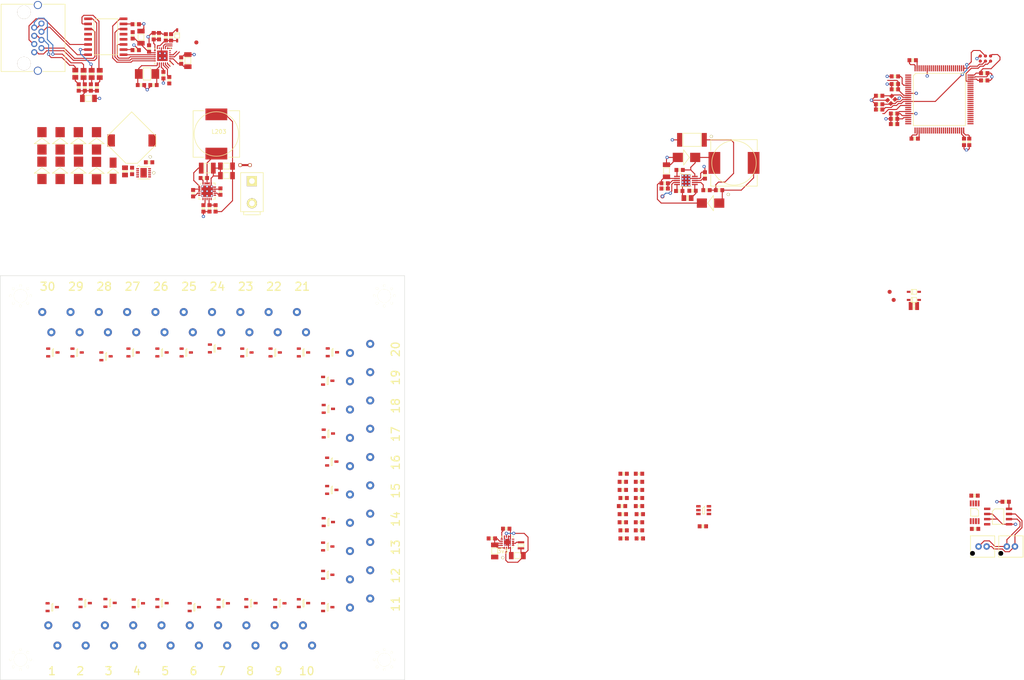
<source format=kicad_pcb>
(kicad_pcb (version 4) (host pcbnew 4.0.4-stable)
  (layers (0 F.Cu signal) (31 B.Cu signal) (34 B.Paste user) (35 F.Paste user) (36 B.SilkS user) (37 F.SilkS user) (38 B.Mask user) (39 F.Mask user) (44 Edge.Cuts user))
  (net 0 "")
  (net 1 +48V)
  (net 2 GND)
  (net 3 +6V)
  (net 4 /nRST)
  (net 5 "Net-(C102-Pad1)")
  (net 6 "Net-(C103-Pad1)")
  (net 7 3v3)
  (net 8 "Net-(C116-Pad2)")
  (net 9 /ethernet/VB1)
  (net 10 "Net-(C201-Pad2)")
  (net 11 /ethernet/VB2)
  (net 12 "Net-(C202-Pad2)")
  (net 13 "Net-(C203-Pad1)")
  (net 14 /ethernet/VA1)
  (net 15 "Net-(C204-Pad2)")
  (net 16 /ethernet/VA2)
  (net 17 "Net-(C205-Pad2)")
  (net 18 "Net-(C206-Pad1)")
  (net 19 "Net-(C206-Pad2)")
  (net 20 "Net-(C207-Pad1)")
  (net 21 "Net-(C208-Pad1)")
  (net 22 "Net-(C209-Pad1)")
  (net 23 "Net-(C211-Pad1)")
  (net 24 "Net-(C213-Pad1)")
  (net 25 "Net-(C215-Pad1)")
  (net 26 "Net-(C219-Pad1)")
  (net 27 "Net-(C220-Pad1)")
  (net 28 "Net-(C220-Pad2)")
  (net 29 "Net-(C221-Pad1)")
  (net 30 "Net-(C302-Pad1)")
  (net 31 "Net-(C304-Pad2)")
  (net 32 /firing/BUS)
  (net 33 /firing/RETURN)
  (net 34 /firing/CONT_EN)
  (net 35 /firing/CONT)
  (net 36 /RMII_MDC)
  (net 37 /RMII_REF_CLK)
  (net 38 /RMII_MDIO)
  (net 39 /RMII_CRS_DV)
  (net 40 /RMII_RXD0)
  (net 41 /RMII_RXD1)
  (net 42 /RMII_TX_EN)
  (net 43 /RMII_TXD0)
  (net 44 /RMII_TXD1)
  (net 45 /SWDIO)
  (net 46 "Net-(IC102-Pad1)")
  (net 47 "Net-(IC201-Pad2)")
  (net 48 /ethernet/DCDC_EN)
  (net 49 "Net-(IC201-Pad10)")
  (net 50 "Net-(IC202-Pad3)")
  (net 51 "Net-(IC202-Pad4)")
  (net 52 "Net-(IC202-Pad5)")
  (net 53 "Net-(IC202-Pad6)")
  (net 54 "Net-(IC202-Pad9)")
  (net 55 "Net-(IC203-Pad9)")
  (net 56 "Net-(J201-Pad1)")
  (net 57 "Net-(J201-Pad2)")
  (net 58 "Net-(J201-Pad3)")
  (net 59 "Net-(J201-Pad6)")
  (net 60 "Net-(P301-Pad2)")
  (net 61 "Net-(P302-Pad2)")
  (net 62 "Net-(P303-Pad2)")
  (net 63 "Net-(P304-Pad2)")
  (net 64 "Net-(P305-Pad2)")
  (net 65 "Net-(P306-Pad2)")
  (net 66 "Net-(P307-Pad2)")
  (net 67 "Net-(P308-Pad2)")
  (net 68 "Net-(P309-Pad2)")
  (net 69 "Net-(P310-Pad2)")
  (net 70 "Net-(P311-Pad2)")
  (net 71 "Net-(P312-Pad2)")
  (net 72 "Net-(P313-Pad2)")
  (net 73 "Net-(P314-Pad2)")
  (net 74 "Net-(P315-Pad2)")
  (net 75 "Net-(P316-Pad2)")
  (net 76 "Net-(P317-Pad2)")
  (net 77 "Net-(P318-Pad2)")
  (net 78 "Net-(P319-Pad2)")
  (net 79 "Net-(P320-Pad2)")
  (net 80 "Net-(P321-Pad2)")
  (net 81 "Net-(P322-Pad2)")
  (net 82 "Net-(P323-Pad2)")
  (net 83 "Net-(P324-Pad2)")
  (net 84 "Net-(P325-Pad2)")
  (net 85 "Net-(P326-Pad2)")
  (net 86 "Net-(P327-Pad2)")
  (net 87 "Net-(P328-Pad2)")
  (net 88 "Net-(P329-Pad2)")
  (net 89 "Net-(P330-Pad2)")
  (net 90 "Net-(IC301-Pad3)")
  (net 91 "Net-(C222-Pad1)")
  (net 92 +5V)
  (net 93 "Net-(C303-Pad1)")
  (net 94 "Net-(C304-Pad1)")
  (net 95 "Net-(IC105-Pad6)")
  (net 96 "Net-(IC105-Pad7)")
  (net 97 /firing/ARM)
  (net 98 "Net-(IC301-Pad5)")
  (net 99 "Net-(IC301-Pad7)")
  (net 100 "Net-(D101-Pad1)")
  (net 101 "Net-(D102-Pad1)")
  (net 102 "Net-(D103-Pad1)")
  (net 103 "Net-(D104-Pad1)")
  (net 104 "Net-(D105-Pad1)")
  (net 105 "Net-(D106-Pad1)")
  (net 106 "Net-(D107-Pad1)")
  (net 107 "Net-(D108-Pad1)")
  (net 108 "Net-(D109-Pad1)")
  (net 109 /SWDCLK)
  (net 110 "Net-(J201-Pad9)")
  (net 111 "Net-(C122-Pad1)")
  (net 112 "Net-(C123-Pad1)")
  (net 113 "Net-(C217-Pad1)")
  (module agg:0603 (layer F.Cu) (at 237.4 48.9 180)
    (fp_text reference C101)
    (fp_text value 100n)
    (pad 1 smd rect (at -0.8 0 180) (size 0.95 1) (layers F.Cu F.Paste F.Mask) (net 4 /nRST))
    (pad 2 smd rect (at 0.8 0 180) (size 0.95 1) (layers F.Cu F.Paste F.Mask) (net 2 GND))
  )
  (module agg:0603 (layer F.Cu) (at 258.4 56.9 270)
    (fp_text reference C102)
    (fp_text value 2u2)
    (pad 1 smd rect (at -0.8 0 270) (size 0.95 1) (layers F.Cu F.Paste F.Mask) (net 5 "Net-(C102-Pad1)"))
    (pad 2 smd rect (at 0.8 0 270) (size 0.95 1) (layers F.Cu F.Paste F.Mask) (net 2 GND))
  )
  (module agg:0603 (layer F.Cu) (at 263.4 41.7)
    (fp_text reference C103)
    (fp_text value 2u2)
    (pad 1 smd rect (at -0.8 0) (size 0.95 1) (layers F.Cu F.Paste F.Mask) (net 6 "Net-(C103-Pad1)"))
    (pad 2 smd rect (at 0.8 0) (size 0.95 1) (layers F.Cu F.Paste F.Mask) (net 2 GND))
  )
  (module agg:0603 (layer F.Cu) (at 241.3 40.7 180)
    (fp_text reference C104)
    (fp_text value 100n)
    (pad 1 smd rect (at -0.8 0 180) (size 0.95 1) (layers F.Cu F.Paste F.Mask) (net 7 3v3))
    (pad 2 smd rect (at 0.8 0 180) (size 0.95 1) (layers F.Cu F.Paste F.Mask) (net 2 GND))
  )
  (module agg:0603 (layer F.Cu) (at 241.1 51.2 180)
    (fp_text reference C105)
    (fp_text value 100n)
    (pad 1 smd rect (at -0.8 0 180) (size 0.95 1) (layers F.Cu F.Paste F.Mask) (net 7 3v3))
    (pad 2 smd rect (at 0.8 0 180) (size 0.95 1) (layers F.Cu F.Paste F.Mask) (net 2 GND))
  )
  (module agg:0603 (layer F.Cu) (at 241.1 52.5 180)
    (fp_text reference C106)
    (fp_text value 1u)
    (pad 1 smd rect (at -0.8 0 180) (size 0.95 1) (layers F.Cu F.Paste F.Mask) (net 7 3v3))
    (pad 2 smd rect (at 0.8 0 180) (size 0.95 1) (layers F.Cu F.Paste F.Mask) (net 2 GND))
  )
  (module agg:0603 (layer F.Cu) (at 241.3 42.6 180)
    (fp_text reference C107)
    (fp_text value 4u7)
    (pad 1 smd rect (at -0.8 0 180) (size 0.95 1) (layers F.Cu F.Paste F.Mask) (net 7 3v3))
    (pad 2 smd rect (at 0.8 0 180) (size 0.95 1) (layers F.Cu F.Paste F.Mask) (net 2 GND))
  )
  (module agg:0603 (layer F.Cu) (at 241.1 49.9 180)
    (fp_text reference C108)
    (fp_text value 100n)
    (pad 1 smd rect (at -0.8 0 180) (size 0.95 1) (layers F.Cu F.Paste F.Mask) (net 7 3v3))
    (pad 2 smd rect (at 0.8 0 180) (size 0.95 1) (layers F.Cu F.Paste F.Mask) (net 2 GND))
  )
  (module agg:0603 (layer F.Cu) (at 241.3 43.9 180)
    (fp_text reference C109)
    (fp_text value 100n)
    (pad 1 smd rect (at -0.8 0 180) (size 0.95 1) (layers F.Cu F.Paste F.Mask) (net 7 3v3))
    (pad 2 smd rect (at 0.8 0 180) (size 0.95 1) (layers F.Cu F.Paste F.Mask) (net 2 GND))
  )
  (module agg:0603 (layer F.Cu) (at 245.7 36.7)
    (fp_text reference C110)
    (fp_text value 100n)
    (pad 1 smd rect (at -0.8 0) (size 0.95 1) (layers F.Cu F.Paste F.Mask) (net 7 3v3))
    (pad 2 smd rect (at 0.8 0) (size 0.95 1) (layers F.Cu F.Paste F.Mask) (net 2 GND))
  )
  (module agg:0603 (layer F.Cu) (at 259.7 56.9 270)
    (fp_text reference C111)
    (fp_text value 100n)
    (pad 1 smd rect (at -0.8 0 270) (size 0.95 1) (layers F.Cu F.Paste F.Mask) (net 7 3v3))
    (pad 2 smd rect (at 0.8 0 270) (size 0.95 1) (layers F.Cu F.Paste F.Mask) (net 2 GND))
  )
  (module agg:0603 (layer F.Cu) (at 263.4 39.9)
    (fp_text reference C112)
    (fp_text value 100n)
    (pad 1 smd rect (at -0.8 0) (size 0.95 1) (layers F.Cu F.Paste F.Mask) (net 7 3v3))
    (pad 2 smd rect (at 0.8 0) (size 0.95 1) (layers F.Cu F.Paste F.Mask) (net 2 GND))
  )
  (module agg:0603 (layer F.Cu) (at 246.2 56.1 180)
    (fp_text reference C113)
    (fp_text value 100n)
    (pad 1 smd rect (at -0.8 0 180) (size 0.95 1) (layers F.Cu F.Paste F.Mask) (net 7 3v3))
    (pad 2 smd rect (at 0.8 0 180) (size 0.95 1) (layers F.Cu F.Paste F.Mask) (net 2 GND))
  )
  (module agg:1206 (layer F.Cu) (at 142.3 158.1 270)
    (fp_text reference C114)
    (fp_text value 22u)
    (pad 1 smd rect (at -1.5 0 270) (size 1.15 1.8) (layers F.Cu F.Paste F.Mask) (net 3 +6V))
    (pad 2 smd rect (at 1.5 0 270) (size 1.15 1.8) (layers F.Cu F.Paste F.Mask) (net 2 GND))
  )
  (module agg:0603 (layer F.Cu) (at 141.6 155 180)
    (fp_text reference C115)
    (fp_text value 100n)
    (pad 1 smd rect (at -0.8 0 180) (size 0.95 1) (layers F.Cu F.Paste F.Mask) (net 3 +6V))
    (pad 2 smd rect (at 0.8 0 180) (size 0.95 1) (layers F.Cu F.Paste F.Mask) (net 2 GND))
  )
  (module agg:0603 (layer F.Cu) (at 145.15 152.6 180)
    (fp_text reference C116)
    (fp_text value 3n3)
    (pad 1 smd rect (at -0.8 0 180) (size 0.95 1) (layers F.Cu F.Paste F.Mask) (net 2 GND))
    (pad 2 smd rect (at 0.8 0 180) (size 0.95 1) (layers F.Cu F.Paste F.Mask) (net 8 "Net-(C116-Pad2)"))
  )
  (module agg:1206 (layer F.Cu) (at 147.9 159.25 180)
    (fp_text reference C117)
    (fp_text value 22u)
    (pad 1 smd rect (at -1.5 0 180) (size 1.15 1.8) (layers F.Cu F.Paste F.Mask) (net 7 3v3))
    (pad 2 smd rect (at 1.5 0 180) (size 1.15 1.8) (layers F.Cu F.Paste F.Mask) (net 2 GND))
  )
  (module agg:0805 (layer F.Cu) (at 38.55 40.05 270)
    (fp_text reference C201)
    (fp_text value "10n 200V")
    (pad 1 smd rect (at -0.9 0 270) (size 1.15 1.45) (layers F.Cu F.Paste F.Mask) (net 9 /ethernet/VB1))
    (pad 2 smd rect (at 0.9 0 270) (size 1.15 1.45) (layers F.Cu F.Paste F.Mask) (net 10 "Net-(C201-Pad2)"))
  )
  (module agg:0805 (layer F.Cu) (at 40.6 40.1 270)
    (fp_text reference C202)
    (fp_text value "10n 200V")
    (pad 1 smd rect (at -0.9 0 270) (size 1.15 1.45) (layers F.Cu F.Paste F.Mask) (net 11 /ethernet/VB2))
    (pad 2 smd rect (at 0.9 0 270) (size 1.15 1.45) (layers F.Cu F.Paste F.Mask) (net 12 "Net-(C202-Pad2)"))
  )
  (module agg:1206 (layer F.Cu) (at 41.8 46.15)
    (fp_text reference C203)
    (fp_text value "1n 2kV")
    (pad 1 smd rect (at -1.5 0) (size 1.15 1.8) (layers F.Cu F.Paste F.Mask) (net 13 "Net-(C203-Pad1)"))
    (pad 2 smd rect (at 1.5 0) (size 1.15 1.8) (layers F.Cu F.Paste F.Mask) (net 2 GND))
  )
  (module agg:0805 (layer F.Cu) (at 44.6 40.1 270)
    (fp_text reference C204)
    (fp_text value "10n 200V")
    (pad 1 smd rect (at -0.9 0 270) (size 1.15 1.45) (layers F.Cu F.Paste F.Mask) (net 14 /ethernet/VA1))
    (pad 2 smd rect (at 0.9 0 270) (size 1.15 1.45) (layers F.Cu F.Paste F.Mask) (net 15 "Net-(C204-Pad2)"))
  )
  (module agg:0805 (layer F.Cu) (at 42.6 40.1 270)
    (fp_text reference C205)
    (fp_text value "10n 200V")
    (pad 1 smd rect (at -0.9 0 270) (size 1.15 1.45) (layers F.Cu F.Paste F.Mask) (net 16 /ethernet/VA2))
    (pad 2 smd rect (at 0.9 0 270) (size 1.15 1.45) (layers F.Cu F.Paste F.Mask) (net 17 "Net-(C205-Pad2)"))
  )
  (module agg:0805 (layer F.Cu) (at 50.85 64.2 270)
    (fp_text reference C206)
    (fp_text value "100n 60V")
    (pad 1 smd rect (at -0.9 0 270) (size 1.15 1.45) (layers F.Cu F.Paste F.Mask) (net 18 "Net-(C206-Pad1)"))
    (pad 2 smd rect (at 0.9 0 270) (size 1.15 1.45) (layers F.Cu F.Paste F.Mask) (net 19 "Net-(C206-Pad2)"))
  )
  (module agg:0603 (layer F.Cu) (at 53.5 34.2)
    (fp_text reference C207)
    (fp_text value 100n)
    (pad 1 smd rect (at -0.8 0) (size 0.95 1) (layers F.Cu F.Paste F.Mask) (net 20 "Net-(C207-Pad1)"))
    (pad 2 smd rect (at 0.8 0) (size 0.95 1) (layers F.Cu F.Paste F.Mask) (net 2 GND))
  )
  (module agg:0603 (layer F.Cu) (at 53.5 27.8)
    (fp_text reference C208)
    (fp_text value 100n)
    (pad 1 smd rect (at -0.8 0) (size 0.95 1) (layers F.Cu F.Paste F.Mask) (net 21 "Net-(C208-Pad1)"))
    (pad 2 smd rect (at 0.8 0) (size 0.95 1) (layers F.Cu F.Paste F.Mask) (net 2 GND))
  )
  (module agg:0603 (layer F.Cu) (at 59.25 30.75 90)
    (fp_text reference C209)
    (fp_text value 2u2)
    (pad 1 smd rect (at -0.8 0 90) (size 0.95 1) (layers F.Cu F.Paste F.Mask) (net 22 "Net-(C209-Pad1)"))
    (pad 2 smd rect (at 0.8 0 90) (size 0.95 1) (layers F.Cu F.Paste F.Mask) (net 2 GND))
  )
  (module agg:0603 (layer F.Cu) (at 57.95 30.75 90)
    (fp_text reference C210)
    (fp_text value 100n)
    (pad 1 smd rect (at -0.8 0 90) (size 0.95 1) (layers F.Cu F.Paste F.Mask) (net 22 "Net-(C209-Pad1)"))
    (pad 2 smd rect (at 0.8 0 90) (size 0.95 1) (layers F.Cu F.Paste F.Mask) (net 2 GND))
  )
  (module agg:0603 (layer F.Cu) (at 57.9 42.85 180)
    (fp_text reference C211)
    (fp_text value 30p)
    (pad 1 smd rect (at -0.8 0 180) (size 0.95 1) (layers F.Cu F.Paste F.Mask) (net 23 "Net-(C211-Pad1)"))
    (pad 2 smd rect (at 0.8 0 180) (size 0.95 1) (layers F.Cu F.Paste F.Mask) (net 2 GND))
  )
  (module agg:1210 (layer F.Cu) (at 71.2 63.4)
    (fp_text reference C212)
    (fp_text value "2u2 60V")
    (pad 1 smd rect (at -1.5 0) (size 1.15 2.7) (layers F.Cu F.Paste F.Mask) (net 1 +48V))
    (pad 2 smd rect (at 1.5 0) (size 1.15 2.7) (layers F.Cu F.Paste F.Mask) (net 2 GND))
  )
  (module agg:0603 (layer F.Cu) (at 54.8 42.85)
    (fp_text reference C213)
    (fp_text value 30p)
    (pad 1 smd rect (at -0.8 0) (size 0.95 1) (layers F.Cu F.Paste F.Mask) (net 24 "Net-(C213-Pad1)"))
    (pad 2 smd rect (at 0.8 0) (size 0.95 1) (layers F.Cu F.Paste F.Mask) (net 2 GND))
  )
  (module agg:1206 (layer F.Cu) (at 66.4 36.8 90)
    (fp_text reference C214)
    (fp_text value 22u)
    (pad 1 smd rect (at -1.5 0 90) (size 1.15 1.8) (layers F.Cu F.Paste F.Mask) (net 7 3v3))
    (pad 2 smd rect (at 1.5 0 90) (size 1.15 1.8) (layers F.Cu F.Paste F.Mask) (net 2 GND))
  )
  (module agg:0603 (layer F.Cu) (at 70.25 73.35 270)
    (fp_text reference C215)
    (fp_text value "18n 50V")
    (pad 1 smd rect (at -0.8 0 270) (size 0.95 1) (layers F.Cu F.Paste F.Mask) (net 25 "Net-(C215-Pad1)"))
    (pad 2 smd rect (at 0.8 0 270) (size 0.95 1) (layers F.Cu F.Paste F.Mask) (net 2 GND))
  )
  (module agg:0603 (layer F.Cu) (at 64.75 36.8 90)
    (fp_text reference C216)
    (fp_text value 100n)
    (pad 1 smd rect (at -0.8 0 90) (size 0.95 1) (layers F.Cu F.Paste F.Mask) (net 7 3v3))
    (pad 2 smd rect (at 0.8 0 90) (size 0.95 1) (layers F.Cu F.Paste F.Mask) (net 2 GND))
  )
  (module agg:1206 (layer F.Cu) (at 54.8 31 90)
    (fp_text reference C217)
    (fp_text value 22u)
    (pad 1 smd rect (at -1.5 0 90) (size 1.15 1.8) (layers F.Cu F.Paste F.Mask) (net 113 "Net-(C217-Pad1)"))
    (pad 2 smd rect (at 1.5 0 90) (size 1.15 1.8) (layers F.Cu F.Paste F.Mask) (net 2 GND))
  )
  (module agg:0603 (layer F.Cu) (at 56.8 33.8 90)
    (fp_text reference C218)
    (fp_text value 100n)
    (pad 1 smd rect (at -0.8 0 90) (size 0.95 1) (layers F.Cu F.Paste F.Mask) (net 113 "Net-(C217-Pad1)"))
    (pad 2 smd rect (at 0.8 0 90) (size 0.95 1) (layers F.Cu F.Paste F.Mask) (net 2 GND))
  )
  (module agg:0603 (layer F.Cu) (at 74.45 69.2 90)
    (fp_text reference C219)
    (fp_text value 2u2)
    (pad 1 smd rect (at -0.8 0 90) (size 0.95 1) (layers F.Cu F.Paste F.Mask) (net 26 "Net-(C219-Pad1)"))
    (pad 2 smd rect (at 0.8 0 90) (size 0.95 1) (layers F.Cu F.Paste F.Mask) (net 2 GND))
  )
  (module agg:0603 (layer F.Cu) (at 70.35 65.85)
    (fp_text reference C220)
    (fp_text value 100n)
    (pad 1 smd rect (at -0.8 0) (size 0.95 1) (layers F.Cu F.Paste F.Mask) (net 27 "Net-(C220-Pad1)"))
    (pad 2 smd rect (at 0.8 0) (size 0.95 1) (layers F.Cu F.Paste F.Mask) (net 28 "Net-(C220-Pad2)"))
  )
  (module agg:0603 (layer F.Cu) (at 60.95 31.05 90)
    (fp_text reference C221)
    (fp_text value 10u)
    (pad 1 smd rect (at -0.8 0 90) (size 0.95 1) (layers F.Cu F.Paste F.Mask) (net 29 "Net-(C221-Pad1)"))
    (pad 2 smd rect (at 0.8 0 90) (size 0.95 1) (layers F.Cu F.Paste F.Mask) (net 2 GND))
  )
  (module agg:1206 (layer F.Cu) (at 75.95 65.25 180)
    (fp_text reference C222)
    (fp_text value 22u)
    (pad 1 smd rect (at -1.5 0 180) (size 1.15 1.8) (layers F.Cu F.Paste F.Mask) (net 91 "Net-(C222-Pad1)"))
    (pad 2 smd rect (at 1.5 0 180) (size 1.15 1.8) (layers F.Cu F.Paste F.Mask) (net 2 GND))
  )
  (module agg:1206 (layer F.Cu) (at 75.95 62.9 180)
    (fp_text reference C223)
    (fp_text value 22u)
    (pad 1 smd rect (at -1.5 0 180) (size 1.15 1.8) (layers F.Cu F.Paste F.Mask) (net 91 "Net-(C222-Pad1)"))
    (pad 2 smd rect (at 1.5 0 180) (size 1.15 1.8) (layers F.Cu F.Paste F.Mask) (net 2 GND))
  )
  (module agg:1206 (layer F.Cu) (at 184.8 64.05 90)
    (fp_text reference C301)
    (fp_text value 22u)
    (pad 1 smd rect (at -1.5 0 90) (size 1.15 1.8) (layers F.Cu F.Paste F.Mask) (net 3 +6V))
    (pad 2 smd rect (at 1.5 0 90) (size 1.15 1.8) (layers F.Cu F.Paste F.Mask) (net 2 GND))
  )
  (module agg:0805 (layer F.Cu) (at 190 70.8 180)
    (fp_text reference C302)
    (fp_text value 10n)
    (pad 1 smd rect (at -0.9 0 180) (size 1.15 1.45) (layers F.Cu F.Paste F.Mask) (net 30 "Net-(C302-Pad1)"))
    (pad 2 smd rect (at 0.9 0 180) (size 1.15 1.45) (layers F.Cu F.Paste F.Mask) (net 2 GND))
  )
  (module agg:0603 (layer F.Cu) (at 194.3 65.2 90)
    (fp_text reference C303)
    (fp_text value 100n)
    (pad 1 smd rect (at -0.8 0 90) (size 0.95 1) (layers F.Cu F.Paste F.Mask) (net 93 "Net-(C303-Pad1)"))
    (pad 2 smd rect (at 0.8 0 90) (size 0.95 1) (layers F.Cu F.Paste F.Mask) (net 2 GND))
  )
  (module agg:0603 (layer F.Cu) (at 188.05 63.85)
    (fp_text reference C304)
    (fp_text value 100n)
    (pad 1 smd rect (at -0.8 0) (size 0.95 1) (layers F.Cu F.Paste F.Mask) (net 94 "Net-(C304-Pad1)"))
    (pad 2 smd rect (at 0.8 0) (size 0.95 1) (layers F.Cu F.Paste F.Mask) (net 31 "Net-(C304-Pad2)"))
  )
  (module agg:0603 (layer F.Cu) (at 197.8 68.85 180)
    (fp_text reference C305)
    (fp_text value 4u7)
    (pad 1 smd rect (at -0.8 0 180) (size 0.95 1) (layers F.Cu F.Paste F.Mask) (net 32 /firing/BUS))
    (pad 2 smd rect (at 0.8 0 180) (size 0.95 1) (layers F.Cu F.Paste F.Mask) (net 33 /firing/RETURN))
  )
  (module agg:DO-214AA-SMB (layer F.Cu) (at 30.3 56.65 270)
    (fp_text reference D201)
    (fp_text value SS110B)
    (pad 1 smd rect (at -2.15 0 270) (size 2.5 2.3) (layers F.Cu F.Paste F.Mask) (net 18 "Net-(C206-Pad1)"))
    (pad 2 smd rect (at 2.15 0 270) (size 2.5 2.3) (layers F.Cu F.Paste F.Mask) (net 14 /ethernet/VA1))
  )
  (module agg:DO-214AA-SMB (layer F.Cu) (at 30.3 63.95 270)
    (fp_text reference D202)
    (fp_text value SS110B)
    (pad 1 smd rect (at -2.15 0 270) (size 2.5 2.3) (layers F.Cu F.Paste F.Mask) (net 14 /ethernet/VA1))
    (pad 2 smd rect (at 2.15 0 270) (size 2.5 2.3) (layers F.Cu F.Paste F.Mask) (net 19 "Net-(C206-Pad2)"))
  )
  (module agg:DO-214AA-SMB (layer F.Cu) (at 34.8 56.65 270)
    (fp_text reference D203)
    (fp_text value SS110B)
    (pad 1 smd rect (at -2.15 0 270) (size 2.5 2.3) (layers F.Cu F.Paste F.Mask) (net 18 "Net-(C206-Pad1)"))
    (pad 2 smd rect (at 2.15 0 270) (size 2.5 2.3) (layers F.Cu F.Paste F.Mask) (net 16 /ethernet/VA2))
  )
  (module agg:DO-214AA-SMB (layer F.Cu) (at 34.8 63.95 270)
    (fp_text reference D204)
    (fp_text value SS110B)
    (pad 1 smd rect (at -2.15 0 270) (size 2.5 2.3) (layers F.Cu F.Paste F.Mask) (net 16 /ethernet/VA2))
    (pad 2 smd rect (at 2.15 0 270) (size 2.5 2.3) (layers F.Cu F.Paste F.Mask) (net 19 "Net-(C206-Pad2)"))
  )
  (module agg:DO-214AA-SMB (layer F.Cu) (at 39.3 56.65 270)
    (fp_text reference D205)
    (fp_text value SS110B)
    (pad 1 smd rect (at -2.15 0 270) (size 2.5 2.3) (layers F.Cu F.Paste F.Mask) (net 18 "Net-(C206-Pad1)"))
    (pad 2 smd rect (at 2.15 0 270) (size 2.5 2.3) (layers F.Cu F.Paste F.Mask) (net 9 /ethernet/VB1))
  )
  (module agg:DO-214AA-SMB (layer F.Cu) (at 39.35 63.95 270)
    (fp_text reference D206)
    (fp_text value SS110B)
    (pad 1 smd rect (at -2.15 0 270) (size 2.5 2.3) (layers F.Cu F.Paste F.Mask) (net 9 /ethernet/VB1))
    (pad 2 smd rect (at 2.15 0 270) (size 2.5 2.3) (layers F.Cu F.Paste F.Mask) (net 19 "Net-(C206-Pad2)"))
  )
  (module agg:DO-214AA-SMB (layer F.Cu) (at 43.8 56.65 270)
    (fp_text reference D207)
    (fp_text value SS110B)
    (pad 1 smd rect (at -2.15 0 270) (size 2.5 2.3) (layers F.Cu F.Paste F.Mask) (net 18 "Net-(C206-Pad1)"))
    (pad 2 smd rect (at 2.15 0 270) (size 2.5 2.3) (layers F.Cu F.Paste F.Mask) (net 11 /ethernet/VB2))
  )
  (module agg:DO-214AA-SMB (layer F.Cu) (at 43.8 64 270)
    (fp_text reference D208)
    (fp_text value SS110B)
    (pad 1 smd rect (at -2.15 0 270) (size 2.5 2.3) (layers F.Cu F.Paste F.Mask) (net 11 /ethernet/VB2))
    (pad 2 smd rect (at 2.15 0 270) (size 2.5 2.3) (layers F.Cu F.Paste F.Mask) (net 19 "Net-(C206-Pad2)"))
  )
  (module agg:DO-214AC-SMA (layer F.Cu) (at 47.9 64.05 270)
    (fp_text reference D209)
    (fp_text value SMAJ58A)
    (pad 1 smd rect (at -2 0 270) (size 2.5 1.7) (layers F.Cu F.Paste F.Mask) (net 18 "Net-(C206-Pad1)"))
    (pad 2 smd rect (at 2 0 270) (size 2.5 1.7) (layers F.Cu F.Paste F.Mask) (net 19 "Net-(C206-Pad2)"))
  )
  (module agg:SOD-323 (layer F.Cu) (at 63.75 30.55 270)
    (fp_text reference D210)
    (fp_text value 1N4148)
    (pad 1 smd rect (at -1.3 0 270) (size 0.9 0.5) (layers F.Cu F.Paste F.Mask) (net 7 3v3))
    (pad 2 smd rect (at 1.3 0 270) (size 0.9 0.5) (layers F.Cu F.Paste F.Mask) (net 29 "Net-(C221-Pad1)"))
  )
  (module agg:SOD-323 (layer F.Cu) (at 246 94)
    (fp_text reference D301)
    (fp_text value PMEG2005AEA)
    (pad 1 smd rect (at -1.3 0) (size 0.9 0.5) (layers F.Cu F.Paste F.Mask) (net 7 3v3))
    (pad 2 smd rect (at 1.3 0) (size 0.9 0.5) (layers F.Cu F.Paste F.Mask) (net 34 /firing/CONT_EN))
  )
  (module agg:SOD-323 (layer F.Cu) (at 246 96)
    (fp_text reference D302)
    (fp_text value PMEG2005AEA)
    (pad 1 smd rect (at -1.3 0) (size 0.9 0.5) (layers F.Cu F.Paste F.Mask) (net 7 3v3))
    (pad 2 smd rect (at 1.3 0) (size 0.9 0.5) (layers F.Cu F.Paste F.Mask) (net 35 /firing/CONT))
  )
  (module agg:DO-214AA-SMB (layer F.Cu) (at 195.7 72.05)
    (fp_text reference D303)
    (fp_text value SS110B)
    (pad 1 smd rect (at -2.15 0) (size 2.5 2.3) (layers F.Cu F.Paste F.Mask) (net 3 +6V))
    (pad 2 smd rect (at 2.15 0) (size 2.5 2.3) (layers F.Cu F.Paste F.Mask) (net 32 /firing/BUS))
  )
  (module agg:DO-214AA-SMB (layer F.Cu) (at 189.75 60.75 180)
    (fp_text reference D304)
    (fp_text value STPS3L40UF)
    (pad 1 smd rect (at -2.15 0 180) (size 2.5 2.3) (layers F.Cu F.Paste F.Mask) (net 31 "Net-(C304-Pad2)"))
    (pad 2 smd rect (at 2.15 0 180) (size 2.5 2.3) (layers F.Cu F.Paste F.Mask) (net 2 GND))
  )
  (module agg:LQFP-100 (layer F.Cu) (at 252.3 46.4)
    (fp_text reference IC101)
    (fp_text value STM32F407VGT6TR)
    (pad 1 smd rect (at -7.7 -6) (size 1.5 0.3) (layers F.Cu F.Paste F.Mask))
    (pad 2 smd rect (at -7.7 -5.5) (size 1.5 0.3) (layers F.Cu F.Paste F.Mask))
    (pad 3 smd rect (at -7.7 -5) (size 1.5 0.3) (layers F.Cu F.Paste F.Mask))
    (pad 4 smd rect (at -7.7 -4.5) (size 1.5 0.3) (layers F.Cu F.Paste F.Mask))
    (pad 5 smd rect (at -7.7 -4) (size 1.5 0.3) (layers F.Cu F.Paste F.Mask))
    (pad 6 smd rect (at -7.7 -3.5) (size 1.5 0.3) (layers F.Cu F.Paste F.Mask) (net 7 3v3))
    (pad 7 smd rect (at -7.7 -3) (size 1.5 0.3) (layers F.Cu F.Paste F.Mask))
    (pad 8 smd rect (at -7.7 -2.5) (size 1.5 0.3) (layers F.Cu F.Paste F.Mask))
    (pad 9 smd rect (at -7.7 -2) (size 1.5 0.3) (layers F.Cu F.Paste F.Mask))
    (pad 10 smd rect (at -7.7 -1.5) (size 1.5 0.3) (layers F.Cu F.Paste F.Mask) (net 2 GND))
    (pad 11 smd rect (at -7.7 -1) (size 1.5 0.3) (layers F.Cu F.Paste F.Mask) (net 7 3v3))
    (pad 12 smd rect (at -7.7 -0.5) (size 1.5 0.3) (layers F.Cu F.Paste F.Mask) (net 111 "Net-(C122-Pad1)"))
    (pad 13 smd rect (at -7.7 0) (size 1.5 0.3) (layers F.Cu F.Paste F.Mask) (net 112 "Net-(C123-Pad1)"))
    (pad 14 smd rect (at -7.7 0.5) (size 1.5 0.3) (layers F.Cu F.Paste F.Mask) (net 4 /nRST))
    (pad 15 smd rect (at -7.7 1) (size 1.5 0.3) (layers F.Cu F.Paste F.Mask))
    (pad 16 smd rect (at -7.7 1.5) (size 1.5 0.3) (layers F.Cu F.Paste F.Mask) (net 36 /RMII_MDC))
    (pad 17 smd rect (at -7.7 2) (size 1.5 0.3) (layers F.Cu F.Paste F.Mask))
    (pad 18 smd rect (at -7.7 2.5) (size 1.5 0.3) (layers F.Cu F.Paste F.Mask))
    (pad 19 smd rect (at -7.7 3) (size 1.5 0.3) (layers F.Cu F.Paste F.Mask) (net 7 3v3))
    (pad 20 smd rect (at -7.7 3.5) (size 1.5 0.3) (layers F.Cu F.Paste F.Mask) (net 2 GND))
    (pad 21 smd rect (at -7.7 4) (size 1.5 0.3) (layers F.Cu F.Paste F.Mask) (net 7 3v3))
    (pad 22 smd rect (at -7.7 4.5) (size 1.5 0.3) (layers F.Cu F.Paste F.Mask) (net 7 3v3))
    (pad 23 smd rect (at -7.7 5) (size 1.5 0.3) (layers F.Cu F.Paste F.Mask))
    (pad 24 smd rect (at -7.7 5.5) (size 1.5 0.3) (layers F.Cu F.Paste F.Mask) (net 37 /RMII_REF_CLK))
    (pad 25 smd rect (at -7.7 6) (size 1.5 0.3) (layers F.Cu F.Paste F.Mask) (net 38 /RMII_MDIO))
    (pad 26 smd rect (at -6 7.7) (size 0.3 1.5) (layers F.Cu F.Paste F.Mask))
    (pad 27 smd rect (at -5.5 7.7) (size 0.3 1.5) (layers F.Cu F.Paste F.Mask) (net 2 GND))
    (pad 28 smd rect (at -5 7.7) (size 0.3 1.5) (layers F.Cu F.Paste F.Mask) (net 7 3v3))
    (pad 29 smd rect (at -4.5 7.7) (size 0.3 1.5) (layers F.Cu F.Paste F.Mask))
    (pad 30 smd rect (at -4 7.7) (size 0.3 1.5) (layers F.Cu F.Paste F.Mask))
    (pad 31 smd rect (at -3.5 7.7) (size 0.3 1.5) (layers F.Cu F.Paste F.Mask))
    (pad 32 smd rect (at -3 7.7) (size 0.3 1.5) (layers F.Cu F.Paste F.Mask) (net 39 /RMII_CRS_DV))
    (pad 33 smd rect (at -2.5 7.7) (size 0.3 1.5) (layers F.Cu F.Paste F.Mask) (net 40 /RMII_RXD0))
    (pad 34 smd rect (at -2 7.7) (size 0.3 1.5) (layers F.Cu F.Paste F.Mask) (net 41 /RMII_RXD1))
    (pad 35 smd rect (at -1.5 7.7) (size 0.3 1.5) (layers F.Cu F.Paste F.Mask))
    (pad 36 smd rect (at -1 7.7) (size 0.3 1.5) (layers F.Cu F.Paste F.Mask))
    (pad 37 smd rect (at -0.5 7.7) (size 0.3 1.5) (layers F.Cu F.Paste F.Mask))
    (pad 38 smd rect (at 0 7.7) (size 0.3 1.5) (layers F.Cu F.Paste F.Mask))
    (pad 39 smd rect (at 0.5 7.7) (size 0.3 1.5) (layers F.Cu F.Paste F.Mask))
    (pad 40 smd rect (at 1 7.7) (size 0.3 1.5) (layers F.Cu F.Paste F.Mask))
    (pad 41 smd rect (at 1.5 7.7) (size 0.3 1.5) (layers F.Cu F.Paste F.Mask))
    (pad 42 smd rect (at 2 7.7) (size 0.3 1.5) (layers F.Cu F.Paste F.Mask))
    (pad 43 smd rect (at 2.5 7.7) (size 0.3 1.5) (layers F.Cu F.Paste F.Mask))
    (pad 44 smd rect (at 3 7.7) (size 0.3 1.5) (layers F.Cu F.Paste F.Mask))
    (pad 45 smd rect (at 3.5 7.7) (size 0.3 1.5) (layers F.Cu F.Paste F.Mask))
    (pad 46 smd rect (at 4 7.7) (size 0.3 1.5) (layers F.Cu F.Paste F.Mask))
    (pad 47 smd rect (at 4.5 7.7) (size 0.3 1.5) (layers F.Cu F.Paste F.Mask))
    (pad 48 smd rect (at 5 7.7) (size 0.3 1.5) (layers F.Cu F.Paste F.Mask) (net 42 /RMII_TX_EN))
    (pad 49 smd rect (at 5.5 7.7) (size 0.3 1.5) (layers F.Cu F.Paste F.Mask) (net 5 "Net-(C102-Pad1)"))
    (pad 50 smd rect (at 6 7.7) (size 0.3 1.5) (layers F.Cu F.Paste F.Mask) (net 7 3v3))
    (pad 51 smd rect (at 7.7 6) (size 1.5 0.3) (layers F.Cu F.Paste F.Mask) (net 43 /RMII_TXD0))
    (pad 52 smd rect (at 7.7 5.5) (size 1.5 0.3) (layers F.Cu F.Paste F.Mask) (net 44 /RMII_TXD1))
    (pad 53 smd rect (at 7.7 5) (size 1.5 0.3) (layers F.Cu F.Paste F.Mask))
    (pad 54 smd rect (at 7.7 4.5) (size 1.5 0.3) (layers F.Cu F.Paste F.Mask))
    (pad 55 smd rect (at 7.7 4) (size 1.5 0.3) (layers F.Cu F.Paste F.Mask))
    (pad 56 smd rect (at 7.7 3.5) (size 1.5 0.3) (layers F.Cu F.Paste F.Mask))
    (pad 57 smd rect (at 7.7 3) (size 1.5 0.3) (layers F.Cu F.Paste F.Mask))
    (pad 58 smd rect (at 7.7 2.5) (size 1.5 0.3) (layers F.Cu F.Paste F.Mask))
    (pad 59 smd rect (at 7.7 2) (size 1.5 0.3) (layers F.Cu F.Paste F.Mask))
    (pad 60 smd rect (at 7.7 1.5) (size 1.5 0.3) (layers F.Cu F.Paste F.Mask))
    (pad 61 smd rect (at 7.7 1) (size 1.5 0.3) (layers F.Cu F.Paste F.Mask))
    (pad 62 smd rect (at 7.7 0.5) (size 1.5 0.3) (layers F.Cu F.Paste F.Mask))
    (pad 63 smd rect (at 7.7 0) (size 1.5 0.3) (layers F.Cu F.Paste F.Mask))
    (pad 64 smd rect (at 7.7 -0.5) (size 1.5 0.3) (layers F.Cu F.Paste F.Mask))
    (pad 65 smd rect (at 7.7 -1) (size 1.5 0.3) (layers F.Cu F.Paste F.Mask))
    (pad 66 smd rect (at 7.7 -1.5) (size 1.5 0.3) (layers F.Cu F.Paste F.Mask))
    (pad 67 smd rect (at 7.7 -2) (size 1.5 0.3) (layers F.Cu F.Paste F.Mask))
    (pad 68 smd rect (at 7.7 -2.5) (size 1.5 0.3) (layers F.Cu F.Paste F.Mask))
    (pad 69 smd rect (at 7.7 -3) (size 1.5 0.3) (layers F.Cu F.Paste F.Mask))
    (pad 70 smd rect (at 7.7 -3.5) (size 1.5 0.3) (layers F.Cu F.Paste F.Mask))
    (pad 71 smd rect (at 7.7 -4) (size 1.5 0.3) (layers F.Cu F.Paste F.Mask))
    (pad 72 smd rect (at 7.7 -4.5) (size 1.5 0.3) (layers F.Cu F.Paste F.Mask) (net 45 /SWDIO))
    (pad 73 smd rect (at 7.7 -5) (size 1.5 0.3) (layers F.Cu F.Paste F.Mask) (net 6 "Net-(C103-Pad1)"))
    (pad 74 smd rect (at 7.7 -5.5) (size 1.5 0.3) (layers F.Cu F.Paste F.Mask) (net 2 GND))
    (pad 75 smd rect (at 7.7 -6) (size 1.5 0.3) (layers F.Cu F.Paste F.Mask) (net 7 3v3))
    (pad 76 smd rect (at 6 -7.7) (size 0.3 1.5) (layers F.Cu F.Paste F.Mask) (net 109 /SWDCLK))
    (pad 77 smd rect (at 5.5 -7.7) (size 0.3 1.5) (layers F.Cu F.Paste F.Mask))
    (pad 78 smd rect (at 5 -7.7) (size 0.3 1.5) (layers F.Cu F.Paste F.Mask))
    (pad 79 smd rect (at 4.5 -7.7) (size 0.3 1.5) (layers F.Cu F.Paste F.Mask))
    (pad 80 smd rect (at 4 -7.7) (size 0.3 1.5) (layers F.Cu F.Paste F.Mask))
    (pad 81 smd rect (at 3.5 -7.7) (size 0.3 1.5) (layers F.Cu F.Paste F.Mask))
    (pad 82 smd rect (at 3 -7.7) (size 0.3 1.5) (layers F.Cu F.Paste F.Mask))
    (pad 83 smd rect (at 2.5 -7.7) (size 0.3 1.5) (layers F.Cu F.Paste F.Mask))
    (pad 84 smd rect (at 2 -7.7) (size 0.3 1.5) (layers F.Cu F.Paste F.Mask))
    (pad 85 smd rect (at 1.5 -7.7) (size 0.3 1.5) (layers F.Cu F.Paste F.Mask))
    (pad 86 smd rect (at 1 -7.7) (size 0.3 1.5) (layers F.Cu F.Paste F.Mask))
    (pad 87 smd rect (at 0.5 -7.7) (size 0.3 1.5) (layers F.Cu F.Paste F.Mask))
    (pad 88 smd rect (at 0 -7.7) (size 0.3 1.5) (layers F.Cu F.Paste F.Mask))
    (pad 89 smd rect (at -0.5 -7.7) (size 0.3 1.5) (layers F.Cu F.Paste F.Mask))
    (pad 90 smd rect (at -1 -7.7) (size 0.3 1.5) (layers F.Cu F.Paste F.Mask))
    (pad 91 smd rect (at -1.5 -7.7) (size 0.3 1.5) (layers F.Cu F.Paste F.Mask))
    (pad 92 smd rect (at -2 -7.7) (size 0.3 1.5) (layers F.Cu F.Paste F.Mask))
    (pad 93 smd rect (at -2.5 -7.7) (size 0.3 1.5) (layers F.Cu F.Paste F.Mask))
    (pad 94 smd rect (at -3 -7.7) (size 0.3 1.5) (layers F.Cu F.Paste F.Mask) (net 2 GND))
    (pad 95 smd rect (at -3.5 -7.7) (size 0.3 1.5) (layers F.Cu F.Paste F.Mask))
    (pad 96 smd rect (at -4 -7.7) (size 0.3 1.5) (layers F.Cu F.Paste F.Mask))
    (pad 97 smd rect (at -4.5 -7.7) (size 0.3 1.5) (layers F.Cu F.Paste F.Mask))
    (pad 98 smd rect (at -5 -7.7) (size 0.3 1.5) (layers F.Cu F.Paste F.Mask))
    (pad 99 smd rect (at -5.5 -7.7) (size 0.3 1.5) (layers F.Cu F.Paste F.Mask) (net 2 GND))
    (pad 100 smd rect (at -6 -7.7) (size 0.3 1.5) (layers F.Cu F.Paste F.Mask) (net 7 3v3))
  )
  (module agg:QFN-16-EP-TI (layer F.Cu) (at 145.45 155.95 180)
    (fp_text reference IC102)
    (fp_text value TPS62152)
    (pad 1 smd rect (at -1.4 -0.75 180) (size 0.6 0.25) (layers F.Cu F.Paste F.Mask) (net 46 "Net-(IC102-Pad1)"))
    (pad 2 smd rect (at -1.4 -0.25 180) (size 0.6 0.25) (layers F.Cu F.Paste F.Mask) (net 46 "Net-(IC102-Pad1)"))
    (pad 3 smd rect (at -1.4 0.25 180) (size 0.6 0.25) (layers F.Cu F.Paste F.Mask) (net 46 "Net-(IC102-Pad1)"))
    (pad 4 smd rect (at -1.4 0.75 180) (size 0.6 0.25) (layers F.Cu F.Paste F.Mask))
    (pad 5 smd rect (at -0.75 1.4 180) (size 0.25 0.6) (layers F.Cu F.Paste F.Mask) (net 2 GND))
    (pad 6 smd rect (at -0.25 1.4 180) (size 0.25 0.6) (layers F.Cu F.Paste F.Mask) (net 2 GND))
    (pad 7 smd rect (at 0.25 1.4 180) (size 0.25 0.6) (layers F.Cu F.Paste F.Mask) (net 7 3v3))
    (pad 8 smd rect (at 0.75 1.4 180) (size 0.25 0.6) (layers F.Cu F.Paste F.Mask) (net 2 GND))
    (pad 9 smd rect (at 1.4 0.75 180) (size 0.6 0.25) (layers F.Cu F.Paste F.Mask) (net 8 "Net-(C116-Pad2)"))
    (pad 10 smd rect (at 1.4 0.25 180) (size 0.6 0.25) (layers F.Cu F.Paste F.Mask) (net 3 +6V))
    (pad 11 smd rect (at 1.4 -0.25 180) (size 0.6 0.25) (layers F.Cu F.Paste F.Mask) (net 3 +6V))
    (pad 12 smd rect (at 1.4 -0.75 180) (size 0.6 0.25) (layers F.Cu F.Paste F.Mask) (net 3 +6V))
    (pad 13 smd rect (at 0.75 -1.4 180) (size 0.25 0.6) (layers F.Cu F.Paste F.Mask) (net 3 +6V))
    (pad 14 smd rect (at 0.25 -1.4 180) (size 0.25 0.6) (layers F.Cu F.Paste F.Mask) (net 7 3v3))
    (pad 15 smd rect (at -0.25 -1.4 180) (size 0.25 0.6) (layers F.Cu F.Paste F.Mask) (net 2 GND))
    (pad 16 smd rect (at -0.75 -1.4 180) (size 0.25 0.6) (layers F.Cu F.Paste F.Mask) (net 2 GND))
    (pad EP thru_hole circle (at -0.6 -0.6 180) (size 0.3 0.3) (drill 0.2) (layers *.Cu) (net 2 GND))
    (pad EP thru_hole circle (at -0.6 0.6 180) (size 0.3 0.3) (drill 0.2) (layers *.Cu) (net 2 GND))
    (pad EP thru_hole circle (at 0.6 -0.6 180) (size 0.3 0.3) (drill 0.2) (layers *.Cu) (net 2 GND))
    (pad EP thru_hole circle (at 0.6 0.6 180) (size 0.3 0.3) (drill 0.2) (layers *.Cu) (net 2 GND))
    (pad EP smd rect (at 0 0 180) (size 1.7 1.7) (layers F.Cu F.Mask) (net 2 GND))
  )
  (module agg:SOT-23-6 (layer F.Cu) (at 194 148)
    (fp_text reference IC103)
    (fp_text value 25AA02E48)
    (pad 1 smd rect (at -1.3 -0.95) (size 1.1 0.6) (layers F.Cu F.Paste F.Mask))
    (pad 2 smd rect (at -1.3 0) (size 1.1 0.6) (layers F.Cu F.Paste F.Mask) (net 2 GND))
    (pad 3 smd rect (at -1.3 0.95) (size 1.1 0.6) (layers F.Cu F.Paste F.Mask))
    (pad 4 smd rect (at 1.3 0.95) (size 1.1 0.6) (layers F.Cu F.Paste F.Mask))
    (pad 5 smd rect (at 1.3 0) (size 1.1 0.6) (layers F.Cu F.Paste F.Mask))
    (pad 6 smd rect (at 1.3 -0.95) (size 1.1 0.6) (layers F.Cu F.Paste F.Mask) (net 7 3v3))
  )
  (module agg:DFN-10-EP-MAX (layer F.Cu) (at 55.45 64.55)
    (fp_text reference IC201)
    (fp_text value MAX5969x)
    (pad 1 smd rect (at -1.475 -1) (size 0.7 0.3) (layers F.Cu F.Paste F.Mask) (net 18 "Net-(C206-Pad1)"))
    (pad 2 smd rect (at -1.475 -0.5) (size 0.7 0.3) (layers F.Cu F.Paste F.Mask) (net 47 "Net-(IC201-Pad2)"))
    (pad 3 smd rect (at -1.475 0) (size 0.7 0.3) (layers F.Cu F.Paste F.Mask))
    (pad 4 smd rect (at -1.475 0.5) (size 0.7 0.3) (layers F.Cu F.Paste F.Mask))
    (pad 5 smd rect (at -1.475 1) (size 0.7 0.3) (layers F.Cu F.Paste F.Mask) (net 19 "Net-(C206-Pad2)"))
    (pad 6 smd rect (at 1.475 1) (size 0.7 0.3) (layers F.Cu F.Paste F.Mask) (net 2 GND))
    (pad 7 smd rect (at 1.475 0.5) (size 0.7 0.3) (layers F.Cu F.Paste F.Mask) (net 2 GND))
    (pad 8 smd rect (at 1.475 0) (size 0.7 0.3) (layers F.Cu F.Paste F.Mask) (net 48 /ethernet/DCDC_EN))
    (pad 9 smd rect (at 1.475 -0.5) (size 0.7 0.3) (layers F.Cu F.Paste F.Mask))
    (pad 10 smd rect (at 1.475 -1) (size 0.7 0.3) (layers F.Cu F.Paste F.Mask) (net 49 "Net-(IC201-Pad10)"))
    (pad EP smd rect (at 0 0) (size 1.58 2.35) (layers F.Cu F.Mask) (net 19 "Net-(C206-Pad2)"))
  )
  (module agg:QFN-24-EP-MICREL (layer F.Cu) (at 60.1 35.6)
    (fp_text reference IC202)
    (fp_text value KSZ8081RNA)
    (pad 1 smd rect (at -1.86 -1.25) (size 0.48 0.23) (layers F.Cu F.Paste F.Mask) (net 22 "Net-(C209-Pad1)"))
    (pad 2 smd rect (at -1.86 -0.75) (size 0.48 0.23) (layers F.Cu F.Paste F.Mask) (net 113 "Net-(C217-Pad1)"))
    (pad 3 smd rect (at -1.86 -0.25) (size 0.48 0.23) (layers F.Cu F.Paste F.Mask) (net 50 "Net-(IC202-Pad3)"))
    (pad 4 smd rect (at -1.86 0.25) (size 0.48 0.23) (layers F.Cu F.Paste F.Mask) (net 51 "Net-(IC202-Pad4)"))
    (pad 5 smd rect (at -1.86 0.75) (size 0.48 0.23) (layers F.Cu F.Paste F.Mask) (net 52 "Net-(IC202-Pad5)"))
    (pad 6 smd rect (at -1.86 1.25) (size 0.48 0.23) (layers F.Cu F.Paste F.Mask) (net 53 "Net-(IC202-Pad6)"))
    (pad 7 smd rect (at -1.25 1.86) (size 0.23 0.48) (layers F.Cu F.Paste F.Mask) (net 24 "Net-(C213-Pad1)"))
    (pad 8 smd rect (at -0.75 1.86) (size 0.23 0.48) (layers F.Cu F.Paste F.Mask) (net 23 "Net-(C211-Pad1)"))
    (pad 9 smd rect (at -0.25 1.86) (size 0.23 0.48) (layers F.Cu F.Paste F.Mask) (net 54 "Net-(IC202-Pad9)"))
    (pad 10 smd rect (at 0.25 1.86) (size 0.23 0.48) (layers F.Cu F.Paste F.Mask) (net 38 /RMII_MDIO))
    (pad 11 smd rect (at 0.75 1.86) (size 0.23 0.48) (layers F.Cu F.Paste F.Mask) (net 36 /RMII_MDC))
    (pad 12 smd rect (at 1.25 1.86) (size 0.23 0.48) (layers F.Cu F.Paste F.Mask) (net 41 /RMII_RXD1))
    (pad 13 smd rect (at 1.86 1.25) (size 0.48 0.23) (layers F.Cu F.Paste F.Mask) (net 40 /RMII_RXD0))
    (pad 14 smd rect (at 1.86 0.75) (size 0.48 0.23) (layers F.Cu F.Paste F.Mask) (net 7 3v3))
    (pad 15 smd rect (at 1.86 0.25) (size 0.48 0.23) (layers F.Cu F.Paste F.Mask) (net 39 /RMII_CRS_DV))
    (pad 16 smd rect (at 1.86 -0.25) (size 0.48 0.23) (layers F.Cu F.Paste F.Mask) (net 37 /RMII_REF_CLK))
    (pad 17 smd rect (at 1.86 -0.75) (size 0.48 0.23) (layers F.Cu F.Paste F.Mask))
    (pad 18 smd rect (at 1.86 -1.25) (size 0.48 0.23) (layers F.Cu F.Paste F.Mask))
    (pad 19 smd rect (at 1.25 -1.86) (size 0.23 0.48) (layers F.Cu F.Paste F.Mask) (net 42 /RMII_TX_EN))
    (pad 20 smd rect (at 0.75 -1.86) (size 0.23 0.48) (layers F.Cu F.Paste F.Mask) (net 43 /RMII_TXD0))
    (pad 21 smd rect (at 0.25 -1.86) (size 0.23 0.48) (layers F.Cu F.Paste F.Mask) (net 44 /RMII_TXD1))
    (pad 22 smd rect (at -0.25 -1.86) (size 0.23 0.48) (layers F.Cu F.Paste F.Mask) (net 2 GND))
    (pad 23 smd rect (at -0.75 -1.86) (size 0.23 0.48) (layers F.Cu F.Paste F.Mask))
    (pad 24 smd rect (at -1.25 -1.86) (size 0.23 0.48) (layers F.Cu F.Paste F.Mask) (net 29 "Net-(C221-Pad1)"))
    (pad EP thru_hole circle (at -0.6 -0.6) (size 0.5 0.5) (drill 0.35) (layers *.Cu) (net 2 GND))
    (pad EP thru_hole circle (at -0.6 0.6) (size 0.5 0.5) (drill 0.35) (layers *.Cu) (net 2 GND))
    (pad EP thru_hole circle (at 0.6 -0.6) (size 0.5 0.5) (drill 0.35) (layers *.Cu) (net 2 GND))
    (pad EP thru_hole circle (at 0.6 0.6) (size 0.5 0.5) (drill 0.35) (layers *.Cu) (net 2 GND))
    (pad EP smd rect (at 0 0) (size 2.6 2.6) (layers F.Cu) (net 2 GND))
  )
  (module agg:QFN-20-EP-MAX (layer F.Cu) (at 71.15 69.1)
    (fp_text reference IC203)
    (fp_text value MAX17503)
    (pad 1 smd rect (at -1.925 -1) (size 0.6 0.3) (layers F.Cu F.Paste F.Mask) (net 1 +48V))
    (pad 2 smd rect (at -1.925 -0.5) (size 0.6 0.3) (layers F.Cu F.Paste F.Mask) (net 1 +48V))
    (pad 3 smd rect (at -1.925 0) (size 0.6 0.3) (layers F.Cu F.Paste F.Mask) (net 1 +48V))
    (pad 4 smd rect (at -1.925 0.5) (size 0.6 0.3) (layers F.Cu F.Paste F.Mask) (net 48 /ethernet/DCDC_EN))
    (pad 5 smd rect (at -1.925 1) (size 0.6 0.3) (layers F.Cu F.Paste F.Mask))
    (pad 6 smd rect (at -1 1.925) (size 0.3 0.6) (layers F.Cu F.Paste F.Mask))
    (pad 7 smd rect (at -0.5 1.925) (size 0.3 0.6) (layers F.Cu F.Paste F.Mask) (net 25 "Net-(C215-Pad1)"))
    (pad 8 smd rect (at 0 1.925) (size 0.3 0.6) (layers F.Cu F.Paste F.Mask))
    (pad 9 smd rect (at 0.5 1.925) (size 0.3 0.6) (layers F.Cu F.Paste F.Mask) (net 55 "Net-(IC203-Pad9)"))
    (pad 10 smd rect (at 1 1.925) (size 0.3 0.6) (layers F.Cu F.Paste F.Mask))
    (pad 11 smd rect (at 1.925 1) (size 0.6 0.3) (layers F.Cu F.Paste F.Mask) (net 2 GND))
    (pad 12 smd rect (at 1.925 0.5) (size 0.6 0.3) (layers F.Cu F.Paste F.Mask) (net 26 "Net-(C219-Pad1)"))
    (pad 13 smd rect (at 1.925 0) (size 0.6 0.3) (layers F.Cu F.Paste F.Mask) (net 2 GND))
    (pad 14 smd rect (at 1.925 -0.5) (size 0.6 0.3) (layers F.Cu F.Paste F.Mask) (net 2 GND))
    (pad 15 smd rect (at 1.925 -1) (size 0.6 0.3) (layers F.Cu F.Paste F.Mask) (net 2 GND))
    (pad 16 smd rect (at 1 -1.925) (size 0.3 0.6) (layers F.Cu F.Paste F.Mask) (net 2 GND))
    (pad 17 smd rect (at 0.5 -1.925) (size 0.3 0.6) (layers F.Cu F.Paste F.Mask) (net 28 "Net-(C220-Pad2)"))
    (pad 18 smd rect (at 0 -1.925) (size 0.3 0.6) (layers F.Cu F.Paste F.Mask) (net 28 "Net-(C220-Pad2)"))
    (pad 19 smd rect (at -0.5 -1.925) (size 0.3 0.6) (layers F.Cu F.Paste F.Mask) (net 28 "Net-(C220-Pad2)"))
    (pad 20 smd rect (at -1 -1.925) (size 0.3 0.6) (layers F.Cu F.Paste F.Mask) (net 27 "Net-(C220-Pad1)"))
    (pad EP thru_hole circle (at -1.15 -1.15) (size 0.5 0.5) (drill 0.35) (layers *.Cu) (net 2 GND))
    (pad EP thru_hole circle (at -1.15 0) (size 0.5 0.5) (drill 0.35) (layers *.Cu) (net 2 GND))
    (pad EP thru_hole circle (at -1.15 1.15) (size 0.5 0.5) (drill 0.35) (layers *.Cu) (net 2 GND))
    (pad EP thru_hole circle (at 0 -1.15) (size 0.5 0.5) (drill 0.35) (layers *.Cu) (net 2 GND))
    (pad EP thru_hole circle (at 0 0) (size 0.5 0.5) (drill 0.35) (layers *.Cu) (net 2 GND))
    (pad EP thru_hole circle (at 0 1.15) (size 0.5 0.5) (drill 0.35) (layers *.Cu) (net 2 GND))
    (pad EP thru_hole circle (at 1.15 -1.15) (size 0.5 0.5) (drill 0.35) (layers *.Cu) (net 2 GND))
    (pad EP thru_hole circle (at 1.15 0) (size 0.5 0.5) (drill 0.35) (layers *.Cu) (net 2 GND))
    (pad EP thru_hole circle (at 1.15 1.15) (size 0.5 0.5) (drill 0.35) (layers *.Cu) (net 2 GND))
    (pad EP smd rect (at 0 0) (size 2.85 2.85) (layers F.Cu) (net 2 GND))
  )
  (module agg:VLS201610HBX-1 (layer F.Cu) (at 148.8 156.7 270)
    (fp_text reference L101)
    (fp_text value 3u3)
    (pad 1 smd rect (at -0.75 0 270) (size 0.5 1.6) (layers F.Cu F.Paste F.Mask) (net 46 "Net-(IC102-Pad1)"))
    (pad 2 smd rect (at 0.75 0 270) (size 0.5 1.6) (layers F.Cu F.Paste F.Mask) (net 7 3v3))
  )
  (module hardware:ELLATP3R3NB (layer F.Cu) (at 52.5 56.55 315)
    (fp_text reference L201)
    (fp_text value 3u3 hide)
    (pad 1 smd rect (at 3.59 -3.59) (size 1.85 3) (layers F.Cu F.Paste F.Mask) (net 1 +48V))
    (pad 2 smd rect (at -3.59 3.59) (size 1.85 3) (layers F.Cu F.Paste F.Mask) (net 18 "Net-(C206-Pad1)"))
  )
  (module agg:0603 (layer F.Cu) (at 52.75 30.55 270)
    (fp_text reference L202)
    (fp_text value FB)
    (pad 1 smd rect (at -0.8 0 270) (size 0.95 1) (layers F.Cu F.Paste F.Mask) (net 7 3v3))
    (pad 2 smd rect (at 0.8 0 270) (size 0.95 1) (layers F.Cu F.Paste F.Mask) (net 113 "Net-(C217-Pad1)"))
  )
  (module hardware:SRR1260A (layer F.Cu) (at 73.45 54.95 180)
    (fp_text reference L203 (at -0.628571 0.574999 180) (layer F.SilkS))
    (fp_text value SRR1260A-120M)
    (pad 1 smd rect (at 0 4.85 180) (size 5.4 2.9) (layers F.Cu F.Paste F.Mask) (net 91 "Net-(C222-Pad1)"))
    (pad 2 smd rect (at 0 -4.85 180) (size 5.4 2.9) (layers F.Cu F.Paste F.Mask) (net 28 "Net-(C220-Pad2)"))
  )
  (module hardware:SRR1260A (layer F.Cu) (at 201.5 62.1 90)
    (fp_text reference L301 hide)
    (fp_text value 12uH)
    (pad 1 smd rect (at 0 4.85 90) (size 5.4 2.9) (layers F.Cu F.Paste F.Mask) (net 32 /firing/BUS))
    (pad 2 smd rect (at 0 -4.85 90) (size 5.4 2.9) (layers F.Cu F.Paste F.Mask) (net 31 "Net-(C304-Pad2)"))
  )
  (module agg:TC2030-NL (layer F.Cu) (at 263.7 36.3 180)
    (fp_text reference P101)
    (fp_text value SWD_TC)
    (pad 1 smd circle (at -1.27 0.64 180) (size 0.787 0.787) (layers F.Cu F.Mask) (net 7 3v3))
    (pad 2 smd circle (at -1.27 -0.63 180) (size 0.787 0.787) (layers F.Cu F.Mask) (net 45 /SWDIO))
    (pad 3 smd circle (at 0 0.64 180) (size 0.787 0.787) (layers F.Cu F.Mask) (net 4 /nRST))
    (pad 4 smd circle (at 0 -0.63 180) (size 0.787 0.787) (layers F.Cu F.Mask) (net 109 /SWDCLK))
    (pad 5 smd circle (at 1.27 0.64 180) (size 0.787 0.787) (layers F.Cu F.Mask) (net 2 GND))
    (pad 6 smd circle (at 1.27 -0.63 180) (size 0.787 0.787) (layers F.Cu F.Mask))
    (pad "" np_thru_hole circle (at -2.54 0.005 180) (size 1 1) (drill 1) (layers *.Cu *.Mask F.SilkS))
    (pad "" np_thru_hole circle (at 2.54 1.021 180) (size 1 1) (drill 1) (layers *.Cu *.Mask F.SilkS))
    (pad "" np_thru_hole circle (at 2.54 -1.011 180) (size 1 1) (drill 1) (layers *.Cu *.Mask F.SilkS))
  )
  (module hardware:PTSA0,52-2,5-z (layer F.Cu) (at 33 179)
    (fp_text reference P301 hide)
    (fp_text value 1 (at -0.2 8.8) (layer F.SilkS) (effects (font (size 2 2) (thickness 0.3))))
    (pad 1 thru_hole circle (at -1.125 -2.5) (size 2 2) (drill 1) (layers *.Cu *.Mask) (net 32 /firing/BUS))
    (pad 2 thru_hole circle (at 1.125 2.5) (size 2 2) (drill 1) (layers *.Cu *.Mask) (net 60 "Net-(P301-Pad2)"))
  )
  (module hardware:PTSA0,52-2,5-z (layer F.Cu) (at 40 179)
    (fp_text reference P302 hide)
    (fp_text value 2 (at -0.2 8.8) (layer F.SilkS) (effects (font (size 2 2) (thickness 0.3))))
    (pad 1 thru_hole circle (at -1.125 -2.5) (size 2 2) (drill 1) (layers *.Cu *.Mask) (net 32 /firing/BUS))
    (pad 2 thru_hole circle (at 1.125 2.5) (size 2 2) (drill 1) (layers *.Cu *.Mask) (net 61 "Net-(P302-Pad2)"))
  )
  (module hardware:PTSA0,52-2,5-z (layer F.Cu) (at 47 179)
    (fp_text reference P303 hide)
    (fp_text value 3 (at -0.2 8.8) (layer F.SilkS) (effects (font (size 2 2) (thickness 0.3))))
    (pad 1 thru_hole circle (at -1.125 -2.5) (size 2 2) (drill 1) (layers *.Cu *.Mask) (net 32 /firing/BUS))
    (pad 2 thru_hole circle (at 1.125 2.5) (size 2 2) (drill 1) (layers *.Cu *.Mask) (net 62 "Net-(P303-Pad2)"))
  )
  (module hardware:PTSA0,52-2,5-z (layer F.Cu) (at 54 179)
    (fp_text reference P304 hide)
    (fp_text value 4 (at -0.2 8.8) (layer F.SilkS) (effects (font (size 2 2) (thickness 0.3))))
    (pad 1 thru_hole circle (at -1.125 -2.5) (size 2 2) (drill 1) (layers *.Cu *.Mask) (net 32 /firing/BUS))
    (pad 2 thru_hole circle (at 1.125 2.5) (size 2 2) (drill 1) (layers *.Cu *.Mask) (net 63 "Net-(P304-Pad2)"))
  )
  (module hardware:PTSA0,52-2,5-z (layer F.Cu) (at 61 179)
    (fp_text reference P305 hide)
    (fp_text value 5 (at -0.2 8.8) (layer F.SilkS) (effects (font (size 2 2) (thickness 0.3))))
    (pad 1 thru_hole circle (at -1.125 -2.5) (size 2 2) (drill 1) (layers *.Cu *.Mask) (net 32 /firing/BUS))
    (pad 2 thru_hole circle (at 1.125 2.5) (size 2 2) (drill 1) (layers *.Cu *.Mask) (net 64 "Net-(P305-Pad2)"))
  )
  (module hardware:PTSA0,52-2,5-z (layer F.Cu) (at 68 179)
    (fp_text reference P306 hide)
    (fp_text value 6 (at -0.2 8.8) (layer F.SilkS) (effects (font (size 2 2) (thickness 0.3))))
    (pad 1 thru_hole circle (at -1.125 -2.5) (size 2 2) (drill 1) (layers *.Cu *.Mask) (net 32 /firing/BUS))
    (pad 2 thru_hole circle (at 1.125 2.5) (size 2 2) (drill 1) (layers *.Cu *.Mask) (net 65 "Net-(P306-Pad2)"))
  )
  (module hardware:PTSA0,52-2,5-z (layer F.Cu) (at 75 179)
    (fp_text reference P307 hide)
    (fp_text value 7 (at -0.2 8.8) (layer F.SilkS) (effects (font (size 2 2) (thickness 0.3))))
    (pad 1 thru_hole circle (at -1.125 -2.5) (size 2 2) (drill 1) (layers *.Cu *.Mask) (net 32 /firing/BUS))
    (pad 2 thru_hole circle (at 1.125 2.5) (size 2 2) (drill 1) (layers *.Cu *.Mask) (net 66 "Net-(P307-Pad2)"))
  )
  (module hardware:PTSA0,52-2,5-z (layer F.Cu) (at 82 179)
    (fp_text reference P308 hide)
    (fp_text value 8 (at -0.2 8.8) (layer F.SilkS) (effects (font (size 2 2) (thickness 0.3))))
    (pad 1 thru_hole circle (at -1.125 -2.5) (size 2 2) (drill 1) (layers *.Cu *.Mask) (net 32 /firing/BUS))
    (pad 2 thru_hole circle (at 1.125 2.5) (size 2 2) (drill 1) (layers *.Cu *.Mask) (net 67 "Net-(P308-Pad2)"))
  )
  (module hardware:PTSA0,52-2,5-z (layer F.Cu) (at 89 179)
    (fp_text reference P309 hide)
    (fp_text value 9 (at -0.2 8.8) (layer F.SilkS) (effects (font (size 2 2) (thickness 0.3))))
    (pad 1 thru_hole circle (at -1.125 -2.5) (size 2 2) (drill 1) (layers *.Cu *.Mask) (net 32 /firing/BUS))
    (pad 2 thru_hole circle (at 1.125 2.5) (size 2 2) (drill 1) (layers *.Cu *.Mask) (net 68 "Net-(P309-Pad2)"))
  )
  (module hardware:PTSA0,52-2,5-z (layer F.Cu) (at 96 179)
    (fp_text reference P310 hide)
    (fp_text value 10 (at -0.2 8.8) (layer F.SilkS) (effects (font (size 2 2) (thickness 0.3))))
    (pad 1 thru_hole circle (at -1.125 -2.5) (size 2 2) (drill 1) (layers *.Cu *.Mask) (net 32 /firing/BUS))
    (pad 2 thru_hole circle (at 1.125 2.5) (size 2 2) (drill 1) (layers *.Cu *.Mask) (net 69 "Net-(P310-Pad2)"))
  )
  (module hardware:PTSA0,52-2,5-z (layer F.Cu) (at 109 171 90)
    (fp_text reference P311 hide)
    (fp_text value 11 (at -0.2 8.8 90) (layer F.SilkS) (effects (font (size 2 2) (thickness 0.3))))
    (pad 1 thru_hole circle (at -1.125 -2.5 90) (size 2 2) (drill 1) (layers *.Cu *.Mask) (net 32 /firing/BUS))
    (pad 2 thru_hole circle (at 1.125 2.5 90) (size 2 2) (drill 1) (layers *.Cu *.Mask) (net 70 "Net-(P311-Pad2)"))
  )
  (module hardware:PTSA0,52-2,5-z (layer F.Cu) (at 109 164 90)
    (fp_text reference P312 hide)
    (fp_text value 12 (at -0.2 8.8 90) (layer F.SilkS) (effects (font (size 2 2) (thickness 0.3))))
    (pad 1 thru_hole circle (at -1.125 -2.5 90) (size 2 2) (drill 1) (layers *.Cu *.Mask) (net 32 /firing/BUS))
    (pad 2 thru_hole circle (at 1.125 2.5 90) (size 2 2) (drill 1) (layers *.Cu *.Mask) (net 71 "Net-(P312-Pad2)"))
  )
  (module hardware:PTSA0,52-2,5-z (layer F.Cu) (at 109 157 90)
    (fp_text reference P313 hide)
    (fp_text value 13 (at -0.2 8.8 90) (layer F.SilkS) (effects (font (size 2 2) (thickness 0.3))))
    (pad 1 thru_hole circle (at -1.125 -2.5 90) (size 2 2) (drill 1) (layers *.Cu *.Mask) (net 32 /firing/BUS))
    (pad 2 thru_hole circle (at 1.125 2.5 90) (size 2 2) (drill 1) (layers *.Cu *.Mask) (net 72 "Net-(P313-Pad2)"))
  )
  (module hardware:PTSA0,52-2,5-z (layer F.Cu) (at 109 150 90)
    (fp_text reference P314 hide)
    (fp_text value 14 (at -0.2 8.8 90) (layer F.SilkS) (effects (font (size 2 2) (thickness 0.3))))
    (pad 1 thru_hole circle (at -1.125 -2.5 90) (size 2 2) (drill 1) (layers *.Cu *.Mask) (net 32 /firing/BUS))
    (pad 2 thru_hole circle (at 1.125 2.5 90) (size 2 2) (drill 1) (layers *.Cu *.Mask) (net 73 "Net-(P314-Pad2)"))
  )
  (module hardware:PTSA0,52-2,5-z (layer F.Cu) (at 109 143 90)
    (fp_text reference P315 hide)
    (fp_text value 15 (at -0.2 8.8 90) (layer F.SilkS) (effects (font (size 2 2) (thickness 0.3))))
    (pad 1 thru_hole circle (at -1.125 -2.5 90) (size 2 2) (drill 1) (layers *.Cu *.Mask) (net 32 /firing/BUS))
    (pad 2 thru_hole circle (at 1.125 2.5 90) (size 2 2) (drill 1) (layers *.Cu *.Mask) (net 74 "Net-(P315-Pad2)"))
  )
  (module hardware:PTSA0,52-2,5-z (layer F.Cu) (at 109 136 90)
    (fp_text reference P316 hide)
    (fp_text value 16 (at -0.2 8.8 90) (layer F.SilkS) (effects (font (size 2 2) (thickness 0.3))))
    (pad 1 thru_hole circle (at -1.125 -2.5 90) (size 2 2) (drill 1) (layers *.Cu *.Mask) (net 32 /firing/BUS))
    (pad 2 thru_hole circle (at 1.125 2.5 90) (size 2 2) (drill 1) (layers *.Cu *.Mask) (net 75 "Net-(P316-Pad2)"))
  )
  (module hardware:PTSA0,52-2,5-z (layer F.Cu) (at 109 129 90)
    (fp_text reference P317 hide)
    (fp_text value 17 (at -0.2 8.8 90) (layer F.SilkS) (effects (font (size 2 2) (thickness 0.3))))
    (pad 1 thru_hole circle (at -1.125 -2.5 90) (size 2 2) (drill 1) (layers *.Cu *.Mask) (net 32 /firing/BUS))
    (pad 2 thru_hole circle (at 1.125 2.5 90) (size 2 2) (drill 1) (layers *.Cu *.Mask) (net 76 "Net-(P317-Pad2)"))
  )
  (module hardware:PTSA0,52-2,5-z (layer F.Cu) (at 109 122 90)
    (fp_text reference P318 hide)
    (fp_text value 18 (at -0.2 8.8 90) (layer F.SilkS) (effects (font (size 2 2) (thickness 0.3))))
    (pad 1 thru_hole circle (at -1.125 -2.5 90) (size 2 2) (drill 1) (layers *.Cu *.Mask) (net 32 /firing/BUS))
    (pad 2 thru_hole circle (at 1.125 2.5 90) (size 2 2) (drill 1) (layers *.Cu *.Mask) (net 77 "Net-(P318-Pad2)"))
  )
  (module hardware:PTSA0,52-2,5-z (layer F.Cu) (at 109 115 90)
    (fp_text reference P319 hide)
    (fp_text value 19 (at -0.2 8.8 90) (layer F.SilkS) (effects (font (size 2 2) (thickness 0.3))))
    (pad 1 thru_hole circle (at -1.125 -2.5 90) (size 2 2) (drill 1) (layers *.Cu *.Mask) (net 32 /firing/BUS))
    (pad 2 thru_hole circle (at 1.125 2.5 90) (size 2 2) (drill 1) (layers *.Cu *.Mask) (net 78 "Net-(P319-Pad2)"))
  )
  (module hardware:PTSA0,52-2,5-z (layer F.Cu) (at 109 108 90)
    (fp_text reference P320 hide)
    (fp_text value 20 (at -0.2 8.8 90) (layer F.SilkS) (effects (font (size 2 2) (thickness 0.3))))
    (pad 1 thru_hole circle (at -1.125 -2.5 90) (size 2 2) (drill 1) (layers *.Cu *.Mask) (net 32 /firing/BUS))
    (pad 2 thru_hole circle (at 1.125 2.5 90) (size 2 2) (drill 1) (layers *.Cu *.Mask) (net 79 "Net-(P320-Pad2)"))
  )
  (module hardware:PTSA0,52-2,5-z (layer F.Cu) (at 94.5 101.5 180)
    (fp_text reference P321 hide)
    (fp_text value 21 (at -0.2 8.8 180) (layer F.SilkS) (effects (font (size 2 2) (thickness 0.3))))
    (pad 1 thru_hole circle (at -1.125 -2.5 180) (size 2 2) (drill 1) (layers *.Cu *.Mask) (net 32 /firing/BUS))
    (pad 2 thru_hole circle (at 1.125 2.5 180) (size 2 2) (drill 1) (layers *.Cu *.Mask) (net 80 "Net-(P321-Pad2)"))
  )
  (module hardware:PTSA0,52-2,5-z (layer F.Cu) (at 87.5 101.5 180)
    (fp_text reference P322 hide)
    (fp_text value 22 (at -0.2 8.8 180) (layer F.SilkS) (effects (font (size 2 2) (thickness 0.3))))
    (pad 1 thru_hole circle (at -1.125 -2.5 180) (size 2 2) (drill 1) (layers *.Cu *.Mask) (net 32 /firing/BUS))
    (pad 2 thru_hole circle (at 1.125 2.5 180) (size 2 2) (drill 1) (layers *.Cu *.Mask) (net 81 "Net-(P322-Pad2)"))
  )
  (module hardware:PTSA0,52-2,5-z (layer F.Cu) (at 80.5 101.5 180)
    (fp_text reference P323 hide)
    (fp_text value 23 (at -0.2 8.8 180) (layer F.SilkS) (effects (font (size 2 2) (thickness 0.3))))
    (pad 1 thru_hole circle (at -1.125 -2.5 180) (size 2 2) (drill 1) (layers *.Cu *.Mask) (net 32 /firing/BUS))
    (pad 2 thru_hole circle (at 1.125 2.5 180) (size 2 2) (drill 1) (layers *.Cu *.Mask) (net 82 "Net-(P323-Pad2)"))
  )
  (module hardware:PTSA0,52-2,5-z (layer F.Cu) (at 73.5 101.5 180)
    (fp_text reference P324 hide)
    (fp_text value 24 (at -0.2 8.8 180) (layer F.SilkS) (effects (font (size 2 2) (thickness 0.3))))
    (pad 1 thru_hole circle (at -1.125 -2.5 180) (size 2 2) (drill 1) (layers *.Cu *.Mask) (net 32 /firing/BUS))
    (pad 2 thru_hole circle (at 1.125 2.5 180) (size 2 2) (drill 1) (layers *.Cu *.Mask) (net 83 "Net-(P324-Pad2)"))
  )
  (module hardware:PTSA0,52-2,5-z (layer F.Cu) (at 66.5 101.5 180)
    (fp_text reference P325 hide)
    (fp_text value 25 (at -0.2 8.8 180) (layer F.SilkS) (effects (font (size 2 2) (thickness 0.3))))
    (pad 1 thru_hole circle (at -1.125 -2.5 180) (size 2 2) (drill 1) (layers *.Cu *.Mask) (net 32 /firing/BUS))
    (pad 2 thru_hole circle (at 1.125 2.5 180) (size 2 2) (drill 1) (layers *.Cu *.Mask) (net 84 "Net-(P325-Pad2)"))
  )
  (module hardware:PTSA0,52-2,5-z (layer F.Cu) (at 59.5 101.5 180)
    (fp_text reference P326 hide)
    (fp_text value 26 (at -0.2 8.8 180) (layer F.SilkS) (effects (font (size 2 2) (thickness 0.3))))
    (pad 1 thru_hole circle (at -1.125 -2.5 180) (size 2 2) (drill 1) (layers *.Cu *.Mask) (net 32 /firing/BUS))
    (pad 2 thru_hole circle (at 1.125 2.5 180) (size 2 2) (drill 1) (layers *.Cu *.Mask) (net 85 "Net-(P326-Pad2)"))
  )
  (module hardware:PTSA0,52-2,5-z (layer F.Cu) (at 52.5 101.5 180)
    (fp_text reference P327 hide)
    (fp_text value 27 (at -0.2 8.8 180) (layer F.SilkS) (effects (font (size 2 2) (thickness 0.3))))
    (pad 1 thru_hole circle (at -1.125 -2.5 180) (size 2 2) (drill 1) (layers *.Cu *.Mask) (net 32 /firing/BUS))
    (pad 2 thru_hole circle (at 1.125 2.5 180) (size 2 2) (drill 1) (layers *.Cu *.Mask) (net 86 "Net-(P327-Pad2)"))
  )
  (module hardware:PTSA0,52-2,5-z (layer F.Cu) (at 45.5 101.5 180)
    (fp_text reference P328 hide)
    (fp_text value 28 (at -0.2 8.8 180) (layer F.SilkS) (effects (font (size 2 2) (thickness 0.3))))
    (pad 1 thru_hole circle (at -1.125 -2.5 180) (size 2 2) (drill 1) (layers *.Cu *.Mask) (net 32 /firing/BUS))
    (pad 2 thru_hole circle (at 1.125 2.5 180) (size 2 2) (drill 1) (layers *.Cu *.Mask) (net 87 "Net-(P328-Pad2)"))
  )
  (module hardware:PTSA0,52-2,5-z (layer F.Cu) (at 38.5 101.5 180)
    (fp_text reference P329 hide)
    (fp_text value 29 (at -0.2 8.8 180) (layer F.SilkS) (effects (font (size 2 2) (thickness 0.3))))
    (pad 1 thru_hole circle (at -1.125 -2.5 180) (size 2 2) (drill 1) (layers *.Cu *.Mask) (net 32 /firing/BUS))
    (pad 2 thru_hole circle (at 1.125 2.5 180) (size 2 2) (drill 1) (layers *.Cu *.Mask) (net 88 "Net-(P329-Pad2)"))
  )
  (module hardware:PTSA0,52-2,5-z (layer F.Cu) (at 31.5 101.5 180)
    (fp_text reference P330 hide)
    (fp_text value 30 (at -0.2 8.8 180) (layer F.SilkS) (effects (font (size 2 2) (thickness 0.3))))
    (pad 1 thru_hole circle (at -1.125 -2.5 180) (size 2 2) (drill 1) (layers *.Cu *.Mask) (net 32 /firing/BUS))
    (pad 2 thru_hole circle (at 1.125 2.5 180) (size 2 2) (drill 1) (layers *.Cu *.Mask) (net 89 "Net-(P330-Pad2)"))
  )
  (module agg:SOT-23 (layer F.Cu) (at 32.85 172)
    (fp_text reference Q301)
    (fp_text value NTR4501NT1G)
    (pad 1 smd rect (at -1.15 -0.95) (size 1 0.6) (layers F.Cu F.Paste F.Mask))
    (pad 2 smd rect (at -1.15 0.95) (size 1 0.6) (layers F.Cu F.Paste F.Mask) (net 33 /firing/RETURN))
    (pad 3 smd rect (at 1.15 0) (size 1 0.6) (layers F.Cu F.Paste F.Mask) (net 60 "Net-(P301-Pad2)"))
  )
  (module agg:SOT-23 (layer F.Cu) (at 41 171)
    (fp_text reference Q302)
    (fp_text value NTR4501NT1G)
    (pad 1 smd rect (at -1.15 -0.95) (size 1 0.6) (layers F.Cu F.Paste F.Mask))
    (pad 2 smd rect (at -1.15 0.95) (size 1 0.6) (layers F.Cu F.Paste F.Mask) (net 33 /firing/RETURN))
    (pad 3 smd rect (at 1.15 0) (size 1 0.6) (layers F.Cu F.Paste F.Mask) (net 61 "Net-(P302-Pad2)"))
  )
  (module agg:SOT-23 (layer F.Cu) (at 47.15 170.95)
    (fp_text reference Q303)
    (fp_text value NTR4501NT1G)
    (pad 1 smd rect (at -1.15 -0.95) (size 1 0.6) (layers F.Cu F.Paste F.Mask))
    (pad 2 smd rect (at -1.15 0.95) (size 1 0.6) (layers F.Cu F.Paste F.Mask) (net 33 /firing/RETURN))
    (pad 3 smd rect (at 1.15 0) (size 1 0.6) (layers F.Cu F.Paste F.Mask) (net 62 "Net-(P303-Pad2)"))
  )
  (module agg:SOT-23 (layer F.Cu) (at 54.15 171.05)
    (fp_text reference Q304)
    (fp_text value NTR4501NT1G)
    (pad 1 smd rect (at -1.15 -0.95) (size 1 0.6) (layers F.Cu F.Paste F.Mask))
    (pad 2 smd rect (at -1.15 0.95) (size 1 0.6) (layers F.Cu F.Paste F.Mask) (net 33 /firing/RETURN))
    (pad 3 smd rect (at 1.15 0) (size 1 0.6) (layers F.Cu F.Paste F.Mask) (net 63 "Net-(P304-Pad2)"))
  )
  (module agg:SOT-23 (layer F.Cu) (at 60 171)
    (fp_text reference Q305)
    (fp_text value NTR4501NT1G)
    (pad 1 smd rect (at -1.15 -0.95) (size 1 0.6) (layers F.Cu F.Paste F.Mask))
    (pad 2 smd rect (at -1.15 0.95) (size 1 0.6) (layers F.Cu F.Paste F.Mask) (net 33 /firing/RETURN))
    (pad 3 smd rect (at 1.15 0) (size 1 0.6) (layers F.Cu F.Paste F.Mask) (net 64 "Net-(P305-Pad2)"))
  )
  (module agg:SOT-23 (layer F.Cu) (at 68 172)
    (fp_text reference Q306)
    (fp_text value NTR4501NT1G)
    (pad 1 smd rect (at -1.15 -0.95) (size 1 0.6) (layers F.Cu F.Paste F.Mask))
    (pad 2 smd rect (at -1.15 0.95) (size 1 0.6) (layers F.Cu F.Paste F.Mask) (net 33 /firing/RETURN))
    (pad 3 smd rect (at 1.15 0) (size 1 0.6) (layers F.Cu F.Paste F.Mask) (net 65 "Net-(P306-Pad2)"))
  )
  (module agg:SOT-23 (layer F.Cu) (at 75.15 171.05)
    (fp_text reference Q307)
    (fp_text value NTR4501NT1G)
    (pad 1 smd rect (at -1.15 -0.95) (size 1 0.6) (layers F.Cu F.Paste F.Mask))
    (pad 2 smd rect (at -1.15 0.95) (size 1 0.6) (layers F.Cu F.Paste F.Mask) (net 33 /firing/RETURN))
    (pad 3 smd rect (at 1.15 0) (size 1 0.6) (layers F.Cu F.Paste F.Mask) (net 66 "Net-(P307-Pad2)"))
  )
  (module agg:SOT-23 (layer F.Cu) (at 82 171)
    (fp_text reference Q308)
    (fp_text value NTR4501NT1G)
    (pad 1 smd rect (at -1.15 -0.95) (size 1 0.6) (layers F.Cu F.Paste F.Mask))
    (pad 2 smd rect (at -1.15 0.95) (size 1 0.6) (layers F.Cu F.Paste F.Mask) (net 33 /firing/RETURN))
    (pad 3 smd rect (at 1.15 0) (size 1 0.6) (layers F.Cu F.Paste F.Mask) (net 67 "Net-(P308-Pad2)"))
  )
  (module agg:SOT-23 (layer F.Cu) (at 89.15 171.05)
    (fp_text reference Q309)
    (fp_text value NTR4501NT1G)
    (pad 1 smd rect (at -1.15 -0.95) (size 1 0.6) (layers F.Cu F.Paste F.Mask))
    (pad 2 smd rect (at -1.15 0.95) (size 1 0.6) (layers F.Cu F.Paste F.Mask) (net 33 /firing/RETURN))
    (pad 3 smd rect (at 1.15 0) (size 1 0.6) (layers F.Cu F.Paste F.Mask) (net 68 "Net-(P309-Pad2)"))
  )
  (module agg:SOT-23 (layer F.Cu) (at 95 171)
    (fp_text reference Q310)
    (fp_text value NTR4501NT1G)
    (pad 1 smd rect (at -1.15 -0.95) (size 1 0.6) (layers F.Cu F.Paste F.Mask))
    (pad 2 smd rect (at -1.15 0.95) (size 1 0.6) (layers F.Cu F.Paste F.Mask) (net 33 /firing/RETURN))
    (pad 3 smd rect (at 1.15 0) (size 1 0.6) (layers F.Cu F.Paste F.Mask) (net 69 "Net-(P310-Pad2)"))
  )
  (module agg:SOT-23 (layer F.Cu) (at 101 172)
    (fp_text reference Q311)
    (fp_text value NTR4501NT1G)
    (pad 1 smd rect (at -1.15 -0.95) (size 1 0.6) (layers F.Cu F.Paste F.Mask))
    (pad 2 smd rect (at -1.15 0.95) (size 1 0.6) (layers F.Cu F.Paste F.Mask) (net 33 /firing/RETURN))
    (pad 3 smd rect (at 1.15 0) (size 1 0.6) (layers F.Cu F.Paste F.Mask) (net 70 "Net-(P311-Pad2)"))
  )
  (module agg:SOT-23 (layer F.Cu) (at 101 164)
    (fp_text reference Q312)
    (fp_text value NTR4501NT1G)
    (pad 1 smd rect (at -1.15 -0.95) (size 1 0.6) (layers F.Cu F.Paste F.Mask))
    (pad 2 smd rect (at -1.15 0.95) (size 1 0.6) (layers F.Cu F.Paste F.Mask) (net 33 /firing/RETURN))
    (pad 3 smd rect (at 1.15 0) (size 1 0.6) (layers F.Cu F.Paste F.Mask) (net 71 "Net-(P312-Pad2)"))
  )
  (module agg:SOT-23 (layer F.Cu) (at 101 157)
    (fp_text reference Q313)
    (fp_text value NTR4501NT1G)
    (pad 1 smd rect (at -1.15 -0.95) (size 1 0.6) (layers F.Cu F.Paste F.Mask))
    (pad 2 smd rect (at -1.15 0.95) (size 1 0.6) (layers F.Cu F.Paste F.Mask) (net 33 /firing/RETURN))
    (pad 3 smd rect (at 1.15 0) (size 1 0.6) (layers F.Cu F.Paste F.Mask) (net 72 "Net-(P313-Pad2)"))
  )
  (module agg:SOT-23 (layer F.Cu) (at 101.15 150.95)
    (fp_text reference Q314)
    (fp_text value NTR4501NT1G)
    (pad 1 smd rect (at -1.15 -0.95) (size 1 0.6) (layers F.Cu F.Paste F.Mask))
    (pad 2 smd rect (at -1.15 0.95) (size 1 0.6) (layers F.Cu F.Paste F.Mask) (net 33 /firing/RETURN))
    (pad 3 smd rect (at 1.15 0) (size 1 0.6) (layers F.Cu F.Paste F.Mask) (net 73 "Net-(P314-Pad2)"))
  )
  (module agg:SOT-23 (layer F.Cu) (at 102 143)
    (fp_text reference Q315)
    (fp_text value NTR4501NT1G)
    (pad 1 smd rect (at -1.15 -0.95) (size 1 0.6) (layers F.Cu F.Paste F.Mask))
    (pad 2 smd rect (at -1.15 0.95) (size 1 0.6) (layers F.Cu F.Paste F.Mask) (net 33 /firing/RETURN))
    (pad 3 smd rect (at 1.15 0) (size 1 0.6) (layers F.Cu F.Paste F.Mask) (net 74 "Net-(P315-Pad2)"))
  )
  (module agg:SOT-23 (layer F.Cu) (at 102 136)
    (fp_text reference Q316)
    (fp_text value NTR4501NT1G)
    (pad 1 smd rect (at -1.15 -0.95) (size 1 0.6) (layers F.Cu F.Paste F.Mask))
    (pad 2 smd rect (at -1.15 0.95) (size 1 0.6) (layers F.Cu F.Paste F.Mask) (net 33 /firing/RETURN))
    (pad 3 smd rect (at 1.15 0) (size 1 0.6) (layers F.Cu F.Paste F.Mask) (net 75 "Net-(P316-Pad2)"))
  )
  (module agg:SOT-23 (layer F.Cu) (at 101.15 129.05)
    (fp_text reference Q317)
    (fp_text value NTR4501NT1G)
    (pad 1 smd rect (at -1.15 -0.95) (size 1 0.6) (layers F.Cu F.Paste F.Mask))
    (pad 2 smd rect (at -1.15 0.95) (size 1 0.6) (layers F.Cu F.Paste F.Mask) (net 33 /firing/RETURN))
    (pad 3 smd rect (at 1.15 0) (size 1 0.6) (layers F.Cu F.Paste F.Mask) (net 76 "Net-(P317-Pad2)"))
  )
  (module agg:SOT-23 (layer F.Cu) (at 101.15 122.95)
    (fp_text reference Q318)
    (fp_text value NTR4501NT1G)
    (pad 1 smd rect (at -1.15 -0.95) (size 1 0.6) (layers F.Cu F.Paste F.Mask))
    (pad 2 smd rect (at -1.15 0.95) (size 1 0.6) (layers F.Cu F.Paste F.Mask) (net 33 /firing/RETURN))
    (pad 3 smd rect (at 1.15 0) (size 1 0.6) (layers F.Cu F.Paste F.Mask) (net 77 "Net-(P318-Pad2)"))
  )
  (module agg:SOT-23 (layer F.Cu) (at 101 116)
    (fp_text reference Q319)
    (fp_text value NTR4501NT1G)
    (pad 1 smd rect (at -1.15 -0.95) (size 1 0.6) (layers F.Cu F.Paste F.Mask))
    (pad 2 smd rect (at -1.15 0.95) (size 1 0.6) (layers F.Cu F.Paste F.Mask) (net 33 /firing/RETURN))
    (pad 3 smd rect (at 1.15 0) (size 1 0.6) (layers F.Cu F.Paste F.Mask) (net 78 "Net-(P319-Pad2)"))
  )
  (module agg:SOT-23 (layer F.Cu) (at 102.15 108.95)
    (fp_text reference Q320)
    (fp_text value NTR4501NT1G)
    (pad 1 smd rect (at -1.15 -0.95) (size 1 0.6) (layers F.Cu F.Paste F.Mask))
    (pad 2 smd rect (at -1.15 0.95) (size 1 0.6) (layers F.Cu F.Paste F.Mask) (net 33 /firing/RETURN))
    (pad 3 smd rect (at 1.15 0) (size 1 0.6) (layers F.Cu F.Paste F.Mask) (net 79 "Net-(P320-Pad2)"))
  )
  (module agg:SOT-23 (layer F.Cu) (at 95 109)
    (fp_text reference Q321)
    (fp_text value NTR4501NT1G)
    (pad 1 smd rect (at -1.15 -0.95) (size 1 0.6) (layers F.Cu F.Paste F.Mask))
    (pad 2 smd rect (at -1.15 0.95) (size 1 0.6) (layers F.Cu F.Paste F.Mask) (net 33 /firing/RETURN))
    (pad 3 smd rect (at 1.15 0) (size 1 0.6) (layers F.Cu F.Paste F.Mask) (net 80 "Net-(P321-Pad2)"))
  )
  (module agg:SOT-23 (layer F.Cu) (at 88 109)
    (fp_text reference Q322)
    (fp_text value NTR4501NT1G)
    (pad 1 smd rect (at -1.15 -0.95) (size 1 0.6) (layers F.Cu F.Paste F.Mask))
    (pad 2 smd rect (at -1.15 0.95) (size 1 0.6) (layers F.Cu F.Paste F.Mask) (net 33 /firing/RETURN))
    (pad 3 smd rect (at 1.15 0) (size 1 0.6) (layers F.Cu F.Paste F.Mask) (net 81 "Net-(P322-Pad2)"))
  )
  (module agg:SOT-23 (layer F.Cu) (at 81 109)
    (fp_text reference Q323)
    (fp_text value NTR4501NT1G)
    (pad 1 smd rect (at -1.15 -0.95) (size 1 0.6) (layers F.Cu F.Paste F.Mask))
    (pad 2 smd rect (at -1.15 0.95) (size 1 0.6) (layers F.Cu F.Paste F.Mask) (net 33 /firing/RETURN))
    (pad 3 smd rect (at 1.15 0) (size 1 0.6) (layers F.Cu F.Paste F.Mask) (net 82 "Net-(P323-Pad2)"))
  )
  (module agg:SOT-23 (layer F.Cu) (at 73 108)
    (fp_text reference Q324)
    (fp_text value NTR4501NT1G)
    (pad 1 smd rect (at -1.15 -0.95) (size 1 0.6) (layers F.Cu F.Paste F.Mask))
    (pad 2 smd rect (at -1.15 0.95) (size 1 0.6) (layers F.Cu F.Paste F.Mask) (net 33 /firing/RETURN))
    (pad 3 smd rect (at 1.15 0) (size 1 0.6) (layers F.Cu F.Paste F.Mask) (net 83 "Net-(P324-Pad2)"))
  )
  (module agg:SOT-23 (layer F.Cu) (at 66 109)
    (fp_text reference Q325)
    (fp_text value NTR4501NT1G)
    (pad 1 smd rect (at -1.15 -0.95) (size 1 0.6) (layers F.Cu F.Paste F.Mask))
    (pad 2 smd rect (at -1.15 0.95) (size 1 0.6) (layers F.Cu F.Paste F.Mask) (net 33 /firing/RETURN))
    (pad 3 smd rect (at 1.15 0) (size 1 0.6) (layers F.Cu F.Paste F.Mask) (net 84 "Net-(P325-Pad2)"))
  )
  (module agg:SOT-23 (layer F.Cu) (at 60 109)
    (fp_text reference Q326)
    (fp_text value NTR4501NT1G)
    (pad 1 smd rect (at -1.15 -0.95) (size 1 0.6) (layers F.Cu F.Paste F.Mask))
    (pad 2 smd rect (at -1.15 0.95) (size 1 0.6) (layers F.Cu F.Paste F.Mask) (net 33 /firing/RETURN))
    (pad 3 smd rect (at 1.15 0) (size 1 0.6) (layers F.Cu F.Paste F.Mask) (net 85 "Net-(P326-Pad2)"))
  )
  (module agg:SOT-23 (layer F.Cu) (at 52.85 109)
    (fp_text reference Q327)
    (fp_text value NTR4501NT1G)
    (pad 1 smd rect (at -1.15 -0.95) (size 1 0.6) (layers F.Cu F.Paste F.Mask))
    (pad 2 smd rect (at -1.15 0.95) (size 1 0.6) (layers F.Cu F.Paste F.Mask) (net 33 /firing/RETURN))
    (pad 3 smd rect (at 1.15 0) (size 1 0.6) (layers F.Cu F.Paste F.Mask) (net 86 "Net-(P327-Pad2)"))
  )
  (module agg:SOT-23 (layer F.Cu) (at 46.15 109.95)
    (fp_text reference Q328)
    (fp_text value NTR4501NT1G)
    (pad 1 smd rect (at -1.15 -0.95) (size 1 0.6) (layers F.Cu F.Paste F.Mask))
    (pad 2 smd rect (at -1.15 0.95) (size 1 0.6) (layers F.Cu F.Paste F.Mask) (net 33 /firing/RETURN))
    (pad 3 smd rect (at 1.15 0) (size 1 0.6) (layers F.Cu F.Paste F.Mask) (net 87 "Net-(P328-Pad2)"))
  )
  (module agg:SOT-23 (layer F.Cu) (at 39 109)
    (fp_text reference Q329)
    (fp_text value NTR4501NT1G)
    (pad 1 smd rect (at -1.15 -0.95) (size 1 0.6) (layers F.Cu F.Paste F.Mask))
    (pad 2 smd rect (at -1.15 0.95) (size 1 0.6) (layers F.Cu F.Paste F.Mask) (net 33 /firing/RETURN))
    (pad 3 smd rect (at 1.15 0) (size 1 0.6) (layers F.Cu F.Paste F.Mask) (net 88 "Net-(P329-Pad2)"))
  )
  (module agg:SOT-23 (layer F.Cu) (at 33 109)
    (fp_text reference Q330)
    (fp_text value NTR4501NT1G)
    (pad 1 smd rect (at -1.15 -0.95) (size 1 0.6) (layers F.Cu F.Paste F.Mask))
    (pad 2 smd rect (at -1.15 0.95) (size 1 0.6) (layers F.Cu F.Paste F.Mask) (net 33 /firing/RETURN))
    (pad 3 smd rect (at 1.15 0) (size 1 0.6) (layers F.Cu F.Paste F.Mask) (net 89 "Net-(P330-Pad2)"))
  )
  (module agg:0603 (layer F.Cu) (at 39.4 43.45 270)
    (fp_text reference R201)
    (fp_text value 75)
    (pad 1 smd rect (at -0.8 0 270) (size 0.95 1) (layers F.Cu F.Paste F.Mask) (net 10 "Net-(C201-Pad2)"))
    (pad 2 smd rect (at 0.8 0 270) (size 0.95 1) (layers F.Cu F.Paste F.Mask) (net 13 "Net-(C203-Pad1)"))
  )
  (module agg:0603 (layer F.Cu) (at 40.9 43.45 270)
    (fp_text reference R202)
    (fp_text value 75)
    (pad 1 smd rect (at -0.8 0 270) (size 0.95 1) (layers F.Cu F.Paste F.Mask) (net 12 "Net-(C202-Pad2)"))
    (pad 2 smd rect (at 0.8 0 270) (size 0.95 1) (layers F.Cu F.Paste F.Mask) (net 13 "Net-(C203-Pad1)"))
  )
  (module agg:0603 (layer F.Cu) (at 43.9 43.45 270)
    (fp_text reference R203)
    (fp_text value 75)
    (pad 1 smd rect (at -0.8 0 270) (size 0.95 1) (layers F.Cu F.Paste F.Mask) (net 15 "Net-(C204-Pad2)"))
    (pad 2 smd rect (at 0.8 0 270) (size 0.95 1) (layers F.Cu F.Paste F.Mask) (net 13 "Net-(C203-Pad1)"))
  )
  (module agg:0603 (layer F.Cu) (at 42.4 43.45 270)
    (fp_text reference R204)
    (fp_text value 75)
    (pad 1 smd rect (at -0.8 0 270) (size 0.95 1) (layers F.Cu F.Paste F.Mask) (net 17 "Net-(C205-Pad2)"))
    (pad 2 smd rect (at 0.8 0 270) (size 0.95 1) (layers F.Cu F.Paste F.Mask) (net 13 "Net-(C203-Pad1)"))
  )
  (module agg:0603 (layer F.Cu) (at 52.6 64.1 90)
    (fp_text reference R205)
    (fp_text value 24k9)
    (pad 1 smd rect (at -0.8 0 90) (size 0.95 1) (layers F.Cu F.Paste F.Mask) (net 47 "Net-(IC201-Pad2)"))
    (pad 2 smd rect (at 0.8 0 90) (size 0.95 1) (layers F.Cu F.Paste F.Mask) (net 18 "Net-(C206-Pad1)"))
  )
  (module agg:0603 (layer F.Cu) (at 56.8 61.95 180)
    (fp_text reference R206)
    (fp_text value 619)
    (pad 1 smd rect (at -0.8 0 180) (size 0.95 1) (layers F.Cu F.Paste F.Mask) (net 49 "Net-(IC201-Pad10)"))
    (pad 2 smd rect (at 0.8 0 180) (size 0.95 1) (layers F.Cu F.Paste F.Mask) (net 19 "Net-(C206-Pad2)"))
  )
  (module agg:0603 (layer F.Cu) (at 67.7 69.6 270)
    (fp_text reference R207)
    (fp_text value 3M3)
    (pad 1 smd rect (at -0.8 0 270) (size 0.95 1) (layers F.Cu F.Paste F.Mask) (net 1 +48V))
    (pad 2 smd rect (at 0.8 0 270) (size 0.95 1) (layers F.Cu F.Paste F.Mask) (net 48 /ethernet/DCDC_EN))
  )
  (module agg:0603 (layer F.Cu) (at 60.35 40.4 270)
    (fp_text reference R208)
    (fp_text value 6k49)
    (pad 1 smd rect (at -0.8 0 270) (size 0.95 1) (layers F.Cu F.Paste F.Mask) (net 54 "Net-(IC202-Pad9)"))
    (pad 2 smd rect (at 0.8 0 270) (size 0.95 1) (layers F.Cu F.Paste F.Mask) (net 2 GND))
  )
  (module agg:0603 (layer F.Cu) (at 61.8 41.65 90)
    (fp_text reference R209)
    (fp_text value 1k)
    (pad 1 smd rect (at -0.8 0 90) (size 0.95 1) (layers F.Cu F.Paste F.Mask) (net 7 3v3))
    (pad 2 smd rect (at 0.8 0 90) (size 0.95 1) (layers F.Cu F.Paste F.Mask) (net 38 /RMII_MDIO))
  )
  (module agg:0603 (layer F.Cu) (at 62.25 31.05 270)
    (fp_text reference R210)
    (fp_text value 10k)
    (pad 1 smd rect (at -0.8 0 270) (size 0.95 1) (layers F.Cu F.Paste F.Mask) (net 7 3v3))
    (pad 2 smd rect (at 0.8 0 270) (size 0.95 1) (layers F.Cu F.Paste F.Mask) (net 29 "Net-(C221-Pad1)"))
  )
  (module agg:0603 (layer F.Cu) (at 73.25 73.35 90)
    (fp_text reference R211)
    (fp_text value 88k7)
    (pad 1 smd rect (at -0.8 0 90) (size 0.95 1) (layers F.Cu F.Paste F.Mask) (net 91 "Net-(C222-Pad1)"))
    (pad 2 smd rect (at 0.8 0 90) (size 0.95 1) (layers F.Cu F.Paste F.Mask) (net 55 "Net-(IC203-Pad9)"))
  )
  (module agg:0603 (layer F.Cu) (at 71.75 73.35 270)
    (fp_text reference R212)
    (fp_text value 15k8)
    (pad 1 smd rect (at -0.8 0 270) (size 0.95 1) (layers F.Cu F.Paste F.Mask) (net 55 "Net-(IC203-Pad9)"))
    (pad 2 smd rect (at 0.8 0 270) (size 0.95 1) (layers F.Cu F.Paste F.Mask) (net 2 GND))
  )
  (module agg:0603 (layer F.Cu) (at 184.35 67.15)
    (fp_text reference R301)
    (fp_text value 30k)
    (pad 1 smd rect (at -0.8 0) (size 0.95 1) (layers F.Cu F.Paste F.Mask) (net 3 +6V))
    (pad 2 smd rect (at 0.8 0) (size 0.95 1) (layers F.Cu F.Paste F.Mask) (net 90 "Net-(IC301-Pad3)"))
  )
  (module agg:0603 (layer F.Cu) (at 184.35 68.45 180)
    (fp_text reference R302)
    (fp_text value 10k)
    (pad 1 smd rect (at -0.8 0 180) (size 0.95 1) (layers F.Cu F.Paste F.Mask) (net 90 "Net-(IC301-Pad3)"))
    (pad 2 smd rect (at 0.8 0 180) (size 0.95 1) (layers F.Cu F.Paste F.Mask) (net 2 GND))
  )
  (module agg:0603 (layer F.Cu) (at 191.25 69 180)
    (fp_text reference R303)
    (fp_text value 10M)
    (pad 1 smd rect (at -0.8 0 180) (size 0.95 1) (layers F.Cu F.Paste F.Mask) (net 30 "Net-(C302-Pad1)"))
    (pad 2 smd rect (at 0.8 0 180) (size 0.95 1) (layers F.Cu F.Paste F.Mask) (net 3 +6V))
  )
  (module agg:0603 (layer F.Cu) (at 246 97)
    (fp_text reference R304)
    (fp_text value 3k3)
    (pad 1 smd rect (at -0.8 0) (size 0.95 1) (layers F.Cu F.Paste F.Mask) (net 32 /firing/BUS))
    (pad 2 smd rect (at 0.8 0) (size 0.95 1) (layers F.Cu F.Paste F.Mask) (net 34 /firing/CONT_EN))
  )
  (module agg:0603 (layer F.Cu) (at 187.95 69.05)
    (fp_text reference R305)
    (fp_text value 200k)
    (pad 1 smd rect (at -0.8 0) (size 0.95 1) (layers F.Cu F.Paste F.Mask) (net 98 "Net-(IC301-Pad5)"))
    (pad 2 smd rect (at 0.8 0) (size 0.95 1) (layers F.Cu F.Paste F.Mask) (net 2 GND))
  )
  (module agg:0603 (layer F.Cu) (at 246 98)
    (fp_text reference R306)
    (fp_text value 3k3)
    (pad 1 smd rect (at -0.8 0) (size 0.95 1) (layers F.Cu F.Paste F.Mask) (net 35 /firing/CONT))
    (pad 2 smd rect (at 0.8 0) (size 0.95 1) (layers F.Cu F.Paste F.Mask) (net 32 /firing/BUS))
  )
  (module agg:0603 (layer F.Cu) (at 194.7 68.85 180)
    (fp_text reference R307)
    (fp_text value 1k)
    (pad 1 smd rect (at -0.8 0 180) (size 0.95 1) (layers F.Cu F.Paste F.Mask) (net 33 /firing/RETURN))
    (pad 2 smd rect (at 0.8 0 180) (size 0.95 1) (layers F.Cu F.Paste F.Mask) (net 99 "Net-(IC301-Pad7)"))
  )
  (module agg:749010012A (layer F.Cu) (at 46.1 30.9)
    (fp_text reference T201)
    (fp_text value 749010012A)
    (pad 1 smd rect (at -4.385 -4.445) (size 1.91 0.64) (layers F.Cu F.Paste F.Mask) (net 56 "Net-(J201-Pad1)"))
    (pad 2 smd rect (at -4.385 -3.175) (size 1.91 0.64) (layers F.Cu F.Paste F.Mask) (net 14 /ethernet/VA1))
    (pad 3 smd rect (at -4.385 -1.905) (size 1.91 0.64) (layers F.Cu F.Paste F.Mask) (net 57 "Net-(J201-Pad2)"))
    (pad 4 smd rect (at -4.385 -0.635) (size 1.91 0.64) (layers F.Cu F.Paste F.Mask))
    (pad 5 smd rect (at -4.385 0.635) (size 1.91 0.64) (layers F.Cu F.Paste F.Mask))
    (pad 6 smd rect (at -4.385 1.905) (size 1.91 0.64) (layers F.Cu F.Paste F.Mask) (net 58 "Net-(J201-Pad3)"))
    (pad 7 smd rect (at -4.385 3.175) (size 1.91 0.64) (layers F.Cu F.Paste F.Mask) (net 16 /ethernet/VA2))
    (pad 8 smd rect (at -4.385 4.445) (size 1.91 0.64) (layers F.Cu F.Paste F.Mask) (net 59 "Net-(J201-Pad6)"))
    (pad 9 smd rect (at 4.385 4.445) (size 1.91 0.64) (layers F.Cu F.Paste F.Mask) (net 50 "Net-(IC202-Pad3)"))
    (pad 10 smd rect (at 4.385 3.175) (size 1.91 0.64) (layers F.Cu F.Paste F.Mask) (net 20 "Net-(C207-Pad1)"))
    (pad 11 smd rect (at 4.385 1.905) (size 1.91 0.64) (layers F.Cu F.Paste F.Mask) (net 51 "Net-(IC202-Pad4)"))
    (pad 12 smd rect (at 4.385 0.635) (size 1.91 0.64) (layers F.Cu F.Paste F.Mask))
    (pad 13 smd rect (at 4.385 -0.635) (size 1.91 0.64) (layers F.Cu F.Paste F.Mask))
    (pad 14 smd rect (at 4.385 -1.905) (size 1.91 0.64) (layers F.Cu F.Paste F.Mask) (net 52 "Net-(IC202-Pad5)"))
    (pad 15 smd rect (at 4.385 -3.175) (size 1.91 0.64) (layers F.Cu F.Paste F.Mask) (net 21 "Net-(C208-Pad1)"))
    (pad 16 smd rect (at 4.385 -4.445) (size 1.91 0.64) (layers F.Cu F.Paste F.Mask) (net 53 "Net-(IC202-Pad6)"))
  )
  (module agg:XTAL-50x32 (layer F.Cu) (at 56.3 40.1)
    (fp_text reference Y201)
    (fp_text value 25MHz)
    (pad 1 smd rect (at -2.05 0) (size 1.9 2.4) (layers F.Cu F.Paste F.Mask) (net 24 "Net-(C213-Pad1)"))
    (pad 2 smd rect (at 2.05 0) (size 1.9 2.4) (layers F.Cu F.Paste F.Mask) (net 23 "Net-(C211-Pad1)"))
  )
  (module hardware:Minipow (layer F.Cu) (at 82.25 69.35 270)
    (fp_text reference J202 hide)
    (fp_text value "AUX POWER" hide)
    (pad 2 thru_hole rect (at -2.75 0 270) (size 2.5 2.5) (drill 1.4) (layers *.Cu *.Mask F.SilkS) (net 3 +6V))
    (pad 1 thru_hole circle (at 2.75 0 270) (size 2.5 2.5) (drill 1.4) (layers *.Cu *.Mask F.SilkS) (net 2 GND))
  )
  (module hardware:jump_NC (layer F.Cu) (at 80.55 62.65)
    (fp_text reference JP201 hide)
    (fp_text value Jumper_NC_Small)
    (pad 1 smd circle (at -1.2 0) (size 1 1) (layers F.Cu F.Paste F.Mask) (net 91 "Net-(C222-Pad1)"))
    (pad 2 smd circle (at 1.2 0) (size 1 1) (layers F.Cu F.Paste F.Mask) (net 3 +6V))
    (pad 1 smd rect (at 0 0) (size 2 0.5) (layers F.Cu F.Paste F.Mask) (net 91 "Net-(C222-Pad1)"))
  )
  (module agg:2512 (layer F.Cu) (at 191.1 56.4 180)
    (fp_text reference R308)
    (fp_text value "0R15 1W")
    (pad 1 smd rect (at -3.05 0 180) (size 1.25 3.4) (layers F.Cu F.Paste F.Mask) (net 33 /firing/RETURN))
    (pad 2 smd rect (at 3.05 0 180) (size 1.25 3.4) (layers F.Cu F.Paste F.Mask) (net 2 GND))
  )
  (module hardware:Test_point_mini (layer F.Cu) (at 144.3 159.75)
    (fp_text reference TP101 hide)
    (fp_text value 3v3 (at 0 -1.6) (layer F.SilkS))
    (pad 1 thru_hole circle (at 0 0) (size 0.75 0.75) (drill 0.5) (layers *.Cu *.Mask F.SilkS) (net 7 3v3))
  )
  (module hardware:Test_point_mini (layer F.Cu) (at 57.1 60.6)
    (fp_text reference TP201 hide)
    (fp_text value +48V hide)
    (pad 1 thru_hole circle (at 0 0) (size 0.75 0.75) (drill 0.5) (layers *.Cu *.Mask F.SilkS) (net 1 +48V))
  )
  (module hardware:Test_point_mini (layer F.Cu) (at 57.95 64.55)
    (fp_text reference TP202 hide)
    (fp_text value DCDC_EN hide)
    (pad 1 thru_hole circle (at 0 0) (size 0.75 0.75) (drill 0.5) (layers *.Cu *.Mask F.SilkS) (net 48 /ethernet/DCDC_EN))
  )
  (module agg:TESTPAD (layer F.Cu) (at 68.5 32.3)
    (fp_text reference TP204 hide)
    (fp_text value 50MHz_CLK hide)
    (pad 1 smd circle (at 0 0) (size 1 1) (layers F.Cu F.Mask) (net 37 /RMII_REF_CLK))
  )
  (module hardware:Test_point_mini (layer F.Cu) (at 79.35 62.65)
    (fp_text reference TP205 hide)
    (fp_text value 6V_SMPS hide)
    (pad 1 thru_hole circle (at 0 0) (size 0.75 0.75) (drill 0.5) (layers *.Cu *.Mask F.SilkS) (net 91 "Net-(C222-Pad1)"))
  )
  (module hardware:Test_point_mini (layer F.Cu) (at 81.75 62.65)
    (fp_text reference TP206 hide)
    (fp_text value 6V_BUS hide)
    (pad 1 thru_hole circle (at 0 0) (size 0.75 0.75) (drill 0.5) (layers *.Cu *.Mask F.SilkS) (net 3 +6V))
  )
  (module agg:TESTPAD (layer F.Cu) (at 240 94)
    (fp_text reference TP301 hide)
    (fp_text value CONT_EN hide)
    (pad 1 smd circle (at 0 0) (size 1 1) (layers F.Cu F.Mask) (net 34 /firing/CONT_EN))
  )
  (module agg:TESTPAD (layer F.Cu) (at 183.8 70.4)
    (fp_text reference TP302 hide)
    (fp_text value ARM hide)
    (pad 1 smd circle (at 0 0) (size 1 1) (layers F.Cu F.Mask) (net 97 /firing/ARM))
  )
  (module agg:TESTPAD (layer F.Cu) (at 241 96)
    (fp_text reference TP303 hide)
    (fp_text value CONT_MEAS hide)
    (pad 1 smd circle (at 0 0) (size 1 1) (layers F.Cu F.Mask) (net 35 /firing/CONT))
  )
  (module hardware:Test_point_mini (layer F.Cu) (at 200.1 69.9)
    (fp_text reference TP304 hide)
    (fp_text value BUS hide)
    (pad 1 thru_hole circle (at 0 0) (size 0.75 0.75) (drill 0.5) (layers *.Cu *.Mask F.SilkS) (net 32 /firing/BUS))
  )
  (module hardware:Test_point_mini (layer F.Cu) (at 195.9 55.55)
    (fp_text reference TP305 hide)
    (fp_text value RETURN hide)
    (pad 1 thru_hole circle (at 0 0) (size 0.75 0.75) (drill 0.5) (layers *.Cu *.Mask F.SilkS) (net 33 /firing/RETURN))
  )
  (module agg:0603 (layer F.Cu) (at 261.13 152.64 180)
    (fp_text reference C118)
    (fp_text value 2u2)
    (pad 1 smd rect (at -0.8 0 180) (size 0.95 1) (layers F.Cu F.Paste F.Mask) (net 3 +6V))
    (pad 2 smd rect (at 0.8 0 180) (size 0.95 1) (layers F.Cu F.Paste F.Mask) (net 2 GND))
  )
  (module agg:0603 (layer F.Cu) (at 268.71 145.93 180)
    (fp_text reference C119)
    (fp_text value 100n)
    (pad 1 smd rect (at -0.8 0 180) (size 0.95 1) (layers F.Cu F.Paste F.Mask) (net 92 +5V))
    (pad 2 smd rect (at 0.8 0 180) (size 0.95 1) (layers F.Cu F.Paste F.Mask) (net 2 GND))
  )
  (module agg:0603 (layer F.Cu) (at 261 144.42 180)
    (fp_text reference C120)
    (fp_text value 2u2)
    (pad 1 smd rect (at -0.8 0 180) (size 0.95 1) (layers F.Cu F.Paste F.Mask) (net 92 +5V))
    (pad 2 smd rect (at 0.8 0 180) (size 0.95 1) (layers F.Cu F.Paste F.Mask) (net 2 GND))
  )
  (module agg:MSOP-8 (layer F.Cu) (at 261.035 148.53 270)
    (fp_text reference IC104)
    (fp_text value ADP3335)
    (pad 1 smd rect (at -2.2 -0.975 270) (size 1.45 0.45) (layers F.Cu F.Paste F.Mask) (net 92 +5V))
    (pad 2 smd rect (at -2.2 -0.325 270) (size 1.45 0.45) (layers F.Cu F.Paste F.Mask) (net 92 +5V))
    (pad 3 smd rect (at -2.2 0.325 270) (size 1.45 0.45) (layers F.Cu F.Paste F.Mask) (net 92 +5V))
    (pad 4 smd rect (at -2.2 0.975 270) (size 1.45 0.45) (layers F.Cu F.Paste F.Mask) (net 2 GND))
    (pad 5 smd rect (at 2.2 0.975 270) (size 1.45 0.45) (layers F.Cu F.Paste F.Mask))
    (pad 6 smd rect (at 2.2 0.325 270) (size 1.45 0.45) (layers F.Cu F.Paste F.Mask) (net 3 +6V))
    (pad 7 smd rect (at 2.2 -0.325 270) (size 1.45 0.45) (layers F.Cu F.Paste F.Mask) (net 3 +6V))
    (pad 8 smd rect (at 2.2 -0.975 270) (size 1.45 0.45) (layers F.Cu F.Paste F.Mask) (net 3 +6V))
  )
  (module agg:SOIC-8 (layer F.Cu) (at 266.83 149.59)
    (fp_text reference IC105)
    (fp_text value SNx5176B)
    (pad 1 smd rect (at -2.7 -1.905) (size 1.55 0.6) (layers F.Cu F.Paste F.Mask))
    (pad 2 smd rect (at -2.7 -0.635) (size 1.55 0.6) (layers F.Cu F.Paste F.Mask) (net 2 GND))
    (pad 3 smd rect (at -2.7 0.635) (size 1.55 0.6) (layers F.Cu F.Paste F.Mask) (net 2 GND))
    (pad 4 smd rect (at -2.7 1.905) (size 1.55 0.6) (layers F.Cu F.Paste F.Mask))
    (pad 5 smd rect (at 2.7 1.905) (size 1.55 0.6) (layers F.Cu F.Paste F.Mask) (net 2 GND))
    (pad 6 smd rect (at 2.7 0.635) (size 1.55 0.6) (layers F.Cu F.Paste F.Mask) (net 95 "Net-(IC105-Pad6)"))
    (pad 7 smd rect (at 2.7 -0.635) (size 1.55 0.6) (layers F.Cu F.Paste F.Mask) (net 96 "Net-(IC105-Pad7)"))
    (pad 8 smd rect (at 2.7 -1.905) (size 1.55 0.6) (layers F.Cu F.Paste F.Mask) (net 92 +5V))
  )
  (module agg:MSOP-10-EP-TI (layer F.Cu) (at 189.6 66.45)
    (fp_text reference IC301)
    (fp_text value TPS92512)
    (pad 1 smd rect (at -2.2 -1) (size 1.45 0.3) (layers F.Cu F.Paste F.Mask) (net 94 "Net-(C304-Pad1)"))
    (pad 2 smd rect (at -2.2 -0.5) (size 1.45 0.3) (layers F.Cu F.Paste F.Mask) (net 3 +6V))
    (pad 3 smd rect (at -2.2 0) (size 1.45 0.3) (layers F.Cu F.Paste F.Mask) (net 90 "Net-(IC301-Pad3)"))
    (pad 4 smd rect (at -2.2 0.5) (size 1.45 0.3) (layers F.Cu F.Paste F.Mask) (net 97 /firing/ARM))
    (pad 5 smd rect (at -2.2 1) (size 1.45 0.3) (layers F.Cu F.Paste F.Mask) (net 98 "Net-(IC301-Pad5)"))
    (pad 6 smd rect (at 2.2 1) (size 1.45 0.3) (layers F.Cu F.Paste F.Mask) (net 30 "Net-(C302-Pad1)"))
    (pad 7 smd rect (at 2.2 0.5) (size 1.45 0.3) (layers F.Cu F.Paste F.Mask) (net 99 "Net-(IC301-Pad7)"))
    (pad 8 smd rect (at 2.2 0) (size 1.45 0.3) (layers F.Cu F.Paste F.Mask) (net 93 "Net-(C303-Pad1)"))
    (pad 9 smd rect (at 2.2 -0.5) (size 1.45 0.3) (layers F.Cu F.Paste F.Mask) (net 2 GND))
    (pad 10 smd rect (at 2.2 -1) (size 1.45 0.3) (layers F.Cu F.Paste F.Mask) (net 31 "Net-(C304-Pad2)"))
    (pad EP thru_hole circle (at -0.8 -1.2) (size 0.5 0.5) (drill 0.3) (layers *.Cu) (net 2 GND))
    (pad EP thru_hole circle (at -0.8 -0.4) (size 0.5 0.5) (drill 0.3) (layers *.Cu) (net 2 GND))
    (pad EP thru_hole circle (at -0.8 0.4) (size 0.5 0.5) (drill 0.3) (layers *.Cu) (net 2 GND))
    (pad EP thru_hole circle (at -0.8 1.2) (size 0.5 0.5) (drill 0.3) (layers *.Cu) (net 2 GND))
    (pad EP thru_hole circle (at 0 -1.2) (size 0.5 0.5) (drill 0.3) (layers *.Cu) (net 2 GND))
    (pad EP thru_hole circle (at 0 -0.4) (size 0.5 0.5) (drill 0.3) (layers *.Cu) (net 2 GND))
    (pad EP thru_hole circle (at 0 0.4) (size 0.5 0.5) (drill 0.3) (layers *.Cu) (net 2 GND))
    (pad EP thru_hole circle (at 0 1.2) (size 0.5 0.5) (drill 0.3) (layers *.Cu) (net 2 GND))
    (pad EP thru_hole circle (at 0.8 -1.2) (size 0.5 0.5) (drill 0.3) (layers *.Cu) (net 2 GND))
    (pad EP thru_hole circle (at 0.8 -0.4) (size 0.5 0.5) (drill 0.3) (layers *.Cu) (net 2 GND))
    (pad EP thru_hole circle (at 0.8 0.4) (size 0.5 0.5) (drill 0.3) (layers *.Cu) (net 2 GND))
    (pad EP thru_hole circle (at 0.8 1.2) (size 0.5 0.5) (drill 0.3) (layers *.Cu) (net 2 GND))
    (pad EP smd rect (at 0 0) (size 2.2 3.1) (layers F.Cu) (net 2 GND))
  )
  (module agg:B02B-PASK (layer F.Cu) (at 263 157 180)
    (fp_text reference P102 hide)
    (fp_text value AUX_BUS_RX hide)
    (pad "" np_thru_hole circle (at 2.5 -1.7 180) (size 1.2 1.2) (drill 1.2) (layers *.Mask))
    (pad 1 thru_hole circle (at 1 0 180) (size 1.6 1.6) (drill 0.8) (layers *.Cu *.Mask) (net 95 "Net-(IC105-Pad6)"))
    (pad 2 thru_hole circle (at -1 0 180) (size 1.6 1.6) (drill 0.8) (layers *.Cu *.Mask) (net 96 "Net-(IC105-Pad7)"))
  )
  (module agg:B02B-PASK (layer F.Cu) (at 270 157 180)
    (fp_text reference P103 hide)
    (fp_text value AUX_BUS_RX hide)
    (pad "" np_thru_hole circle (at 2.5 -1.7 180) (size 1.2 1.2) (drill 1.2) (layers *.Mask))
    (pad 1 thru_hole circle (at 1 0 180) (size 1.6 1.6) (drill 0.8) (layers *.Cu *.Mask) (net 95 "Net-(IC105-Pad6)"))
    (pad 2 thru_hole circle (at -1 0 180) (size 1.6 1.6) (drill 0.8) (layers *.Cu *.Mask) (net 96 "Net-(IC105-Pad7)"))
  )
  (module agg:0603 (layer F.Cu) (at 193.8 152)
    (fp_text reference C121)
    (fp_text value 100n)
    (pad 1 smd rect (at -0.8 0) (size 0.95 1) (layers F.Cu F.Paste F.Mask) (net 7 3v3))
    (pad 2 smd rect (at 0.8 0) (size 0.95 1) (layers F.Cu F.Paste F.Mask) (net 2 GND))
  )
  (module agg:0603-LED (layer F.Cu) (at 178.2 155)
    (fp_text reference D101)
    (fp_text value GREEN)
    (pad 1 smd rect (at -0.8 0) (size 0.95 1) (layers F.Cu F.Paste F.Mask) (net 100 "Net-(D101-Pad1)"))
    (pad 2 smd rect (at 0.8 0) (size 0.95 1) (layers F.Cu F.Paste F.Mask) (net 1 +48V))
  )
  (module agg:0603-LED (layer F.Cu) (at 178 153)
    (fp_text reference D102)
    (fp_text value GREEN)
    (pad 1 smd rect (at -0.8 0) (size 0.95 1) (layers F.Cu F.Paste F.Mask) (net 101 "Net-(D102-Pad1)"))
    (pad 2 smd rect (at 0.8 0) (size 0.95 1) (layers F.Cu F.Paste F.Mask) (net 3 +6V))
  )
  (module agg:0603-LED (layer F.Cu) (at 178 151)
    (fp_text reference D103)
    (fp_text value GREEN)
    (pad 1 smd rect (at -0.8 0) (size 0.95 1) (layers F.Cu F.Paste F.Mask) (net 102 "Net-(D103-Pad1)"))
    (pad 2 smd rect (at 0.8 0) (size 0.95 1) (layers F.Cu F.Paste F.Mask) (net 92 +5V))
  )
  (module agg:0603-LED (layer F.Cu) (at 178.2 149)
    (fp_text reference D104)
    (fp_text value GREEN)
    (pad 1 smd rect (at -0.8 0) (size 0.95 1) (layers F.Cu F.Paste F.Mask) (net 103 "Net-(D104-Pad1)"))
    (pad 2 smd rect (at 0.8 0) (size 0.95 1) (layers F.Cu F.Paste F.Mask))
  )
  (module agg:0603-LED (layer F.Cu) (at 178 147)
    (fp_text reference D105)
    (fp_text value GREEN)
    (pad 1 smd rect (at -0.8 0) (size 0.95 1) (layers F.Cu F.Paste F.Mask) (net 104 "Net-(D105-Pad1)"))
    (pad 2 smd rect (at 0.8 0) (size 0.95 1) (layers F.Cu F.Paste F.Mask))
  )
  (module agg:0603-LED (layer F.Cu) (at 178 145)
    (fp_text reference D106)
    (fp_text value YELLOW)
    (pad 1 smd rect (at -0.8 0) (size 0.95 1) (layers F.Cu F.Paste F.Mask) (net 105 "Net-(D106-Pad1)"))
    (pad 2 smd rect (at 0.8 0) (size 0.95 1) (layers F.Cu F.Paste F.Mask))
  )
  (module agg:0603-LED (layer F.Cu) (at 178 143)
    (fp_text reference D107)
    (fp_text value RED)
    (pad 1 smd rect (at -0.8 0) (size 0.95 1) (layers F.Cu F.Paste F.Mask) (net 106 "Net-(D107-Pad1)"))
    (pad 2 smd rect (at 0.8 0) (size 0.95 1) (layers F.Cu F.Paste F.Mask))
  )
  (module agg:0603-LED (layer F.Cu) (at 178 141)
    (fp_text reference D108)
    (fp_text value YELLOW)
    (pad 1 smd rect (at -0.8 0) (size 0.95 1) (layers F.Cu F.Paste F.Mask) (net 107 "Net-(D108-Pad1)"))
    (pad 2 smd rect (at 0.8 0) (size 0.95 1) (layers F.Cu F.Paste F.Mask))
  )
  (module agg:0603-LED (layer F.Cu) (at 178 139)
    (fp_text reference D109)
    (fp_text value RED)
    (pad 1 smd rect (at -0.8 0) (size 0.95 1) (layers F.Cu F.Paste F.Mask) (net 108 "Net-(D109-Pad1)"))
    (pad 2 smd rect (at 0.8 0) (size 0.95 1) (layers F.Cu F.Paste F.Mask))
  )
  (module agg:0603 (layer F.Cu) (at 174.2 155)
    (fp_text reference R101)
    (fp_text value 10k)
    (pad 1 smd rect (at -0.8 0) (size 0.95 1) (layers F.Cu F.Paste F.Mask) (net 100 "Net-(D101-Pad1)"))
    (pad 2 smd rect (at 0.8 0) (size 0.95 1) (layers F.Cu F.Paste F.Mask) (net 2 GND))
  )
  (module agg:0603 (layer F.Cu) (at 174.2 153)
    (fp_text reference R102)
    (fp_text value 1k)
    (pad 1 smd rect (at -0.8 0) (size 0.95 1) (layers F.Cu F.Paste F.Mask) (net 101 "Net-(D102-Pad1)"))
    (pad 2 smd rect (at 0.8 0) (size 0.95 1) (layers F.Cu F.Paste F.Mask) (net 2 GND))
  )
  (module agg:0603 (layer F.Cu) (at 174 151)
    (fp_text reference R103)
    (fp_text value 1k)
    (pad 1 smd rect (at -0.8 0) (size 0.95 1) (layers F.Cu F.Paste F.Mask) (net 102 "Net-(D103-Pad1)"))
    (pad 2 smd rect (at 0.8 0) (size 0.95 1) (layers F.Cu F.Paste F.Mask) (net 2 GND))
  )
  (module agg:0603 (layer F.Cu) (at 174 149)
    (fp_text reference R104)
    (fp_text value 1k)
    (pad 1 smd rect (at -0.8 0) (size 0.95 1) (layers F.Cu F.Paste F.Mask) (net 103 "Net-(D104-Pad1)"))
    (pad 2 smd rect (at 0.8 0) (size 0.95 1) (layers F.Cu F.Paste F.Mask) (net 2 GND))
  )
  (module agg:0603 (layer F.Cu) (at 173.8 147)
    (fp_text reference R105)
    (fp_text value 1k)
    (pad 1 smd rect (at -0.8 0) (size 0.95 1) (layers F.Cu F.Paste F.Mask) (net 104 "Net-(D105-Pad1)"))
    (pad 2 smd rect (at 0.8 0) (size 0.95 1) (layers F.Cu F.Paste F.Mask) (net 2 GND))
  )
  (module agg:0603 (layer F.Cu) (at 174.2 145)
    (fp_text reference R106)
    (fp_text value 1k)
    (pad 1 smd rect (at -0.8 0) (size 0.95 1) (layers F.Cu F.Paste F.Mask) (net 105 "Net-(D106-Pad1)"))
    (pad 2 smd rect (at 0.8 0) (size 0.95 1) (layers F.Cu F.Paste F.Mask) (net 2 GND))
  )
  (module agg:0603 (layer F.Cu) (at 174 143)
    (fp_text reference R107)
    (fp_text value 1k)
    (pad 1 smd rect (at -0.8 0) (size 0.95 1) (layers F.Cu F.Paste F.Mask) (net 106 "Net-(D107-Pad1)"))
    (pad 2 smd rect (at 0.8 0) (size 0.95 1) (layers F.Cu F.Paste F.Mask) (net 2 GND))
  )
  (module agg:0603 (layer F.Cu) (at 174 141)
    (fp_text reference R108)
    (fp_text value 1k)
    (pad 1 smd rect (at -0.8 0) (size 0.95 1) (layers F.Cu F.Paste F.Mask) (net 107 "Net-(D108-Pad1)"))
    (pad 2 smd rect (at 0.8 0) (size 0.95 1) (layers F.Cu F.Paste F.Mask) (net 2 GND))
  )
  (module agg:0603 (layer F.Cu) (at 174.2 139)
    (fp_text reference R109)
    (fp_text value 1k)
    (pad 1 smd rect (at -0.8 0) (size 0.95 1) (layers F.Cu F.Paste F.Mask) (net 108 "Net-(D109-Pad1)"))
    (pad 2 smd rect (at 0.8 0) (size 0.95 1) (layers F.Cu F.Paste F.Mask) (net 2 GND))
  )
  (module hardware:RJHSE5380 (layer F.Cu) (at 28.4 34.732 90)
    (fp_text reference J201 hide)
    (fp_text value RJ45 hide)
    (pad 9 thru_hole circle (at 11.684 0.889 90) (size 2 2) (drill 1.57) (layers *.Cu *.Mask) (net 110 "Net-(J201-Pad9)"))
    (pad 8 thru_hole circle (at 7.112 1.778 90) (size 1.50114 1.50114) (drill 0.889) (layers *.Cu *.Mask) (net 11 /ethernet/VB2))
    (pad 6 thru_hole circle (at 5.08 1.778 90) (size 1.50114 1.50114) (drill 0.889) (layers *.Cu *.Mask) (net 59 "Net-(J201-Pad6)"))
    (pad 4 thru_hole circle (at 3.048 1.778 90) (size 1.50114 1.50114) (drill 0.889) (layers *.Cu *.Mask) (net 9 /ethernet/VB1))
    (pad 2 thru_hole circle (at 1.016 1.778 90) (size 1.50114 1.50114) (drill 0.889) (layers *.Cu *.Mask) (net 57 "Net-(J201-Pad2)"))
    (pad 5 thru_hole circle (at 4.064 0 90) (size 1.50114 1.50114) (drill 0.889) (layers *.Cu *.Mask) (net 9 /ethernet/VB1))
    (pad 3 thru_hole circle (at 2.032 0 90) (size 1.50114 1.50114) (drill 0.889) (layers *.Cu *.Mask) (net 58 "Net-(J201-Pad3)"))
    (pad 7 thru_hole circle (at 6.096 0 90) (size 1.50114 1.50114) (drill 0.889) (layers *.Cu *.Mask) (net 11 /ethernet/VB2))
    (pad 1 thru_hole circle (at 0 0 90) (size 1.50114 1.50114) (drill 0.889) (layers *.Cu *.Mask) (net 56 "Net-(J201-Pad1)"))
    (pad "" thru_hole circle (at -2.794 -2.54 90) (size 3.3 3.3) (drill 3.3) (layers *.Cu *.Mask F.SilkS))
    (pad "" thru_hole circle (at 9.906 -2.54 90) (size 3.3 3.3) (drill 3.3) (layers *.Cu *.Mask F.SilkS))
    (pad 9 thru_hole circle (at -4.572 0.889 90) (size 2 2) (drill 1.57) (layers *.Cu *.Mask) (net 110 "Net-(J201-Pad9)"))
  )
  (module agg:M3_MOUNT (layer F.Cu) (at 25 95)
    (fp_text reference X101 hide)
    (fp_text value PART hide)
    (pad "" np_thru_hole circle (at 0 0) (size 3.3 3.3) (drill 3.3) (layers *.Cu *.Mask F.SilkS) (clearance 1.65))
    (pad "" np_thru_hole circle (at 0 -2.5) (size 0.6 0.6) (drill 0.6) (layers *.Cu *.Mask F.SilkS))
    (pad "" np_thru_hole circle (at 2.5 0) (size 0.6 0.6) (drill 0.6) (layers *.Cu *.Mask F.SilkS))
    (pad "" np_thru_hole circle (at 0 2.5) (size 0.6 0.6) (drill 0.6) (layers *.Cu *.Mask F.SilkS))
    (pad "" np_thru_hole circle (at -2.5 0) (size 0.6 0.6) (drill 0.6) (layers *.Cu *.Mask F.SilkS))
    (pad "" np_thru_hole circle (at -1.8 -1.8) (size 0.6 0.6) (drill 0.6) (layers *.Cu *.Mask F.SilkS))
    (pad "" np_thru_hole circle (at 1.8 -1.8) (size 0.6 0.6) (drill 0.6) (layers *.Cu *.Mask F.SilkS))
    (pad "" np_thru_hole circle (at -1.8 1.8) (size 0.6 0.6) (drill 0.6) (layers *.Cu *.Mask F.SilkS))
    (pad "" np_thru_hole circle (at 1.8 1.8) (size 0.6 0.6) (drill 0.6) (layers *.Cu *.Mask F.SilkS))
  )
  (module agg:M3_MOUNT (layer F.Cu) (at 115 95)
    (fp_text reference X102 hide)
    (fp_text value PART hide)
    (pad "" np_thru_hole circle (at 0 0) (size 3.3 3.3) (drill 3.3) (layers *.Cu *.Mask F.SilkS) (clearance 1.65))
    (pad "" np_thru_hole circle (at 0 -2.5) (size 0.6 0.6) (drill 0.6) (layers *.Cu *.Mask F.SilkS))
    (pad "" np_thru_hole circle (at 2.5 0) (size 0.6 0.6) (drill 0.6) (layers *.Cu *.Mask F.SilkS))
    (pad "" np_thru_hole circle (at 0 2.5) (size 0.6 0.6) (drill 0.6) (layers *.Cu *.Mask F.SilkS))
    (pad "" np_thru_hole circle (at -2.5 0) (size 0.6 0.6) (drill 0.6) (layers *.Cu *.Mask F.SilkS))
    (pad "" np_thru_hole circle (at -1.8 -1.8) (size 0.6 0.6) (drill 0.6) (layers *.Cu *.Mask F.SilkS))
    (pad "" np_thru_hole circle (at 1.8 -1.8) (size 0.6 0.6) (drill 0.6) (layers *.Cu *.Mask F.SilkS))
    (pad "" np_thru_hole circle (at -1.8 1.8) (size 0.6 0.6) (drill 0.6) (layers *.Cu *.Mask F.SilkS))
    (pad "" np_thru_hole circle (at 1.8 1.8) (size 0.6 0.6) (drill 0.6) (layers *.Cu *.Mask F.SilkS))
  )
  (module agg:M3_MOUNT (layer F.Cu) (at 115 185)
    (fp_text reference X103 hide)
    (fp_text value PART hide)
    (pad "" np_thru_hole circle (at 0 0) (size 3.3 3.3) (drill 3.3) (layers *.Cu *.Mask F.SilkS) (clearance 1.65))
    (pad "" np_thru_hole circle (at 0 -2.5) (size 0.6 0.6) (drill 0.6) (layers *.Cu *.Mask F.SilkS))
    (pad "" np_thru_hole circle (at 2.5 0) (size 0.6 0.6) (drill 0.6) (layers *.Cu *.Mask F.SilkS))
    (pad "" np_thru_hole circle (at 0 2.5) (size 0.6 0.6) (drill 0.6) (layers *.Cu *.Mask F.SilkS))
    (pad "" np_thru_hole circle (at -2.5 0) (size 0.6 0.6) (drill 0.6) (layers *.Cu *.Mask F.SilkS))
    (pad "" np_thru_hole circle (at -1.8 -1.8) (size 0.6 0.6) (drill 0.6) (layers *.Cu *.Mask F.SilkS))
    (pad "" np_thru_hole circle (at 1.8 -1.8) (size 0.6 0.6) (drill 0.6) (layers *.Cu *.Mask F.SilkS))
    (pad "" np_thru_hole circle (at -1.8 1.8) (size 0.6 0.6) (drill 0.6) (layers *.Cu *.Mask F.SilkS))
    (pad "" np_thru_hole circle (at 1.8 1.8) (size 0.6 0.6) (drill 0.6) (layers *.Cu *.Mask F.SilkS))
  )
  (module agg:M3_MOUNT (layer F.Cu) (at 25 185)
    (fp_text reference X104 hide)
    (fp_text value PART hide)
    (pad "" np_thru_hole circle (at 0 0) (size 3.3 3.3) (drill 3.3) (layers *.Cu *.Mask F.SilkS) (clearance 1.65))
    (pad "" np_thru_hole circle (at 0 -2.5) (size 0.6 0.6) (drill 0.6) (layers *.Cu *.Mask F.SilkS))
    (pad "" np_thru_hole circle (at 2.5 0) (size 0.6 0.6) (drill 0.6) (layers *.Cu *.Mask F.SilkS))
    (pad "" np_thru_hole circle (at 0 2.5) (size 0.6 0.6) (drill 0.6) (layers *.Cu *.Mask F.SilkS))
    (pad "" np_thru_hole circle (at -2.5 0) (size 0.6 0.6) (drill 0.6) (layers *.Cu *.Mask F.SilkS))
    (pad "" np_thru_hole circle (at -1.8 -1.8) (size 0.6 0.6) (drill 0.6) (layers *.Cu *.Mask F.SilkS))
    (pad "" np_thru_hole circle (at 1.8 -1.8) (size 0.6 0.6) (drill 0.6) (layers *.Cu *.Mask F.SilkS))
    (pad "" np_thru_hole circle (at -1.8 1.8) (size 0.6 0.6) (drill 0.6) (layers *.Cu *.Mask F.SilkS))
    (pad "" np_thru_hole circle (at 1.8 1.8) (size 0.6 0.6) (drill 0.6) (layers *.Cu *.Mask F.SilkS))
  )
  (module agg:0603 (layer F.Cu) (at 237.4 45.5 180)
    (fp_text reference C122)
    (fp_text value 6pF)
    (pad 1 smd rect (at -0.8 0 180) (size 0.95 1) (layers F.Cu F.Paste F.Mask) (net 111 "Net-(C122-Pad1)"))
    (pad 2 smd rect (at 0.8 0 180) (size 0.95 1) (layers F.Cu F.Paste F.Mask) (net 2 GND))
  )
  (module agg:0603 (layer F.Cu) (at 237.4 47.6 180)
    (fp_text reference C123)
    (fp_text value 6pF)
    (pad 1 smd rect (at -0.8 0 180) (size 0.95 1) (layers F.Cu F.Paste F.Mask) (net 112 "Net-(C123-Pad1)"))
    (pad 2 smd rect (at 0.8 0 180) (size 0.95 1) (layers F.Cu F.Paste F.Mask) (net 2 GND))
  )
  (module agg:XTAL-20x16 (layer F.Cu) (at 240.4 46.5 315)
    (fp_text reference Y101)
    (fp_text value 26M)
    (pad 1 smd rect (at -0.575 -0.725 225) (size 0.95 0.85) (layers F.Cu F.Paste F.Mask) (net 111 "Net-(C122-Pad1)"))
    (pad 2 smd rect (at -0.575 0.725 225) (size 0.95 0.85) (layers F.Cu F.Paste F.Mask) (net 2 GND))
    (pad 3 smd rect (at 0.575 0.725 225) (size 0.95 0.85) (layers F.Cu F.Paste F.Mask) (net 112 "Net-(C123-Pad1)"))
    (pad 4 smd rect (at 0.575 -0.725 225) (size 0.95 0.85) (layers F.Cu F.Paste F.Mask) (net 2 GND))
  )
  (gr_line (start 20 190) (end 120 190) (layer Edge.Cuts) (width 0.1))
  (gr_line (start 120 90) (end 120 190) (angle 90) (layer Edge.Cuts) (width 0.1))
  (gr_line (start 20 90) (end 120 90) (angle 90) (layer Edge.Cuts) (width 0.1))
  (gr_line (start 20 190) (end 20 90) (angle 90) (layer Edge.Cuts) (width 0.1))
  (segment (start 67.85 64.55) (end 69 63.4) (width 0.25) (layer F.Cu) (net 1))
  (segment (start 69 63.4) (end 69.7 63.4) (width 0.25) (layer F.Cu) (net 1))
  (segment (start 67.85 66.45) (end 67.85 64.55) (width 0.25) (layer F.Cu) (net 1))
  (segment (start 69.225 67.825) (end 67.85 66.45) (width 0.25) (layer F.Cu) (net 1))
  (segment (start 69.225 68.1) (end 69.225 67.825) (width 0.25) (layer F.Cu) (net 1))
  (segment (start 69.225 68.6) (end 67.9 68.6) (width 0.25) (layer F.Cu) (net 1))
  (segment (start 67.9 68.6) (end 67.7 68.8) (width 0.25) (layer F.Cu) (net 1))
  (segment (start 69.225 68.6) (end 69.225 68.1) (width 0.25) (layer F.Cu) (net 1))
  (segment (start 69.225 69.1) (end 69.225 68.6) (width 0.25) (layer F.Cu) (net 1))
  (segment (start 265.405 148.955) (end 266.63 150.18) (width 0.25) (layer F.Cu) (net 2))
  (segment (start 266.63 150.18) (end 267.945 151.495) (width 0.25) (layer F.Cu) (net 2))
  (segment (start 264.13 150.225) (end 266.585 150.225) (width 0.25) (layer F.Cu) (net 2))
  (segment (start 266.585 150.225) (end 266.63 150.18) (width 0.25) (layer F.Cu) (net 2))
  (segment (start 267.945 151.495) (end 269.53 151.495) (width 0.25) (layer F.Cu) (net 2))
  (segment (start 264.13 148.955) (end 265.405 148.955) (width 0.25) (layer F.Cu) (net 2))
  (segment (start 269.53 151.495) (end 271.135 151.495) (width 0.25) (layer F.Cu) (net 2))
  (segment (start 271.135 151.495) (end 271.15 151.51) (width 0.25) (layer F.Cu) (net 2))
  (via (at 271.15 151.51) (size 0.8) (drill 0.4) (layers F.Cu B.Cu) (net 2))
  (segment (start 267.91 145.93) (end 266.54 145.93) (width 0.25) (layer F.Cu) (net 2))
  (segment (start 266.54 145.93) (end 266.53 145.92) (width 0.25) (layer F.Cu) (net 2))
  (via (at 266.53 145.92) (size 0.8) (drill 0.4) (layers F.Cu B.Cu) (net 2))
  (segment (start 188.75 69.05) (end 188.75 70.45) (width 0.25) (layer F.Cu) (net 2))
  (segment (start 188.75 70.45) (end 189.1 70.8) (width 0.25) (layer F.Cu) (net 2))
  (segment (start 188.05 56.4) (end 186.25 56.4) (width 0.25) (layer F.Cu) (net 2))
  (via (at 186.25 56.4) (size 0.8) (drill 0.4) (layers F.Cu B.Cu) (net 2))
  (segment (start 187.6 60.75) (end 184.95 60.75) (width 0.25) (layer F.Cu) (net 2))
  (segment (start 184.8 62.55) (end 184.8 60.9) (width 0.25) (layer F.Cu) (net 2))
  (segment (start 184.8 60.9) (end 184.95 60.75) (width 0.25) (layer F.Cu) (net 2))
  (via (at 184.95 60.75) (size 0.8) (drill 0.4) (layers F.Cu B.Cu) (net 2))
  (segment (start 194.3 64.4) (end 194.3 63.2) (width 0.25) (layer F.Cu) (net 2))
  (segment (start 194.3 63.2) (end 194.1 63) (width 0.25) (layer F.Cu) (net 2))
  (via (at 194.1 63) (size 0.8) (drill 0.4) (layers F.Cu B.Cu) (net 2))
  (segment (start 193.25 64.7) (end 193.55 64.4) (width 0.25) (layer F.Cu) (net 2))
  (segment (start 193.55 64.4) (end 194.3 64.4) (width 0.25) (layer F.Cu) (net 2))
  (segment (start 193.25 65.75) (end 193.25 64.7) (width 0.25) (layer F.Cu) (net 2))
  (segment (start 193.05 65.95) (end 193.25 65.75) (width 0.25) (layer F.Cu) (net 2))
  (segment (start 191.8 65.95) (end 193.05 65.95) (width 0.25) (layer F.Cu) (net 2))
  (segment (start 191.8 65.95) (end 189.7 65.95) (width 0.25) (layer F.Cu) (net 2))
  (segment (start 189.7 65.95) (end 189.6 66.05) (width 0.25) (layer F.Cu) (net 2))
  (segment (start 187.6 59.95) (end 187.6 60.75) (width 0.25) (layer F.Cu) (net 2))
  (segment (start 184.8 62.55) (end 185.8 62.55) (width 0.25) (layer F.Cu) (net 2))
  (segment (start 185.8 62.55) (end 187.6 60.75) (width 0.25) (layer F.Cu) (net 2))
  (segment (start 188.75 69.05) (end 188.75 67.7) (width 0.25) (layer F.Cu) (net 2))
  (segment (start 188.75 67.7) (end 188.8 67.65) (width 0.25) (layer F.Cu) (net 2))
  (segment (start 146.2 154.55) (end 146.2 152.85) (width 0.25) (layer F.Cu) (net 2))
  (segment (start 146.2 152.85) (end 145.95 152.6) (width 0.25) (layer F.Cu) (net 2))
  (segment (start 145.7 154.55) (end 146.2 154.55) (width 0.25) (layer F.Cu) (net 2))
  (segment (start 145.7 157.35) (end 145.7 156.2) (width 0.25) (layer F.Cu) (net 2))
  (segment (start 145.7 156.2) (end 145.45 155.95) (width 0.25) (layer F.Cu) (net 2))
  (segment (start 146.2 157.35) (end 146.2 159.05) (width 0.25) (layer F.Cu) (net 2))
  (segment (start 146.2 159.05) (end 146.4 159.25) (width 0.25) (layer F.Cu) (net 2))
  (segment (start 145.7 157.35) (end 146.2 157.35) (width 0.25) (layer F.Cu) (net 2))
  (segment (start 146.2 154.55) (end 146.2 155.2) (width 0.25) (layer F.Cu) (net 2))
  (segment (start 146.2 155.2) (end 146.05 155.35) (width 0.25) (layer F.Cu) (net 2))
  (segment (start 145.7 154.55) (end 145.7 155.7) (width 0.25) (layer F.Cu) (net 2))
  (segment (start 145.7 155.7) (end 145.45 155.95) (width 0.25) (layer F.Cu) (net 2))
  (segment (start 144.7 154.55) (end 144.7 155.2) (width 0.25) (layer F.Cu) (net 2))
  (segment (start 144.7 155.2) (end 144.85 155.35) (width 0.25) (layer F.Cu) (net 2))
  (segment (start 73.075 68.6) (end 74.25 68.6) (width 0.25) (layer F.Cu) (net 2))
  (segment (start 74.25 68.6) (end 74.45 68.4) (width 0.25) (layer F.Cu) (net 2))
  (segment (start 72.15 67.175) (end 72.15 67.8) (width 0.25) (layer F.Cu) (net 2))
  (segment (start 72.15 67.8) (end 72.3 67.95) (width 0.25) (layer F.Cu) (net 2))
  (segment (start 73.075 68.1) (end 72.15 68.1) (width 0.25) (layer F.Cu) (net 2))
  (segment (start 72.15 68.1) (end 71.15 69.1) (width 0.25) (layer F.Cu) (net 2))
  (segment (start 73.075 68.6) (end 71.65 68.6) (width 0.25) (layer F.Cu) (net 2))
  (segment (start 71.65 68.6) (end 71.15 69.1) (width 0.25) (layer F.Cu) (net 2))
  (segment (start 73.075 69.1) (end 72.3 69.1) (width 0.25) (layer F.Cu) (net 2))
  (segment (start 72.7 65.35) (end 74.35 65.35) (width 0.25) (layer F.Cu) (net 2))
  (segment (start 74.35 65.35) (end 74.45 65.25) (width 0.25) (layer F.Cu) (net 2))
  (segment (start 72.15 65.9) (end 72.7 65.35) (width 0.25) (layer F.Cu) (net 2))
  (segment (start 72.7 65.35) (end 72.7 63.4) (width 0.25) (layer F.Cu) (net 2))
  (segment (start 72.15 67.175) (end 72.15 65.9) (width 0.25) (layer F.Cu) (net 2))
  (segment (start 70.25 74.15) (end 70.25 75.35) (width 0.25) (layer F.Cu) (net 2))
  (via (at 70.25 75.35) (size 0.8) (drill 0.4) (layers F.Cu B.Cu) (net 2))
  (segment (start 70.25 74.15) (end 71.75 74.15) (width 0.25) (layer F.Cu) (net 2))
  (segment (start 72.7 63.4) (end 73.95 63.4) (width 0.25) (layer F.Cu) (net 2))
  (segment (start 73.95 63.4) (end 74.45 62.9) (width 0.25) (layer F.Cu) (net 2))
  (segment (start 74.45 62.9) (end 74.45 65.25) (width 0.25) (layer F.Cu) (net 2))
  (segment (start 60.35 41.2) (end 60.35 42.35) (width 0.25) (layer F.Cu) (net 2))
  (via (at 60.35 42.35) (size 0.8) (drill 0.4) (layers F.Cu B.Cu) (net 2))
  (segment (start 59.8 29.95) (end 60.1 30.25) (width 0.25) (layer F.Cu) (net 2))
  (segment (start 60.1 30.25) (end 60.95 30.25) (width 0.25) (layer F.Cu) (net 2))
  (segment (start 59.25 29.95) (end 59.8 29.95) (width 0.25) (layer F.Cu) (net 2))
  (segment (start 57.95 29.95) (end 57.5 29.95) (width 0.25) (layer F.Cu) (net 2))
  (segment (start 57.5 29.95) (end 56.55 30.9) (width 0.25) (layer F.Cu) (net 2))
  (segment (start 59.25 29.95) (end 57.95 29.95) (width 0.25) (layer F.Cu) (net 2))
  (segment (start 56.8 33) (end 56.8 31.15) (width 0.25) (layer F.Cu) (net 2))
  (segment (start 56.8 31.15) (end 56.55 30.9) (width 0.25) (layer F.Cu) (net 2))
  (via (at 56.55 30.9) (size 0.8) (drill 0.4) (layers F.Cu B.Cu) (net 2))
  (segment (start 54.8 29.5) (end 55.5 28.8) (width 0.25) (layer F.Cu) (net 2))
  (segment (start 55.5 28.8) (end 55.5 27.7) (width 0.25) (layer F.Cu) (net 2))
  (segment (start 54.3 34.15) (end 53.1 32.95) (width 0.25) (layer F.Cu) (net 2))
  (segment (start 53.1 32.95) (end 53.05 32.95) (width 0.25) (layer F.Cu) (net 2))
  (via (at 53.05 32.95) (size 0.8) (drill 0.4) (layers F.Cu B.Cu) (net 2))
  (segment (start 54.3 34.2) (end 54.3 34.15) (width 0.25) (layer F.Cu) (net 2))
  (segment (start 66.4 35.3) (end 67.95 35.3) (width 0.25) (layer F.Cu) (net 2))
  (via (at 67.95 35.3) (size 0.8) (drill 0.4) (layers F.Cu B.Cu) (net 2))
  (segment (start 64.85 36) (end 65.55 35.3) (width 0.25) (layer F.Cu) (net 2))
  (segment (start 65.55 35.3) (end 66.4 35.3) (width 0.25) (layer F.Cu) (net 2))
  (segment (start 64.75 36) (end 64.85 36) (width 0.25) (layer F.Cu) (net 2))
  (segment (start 57.1 42.85) (end 57.1 43.25) (width 0.25) (layer F.Cu) (net 2))
  (segment (start 57.1 43.25) (end 56.35 44) (width 0.25) (layer F.Cu) (net 2))
  (segment (start 55.6 42.85) (end 55.6 43.25) (width 0.25) (layer F.Cu) (net 2))
  (segment (start 55.6 43.25) (end 56.35 44) (width 0.25) (layer F.Cu) (net 2))
  (via (at 56.35 44) (size 0.8) (drill 0.4) (layers F.Cu B.Cu) (net 2))
  (segment (start 59.85 33.74) (end 59.85 35.35) (width 0.25) (layer F.Cu) (net 2))
  (segment (start 59.85 35.35) (end 60.1 35.6) (width 0.25) (layer F.Cu) (net 2))
  (segment (start 54.3 27.8) (end 55.4 27.8) (width 0.25) (layer F.Cu) (net 2))
  (segment (start 55.4 27.8) (end 55.5 27.7) (width 0.25) (layer F.Cu) (net 2))
  (via (at 55.5 27.7) (size 0.8) (drill 0.4) (layers F.Cu B.Cu) (net 2))
  (segment (start 43.3 46.15) (end 44.55 46.15) (width 0.25) (layer F.Cu) (net 2))
  (via (at 44.55 46.15) (size 0.8) (drill 0.4) (layers F.Cu B.Cu) (net 2))
  (segment (start 262.43 35.66) (end 262.24 35.66) (width 0.25) (layer F.Cu) (net 2))
  (via (at 261.6 36.3) (size 0.8) (drill 0.4) (layers F.Cu B.Cu) (net 2))
  (segment (start 262.24 35.66) (end 261.6 36.3) (width 0.25) (layer F.Cu) (net 2))
  (segment (start 245.7 55.2) (end 245.4 55.5) (width 0.25) (layer F.Cu) (net 2))
  (segment (start 245.4 55.5) (end 245.4 56.1) (width 0.25) (layer F.Cu) (net 2))
  (segment (start 246.6 55.2) (end 245.7 55.2) (width 0.25) (layer F.Cu) (net 2))
  (segment (start 246.8 55) (end 246.6 55.2) (width 0.25) (layer F.Cu) (net 2))
  (segment (start 246.8 54.1) (end 246.8 55) (width 0.25) (layer F.Cu) (net 2))
  (segment (start 259.7 58.6) (end 259.4 58.9) (width 0.25) (layer F.Cu) (net 2))
  (segment (start 259.4 58.9) (end 259 58.9) (width 0.25) (layer F.Cu) (net 2))
  (segment (start 259.7 57.7) (end 259.7 58.6) (width 0.25) (layer F.Cu) (net 2))
  (segment (start 258.4 58.6) (end 258.7 58.9) (width 0.25) (layer F.Cu) (net 2))
  (segment (start 258.7 58.9) (end 259 58.9) (width 0.25) (layer F.Cu) (net 2))
  (via (at 259 58.9) (size 0.8) (drill 0.4) (layers F.Cu B.Cu) (net 2))
  (segment (start 258.4 57.7) (end 258.4 58.6) (width 0.25) (layer F.Cu) (net 2))
  (segment (start 249.3 38.7) (end 249.3 40.6) (width 0.25) (layer F.Cu) (net 2))
  (via (at 249.3 40.6) (size 0.8) (drill 0.4) (layers F.Cu B.Cu) (net 2))
  (segment (start 246.8 38.7) (end 246.8 37) (width 0.25) (layer F.Cu) (net 2))
  (segment (start 246.8 37) (end 246.5 36.7) (width 0.25) (layer F.Cu) (net 2))
  (segment (start 264.9 41.7) (end 265.3 41.3) (width 0.25) (layer F.Cu) (net 2))
  (segment (start 265.3 41.3) (end 265.3 40.8) (width 0.25) (layer F.Cu) (net 2))
  (segment (start 264.2 41.7) (end 264.9 41.7) (width 0.25) (layer F.Cu) (net 2))
  (segment (start 265 39.9) (end 265.3 40.2) (width 0.25) (layer F.Cu) (net 2))
  (segment (start 265.3 40.2) (end 265.3 40.8) (width 0.25) (layer F.Cu) (net 2))
  (via (at 265.3 40.8) (size 0.8) (drill 0.4) (layers F.Cu B.Cu) (net 2))
  (segment (start 264.2 39.9) (end 265 39.9) (width 0.25) (layer F.Cu) (net 2))
  (segment (start 264 40.8) (end 264.2 40.6) (width 0.25) (layer F.Cu) (net 2))
  (segment (start 264.2 40.6) (end 264.2 39.9) (width 0.25) (layer F.Cu) (net 2))
  (segment (start 261.2 40.8) (end 264 40.8) (width 0.25) (layer F.Cu) (net 2))
  (segment (start 261.1 40.9) (end 261.2 40.8) (width 0.25) (layer F.Cu) (net 2))
  (segment (start 260 40.9) (end 261.1 40.9) (width 0.25) (layer F.Cu) (net 2))
  (segment (start 244.6 44.9) (end 246.6 44.9) (width 0.25) (layer F.Cu) (net 2))
  (via (at 246.6 44.9) (size 0.8) (drill 0.4) (layers F.Cu B.Cu) (net 2))
  (segment (start 240.5 40.7) (end 239.4 40.7) (width 0.25) (layer F.Cu) (net 2))
  (via (at 239.4 40.7) (size 0.8) (drill 0.4) (layers F.Cu B.Cu) (net 2))
  (segment (start 240.5 42.6) (end 239.4 42.6) (width 0.25) (layer F.Cu) (net 2))
  (via (at 239.4 42.6) (size 0.8) (drill 0.4) (layers F.Cu B.Cu) (net 2))
  (segment (start 240.5 42.6) (end 240.5 43.9) (width 0.25) (layer F.Cu) (net 2))
  (segment (start 240.3 51.2) (end 239.1 51.2) (width 0.25) (layer F.Cu) (net 2))
  (via (at 239.1 51.2) (size 0.8) (drill 0.4) (layers F.Cu B.Cu) (net 2))
  (segment (start 240.3 51.2) (end 240.3 49.9) (width 0.25) (layer F.Cu) (net 2))
  (segment (start 244.6 49.9) (end 246.5 49.9) (width 0.25) (layer F.Cu) (net 2))
  (via (at 246.5 49.9) (size 0.8) (drill 0.4) (layers F.Cu B.Cu) (net 2))
  (segment (start 240.3 52.5) (end 240.3 51.2) (width 0.25) (layer F.Cu) (net 2))
  (segment (start 241.319239 46.393934) (end 242.106066 46.393934) (width 0.25) (layer F.Cu) (net 2))
  (segment (start 242.106066 46.393934) (end 242.4 46.1) (width 0.25) (layer F.Cu) (net 2))
  (via (at 242.4 46.1) (size 0.8) (drill 0.4) (layers F.Cu B.Cu) (net 2))
  (segment (start 236.6 48.9) (end 236.6 47.6) (width 0.25) (layer F.Cu) (net 2))
  (segment (start 236.6 47.6) (end 236.5 47.6) (width 0.25) (layer F.Cu) (net 2))
  (segment (start 236.5 47.6) (end 235.5 46.6) (width 0.25) (layer F.Cu) (net 2))
  (segment (start 236.6 45.5) (end 235.5 46.6) (width 0.25) (layer F.Cu) (net 2))
  (segment (start 239.480761 46.606066) (end 235.506066 46.606066) (width 0.25) (layer F.Cu) (net 2))
  (segment (start 235.506066 46.606066) (end 235.5 46.6) (width 0.25) (layer F.Cu) (net 2))
  (via (at 235.5 46.6) (size 0.8) (drill 0.4) (layers F.Cu B.Cu) (net 2))
  (segment (start 182.55 67.5) (end 182.9 67.15) (width 0.25) (layer F.Cu) (net 3))
  (segment (start 182.9 67.15) (end 183.55 67.15) (width 0.25) (layer F.Cu) (net 3))
  (segment (start 182.55 71.1) (end 182.55 67.5) (width 0.25) (layer F.Cu) (net 3))
  (segment (start 183.5 72.05) (end 182.55 71.1) (width 0.25) (layer F.Cu) (net 3))
  (segment (start 193.55 72.05) (end 183.5 72.05) (width 0.25) (layer F.Cu) (net 3))
  (segment (start 183.55 66.4) (end 184.4 65.55) (width 0.25) (layer F.Cu) (net 3))
  (segment (start 184.4 65.55) (end 184.8 65.55) (width 0.25) (layer F.Cu) (net 3))
  (segment (start 183.55 67.15) (end 183.55 66.4) (width 0.25) (layer F.Cu) (net 3))
  (segment (start 187.4 65.95) (end 185.2 65.95) (width 0.25) (layer F.Cu) (net 3))
  (segment (start 185.2 65.95) (end 184.8 65.55) (width 0.25) (layer F.Cu) (net 3))
  (segment (start 190.45 69) (end 190.45 69.35) (width 0.25) (layer F.Cu) (net 3))
  (segment (start 144.7 157.35) (end 143.05 157.35) (width 0.25) (layer F.Cu) (net 3))
  (segment (start 143.05 157.35) (end 142.3 156.6) (width 0.25) (layer F.Cu) (net 3))
  (segment (start 143.55 155.7) (end 142.85 155) (width 0.25) (layer F.Cu) (net 3))
  (segment (start 142.85 155) (end 142.4 155) (width 0.25) (layer F.Cu) (net 3))
  (segment (start 144.05 155.7) (end 143.55 155.7) (width 0.25) (layer F.Cu) (net 3))
  (segment (start 142.3 156.6) (end 142.3 155.1) (width 0.25) (layer F.Cu) (net 3))
  (segment (start 142.3 155.1) (end 142.4 155) (width 0.25) (layer F.Cu) (net 3))
  (segment (start 144.05 156.2) (end 142.7 156.2) (width 0.25) (layer F.Cu) (net 3))
  (segment (start 142.7 156.2) (end 142.3 156.6) (width 0.25) (layer F.Cu) (net 3))
  (segment (start 144.05 156.7) (end 142.4 156.7) (width 0.25) (layer F.Cu) (net 3))
  (segment (start 142.4 156.7) (end 142.3 156.6) (width 0.25) (layer F.Cu) (net 3))
  (segment (start 260.7 34.3) (end 262.34 34.3) (width 0.25) (layer F.Cu) (net 4))
  (segment (start 262.34 34.3) (end 263.7 35.66) (width 0.25) (layer F.Cu) (net 4))
  (segment (start 260.2 34.8) (end 260.7 34.3) (width 0.25) (layer F.Cu) (net 4))
  (segment (start 260.2 37.1) (end 260.2 34.8) (width 0.25) (layer F.Cu) (net 4))
  (segment (start 259.5 37.8) (end 260.2 37.1) (width 0.25) (layer F.Cu) (net 4))
  (segment (start 259.1 37.8) (end 259.5 37.8) (width 0.25) (layer F.Cu) (net 4))
  (segment (start 258 40.2) (end 259.1 39.1) (width 0.25) (layer B.Cu) (net 4))
  (segment (start 259.1 39.1) (end 259.1 37.8) (width 0.25) (layer B.Cu) (net 4))
  (via (at 259.1 37.8) (size 0.8) (drill 0.4) (layers F.Cu B.Cu) (net 4))
  (segment (start 244.6 46.9) (end 251.3 46.9) (width 0.25) (layer F.Cu) (net 4))
  (segment (start 251.3 46.9) (end 258 40.2) (width 0.25) (layer F.Cu) (net 4))
  (via (at 258 40.2) (size 0.8) (drill 0.4) (layers F.Cu B.Cu) (net 4))
  (segment (start 244.6 46.9) (end 243.4 46.9) (width 0.25) (layer F.Cu) (net 4))
  (segment (start 243.4 46.9) (end 242.9 47.4) (width 0.25) (layer F.Cu) (net 4))
  (segment (start 242.9 47.4) (end 242.2 47.4) (width 0.25) (layer F.Cu) (net 4))
  (segment (start 242.2 47.4) (end 241.7 47.9) (width 0.25) (layer F.Cu) (net 4))
  (segment (start 241.7 47.9) (end 240.9 47.9) (width 0.25) (layer F.Cu) (net 4))
  (segment (start 240.9 47.9) (end 240.4 48.4) (width 0.25) (layer F.Cu) (net 4))
  (segment (start 240.4 48.4) (end 239 48.4) (width 0.25) (layer F.Cu) (net 4))
  (segment (start 239 48.4) (end 238.5 48.9) (width 0.25) (layer F.Cu) (net 4))
  (segment (start 238.5 48.9) (end 238.2 48.9) (width 0.25) (layer F.Cu) (net 4))
  (segment (start 257.8 55) (end 258.4 55.6) (width 0.25) (layer F.Cu) (net 5))
  (segment (start 258.4 55.6) (end 258.4 56.1) (width 0.25) (layer F.Cu) (net 5))
  (segment (start 257.8 54.1) (end 257.8 55) (width 0.25) (layer F.Cu) (net 5))
  (segment (start 261.5 41.4) (end 261.8 41.7) (width 0.25) (layer F.Cu) (net 6))
  (segment (start 261.8 41.7) (end 262.6 41.7) (width 0.25) (layer F.Cu) (net 6))
  (segment (start 260 41.4) (end 261.5 41.4) (width 0.25) (layer F.Cu) (net 6))
  (segment (start 147 153.75) (end 145.2 153.75) (width 0.25) (layer B.Cu) (net 7))
  (segment (start 150.55 154.7) (end 149.6 153.75) (width 0.25) (layer F.Cu) (net 7))
  (segment (start 149.6 153.75) (end 147 153.75) (width 0.25) (layer F.Cu) (net 7))
  (via (at 147 153.75) (size 0.8) (drill 0.4) (layers F.Cu B.Cu) (net 7))
  (segment (start 150.55 157.95) (end 150.55 154.7) (width 0.25) (layer F.Cu) (net 7))
  (segment (start 149.4 159.1) (end 150.55 157.95) (width 0.25) (layer F.Cu) (net 7))
  (segment (start 149.4 159.25) (end 149.4 159.1) (width 0.25) (layer F.Cu) (net 7))
  (segment (start 145.05 158.4) (end 145.2 158.25) (width 0.25) (layer F.Cu) (net 7))
  (segment (start 145.2 158.25) (end 145.2 157.35) (width 0.25) (layer F.Cu) (net 7))
  (segment (start 145.05 160.4) (end 145.05 158.4) (width 0.25) (layer F.Cu) (net 7))
  (segment (start 145.55 160.9) (end 145.05 160.4) (width 0.25) (layer F.Cu) (net 7))
  (segment (start 148 160.9) (end 145.55 160.9) (width 0.25) (layer F.Cu) (net 7))
  (segment (start 149.4 159.5) (end 148 160.9) (width 0.25) (layer F.Cu) (net 7))
  (segment (start 149.4 159.25) (end 149.4 159.5) (width 0.25) (layer F.Cu) (net 7))
  (segment (start 145.2 154.55) (end 145.2 153.75) (width 0.25) (layer F.Cu) (net 7))
  (via (at 145.2 153.75) (size 0.8) (drill 0.4) (layers F.Cu B.Cu) (net 7))
  (segment (start 148.8 157.45) (end 148.8 158.65) (width 0.25) (layer F.Cu) (net 7))
  (segment (start 148.8 158.65) (end 149.4 159.25) (width 0.25) (layer F.Cu) (net 7))
  (segment (start 63.35 29.25) (end 62.35 30.25) (width 0.25) (layer F.Cu) (net 7))
  (segment (start 62.35 30.25) (end 62.25 30.25) (width 0.25) (layer F.Cu) (net 7))
  (segment (start 63.75 29.25) (end 63.35 29.25) (width 0.25) (layer F.Cu) (net 7))
  (segment (start 52.75 29.75) (end 52.85 29.75) (width 0.25) (layer F.Cu) (net 7))
  (segment (start 66.4 38.3) (end 65.45 38.3) (width 0.25) (layer F.Cu) (net 7))
  (segment (start 65.45 38.3) (end 64.75 37.6) (width 0.25) (layer F.Cu) (net 7))
  (segment (start 62.75 36.35) (end 64 37.6) (width 0.25) (layer F.Cu) (net 7))
  (segment (start 64 37.6) (end 64.75 37.6) (width 0.25) (layer F.Cu) (net 7))
  (segment (start 61.96 36.35) (end 62.75 36.35) (width 0.25) (layer F.Cu) (net 7))
  (segment (start 266.7 35.3) (end 265.33 35.3) (width 0.25) (layer F.Cu) (net 7))
  (segment (start 265.33 35.3) (end 264.97 35.66) (width 0.25) (layer F.Cu) (net 7))
  (segment (start 267.3 35.9) (end 266.7 35.3) (width 0.25) (layer F.Cu) (net 7))
  (segment (start 267.3 36.6) (end 267.3 35.9) (width 0.25) (layer F.Cu) (net 7))
  (segment (start 265.1 38.8) (end 267.3 36.6) (width 0.25) (layer F.Cu) (net 7))
  (segment (start 263.1 38.8) (end 265.1 38.8) (width 0.25) (layer F.Cu) (net 7))
  (segment (start 262.6 39.3) (end 263.1 38.8) (width 0.25) (layer F.Cu) (net 7))
  (segment (start 262.6 39.9) (end 262.6 39.3) (width 0.25) (layer F.Cu) (net 7))
  (segment (start 247.3 54.1) (end 247.3 55.8) (width 0.25) (layer F.Cu) (net 7))
  (segment (start 247.3 55.8) (end 247 56.1) (width 0.25) (layer F.Cu) (net 7))
  (segment (start 259.5 55.2) (end 259.7 55.4) (width 0.25) (layer F.Cu) (net 7))
  (segment (start 259.7 55.4) (end 259.7 56.1) (width 0.25) (layer F.Cu) (net 7))
  (segment (start 258.8 55.2) (end 259.5 55.2) (width 0.25) (layer F.Cu) (net 7))
  (segment (start 258.3 54.7) (end 258.8 55.2) (width 0.25) (layer F.Cu) (net 7))
  (segment (start 258.3 54.1) (end 258.3 54.7) (width 0.25) (layer F.Cu) (net 7))
  (segment (start 245.2 37.8) (end 244.9 37.5) (width 0.25) (layer F.Cu) (net 7))
  (segment (start 244.9 37.5) (end 244.9 36.7) (width 0.25) (layer F.Cu) (net 7))
  (segment (start 246.1 37.8) (end 245.2 37.8) (width 0.25) (layer F.Cu) (net 7))
  (segment (start 246.3 38) (end 246.1 37.8) (width 0.25) (layer F.Cu) (net 7))
  (segment (start 246.3 38.7) (end 246.3 38) (width 0.25) (layer F.Cu) (net 7))
  (segment (start 260.9 40.4) (end 261.4 39.9) (width 0.25) (layer F.Cu) (net 7))
  (segment (start 261.4 39.9) (end 262.6 39.9) (width 0.25) (layer F.Cu) (net 7))
  (segment (start 260 40.4) (end 260.9 40.4) (width 0.25) (layer F.Cu) (net 7))
  (segment (start 243.1 41.1) (end 242.7 40.7) (width 0.25) (layer F.Cu) (net 7))
  (segment (start 242.7 40.7) (end 242.1 40.7) (width 0.25) (layer F.Cu) (net 7))
  (segment (start 243.1 42.5) (end 243.1 41.1) (width 0.25) (layer F.Cu) (net 7))
  (segment (start 243.5 42.9) (end 243.1 42.5) (width 0.25) (layer F.Cu) (net 7))
  (segment (start 244.6 42.9) (end 243.5 42.9) (width 0.25) (layer F.Cu) (net 7))
  (segment (start 243.5 45.4) (end 242.1 44) (width 0.25) (layer F.Cu) (net 7))
  (segment (start 242.1 44) (end 242.1 43.9) (width 0.25) (layer F.Cu) (net 7))
  (segment (start 244.6 45.4) (end 243.5 45.4) (width 0.25) (layer F.Cu) (net 7))
  (segment (start 242.1 42.6) (end 242.1 43.9) (width 0.25) (layer F.Cu) (net 7))
  (segment (start 241.8 41.7) (end 239.5 41.7) (width 0.25) (layer F.Cu) (net 7))
  (segment (start 242.1 42) (end 241.8 41.7) (width 0.25) (layer F.Cu) (net 7))
  (segment (start 242.1 42.6) (end 242.1 42) (width 0.25) (layer F.Cu) (net 7))
  (segment (start 241.9 51.2) (end 241.9 49.9) (width 0.25) (layer F.Cu) (net 7))
  (segment (start 243.1 50.4) (end 242.6 49.9) (width 0.25) (layer F.Cu) (net 7))
  (segment (start 242.6 49.9) (end 241.9 49.9) (width 0.25) (layer F.Cu) (net 7))
  (segment (start 244.6 50.4) (end 243.1 50.4) (width 0.25) (layer F.Cu) (net 7))
  (segment (start 241.9 52.5) (end 241.9 51.2) (width 0.25) (layer F.Cu) (net 7))
  (segment (start 243.2 51.2) (end 243.5 50.9) (width 0.25) (layer F.Cu) (net 7))
  (segment (start 243.5 50.9) (end 244.6 50.9) (width 0.25) (layer F.Cu) (net 7))
  (segment (start 241.9 51.2) (end 243.2 51.2) (width 0.25) (layer F.Cu) (net 7))
  (segment (start 244.6 49.4) (end 242.4 49.4) (width 0.25) (layer F.Cu) (net 7))
  (segment (start 242.4 49.4) (end 241.9 49.9) (width 0.25) (layer F.Cu) (net 7))
  (segment (start 144.35 153.15) (end 144.05 153.45) (width 0.25) (layer F.Cu) (net 8))
  (segment (start 144.05 153.45) (end 144.05 155.2) (width 0.25) (layer F.Cu) (net 8))
  (segment (start 144.35 152.6) (end 144.35 153.15) (width 0.25) (layer F.Cu) (net 8))
  (segment (start 38.1 37.95) (end 38.55 38.4) (width 0.25) (layer F.Cu) (net 9))
  (segment (start 38.55 38.4) (end 38.55 39.15) (width 0.25) (layer F.Cu) (net 9))
  (segment (start 37.15 37.95) (end 38.1 37.95) (width 0.25) (layer F.Cu) (net 9))
  (segment (start 35.25 36.05) (end 37.15 37.95) (width 0.25) (layer F.Cu) (net 9))
  (segment (start 32.6 36.05) (end 35.25 36.05) (width 0.25) (layer F.Cu) (net 9))
  (segment (start 31.95 35.4) (end 32.6 36.05) (width 0.25) (layer F.Cu) (net 9))
  (segment (start 31.95 35.2) (end 31.95 35.4) (width 0.25) (layer F.Cu) (net 9))
  (segment (start 30.734 31.684) (end 31.95 32.9) (width 0.25) (layer B.Cu) (net 9))
  (segment (start 31.95 32.9) (end 31.95 35.2) (width 0.25) (layer B.Cu) (net 9))
  (via (at 31.95 35.2) (size 0.8) (drill 0.4) (layers F.Cu B.Cu) (net 9))
  (segment (start 30.178 31.684) (end 30.734 31.684) (width 0.25) (layer B.Cu) (net 9))
  (segment (start 28.4 30.668) (end 29.162 30.668) (width 0.25) (layer F.Cu) (net 9))
  (segment (start 29.162 30.668) (end 30.178 31.684) (width 0.25) (layer F.Cu) (net 9))
  (segment (start 38.55 40.95) (end 38.55 41.8) (width 0.25) (layer F.Cu) (net 10))
  (segment (start 38.55 41.8) (end 39.4 42.65) (width 0.25) (layer F.Cu) (net 10))
  (segment (start 40.15 37.35) (end 40.6 37.8) (width 0.25) (layer F.Cu) (net 11))
  (segment (start 40.6 37.8) (end 40.6 39.2) (width 0.25) (layer F.Cu) (net 11))
  (segment (start 37.5 37.35) (end 40.15 37.35) (width 0.25) (layer F.Cu) (net 11))
  (segment (start 35.35 35.2) (end 37.5 37.35) (width 0.25) (layer F.Cu) (net 11))
  (segment (start 33 35.2) (end 35.35 35.2) (width 0.25) (layer F.Cu) (net 11))
  (segment (start 31.65 31.6) (end 33 32.95) (width 0.25) (layer B.Cu) (net 11))
  (segment (start 33 32.95) (end 33 35.2) (width 0.25) (layer B.Cu) (net 11))
  (via (at 33 35.2) (size 0.8) (drill 0.4) (layers F.Cu B.Cu) (net 11))
  (segment (start 31.65 27.15) (end 31.65 31.6) (width 0.25) (layer B.Cu) (net 11))
  (segment (start 30.8 26.3) (end 31.65 27.15) (width 0.25) (layer B.Cu) (net 11))
  (segment (start 29.45 26.3) (end 30.8 26.3) (width 0.25) (layer B.Cu) (net 11))
  (segment (start 28.4 27.35) (end 29.45 26.3) (width 0.25) (layer B.Cu) (net 11))
  (segment (start 28.4 28.636) (end 28.4 27.35) (width 0.25) (layer B.Cu) (net 11))
  (segment (start 28.4 28.636) (end 29.162 28.636) (width 0.25) (layer F.Cu) (net 11))
  (segment (start 29.162 28.636) (end 30.178 27.62) (width 0.25) (layer F.Cu) (net 11))
  (segment (start 40.6 41) (end 40.6 42.35) (width 0.25) (layer F.Cu) (net 12))
  (segment (start 40.6 42.35) (end 40.9 42.65) (width 0.25) (layer F.Cu) (net 12))
  (segment (start 40.3 45.35) (end 40.9 44.75) (width 0.25) (layer F.Cu) (net 13))
  (segment (start 40.9 44.75) (end 40.9 44.25) (width 0.25) (layer F.Cu) (net 13))
  (segment (start 40.3 46.15) (end 40.3 45.35) (width 0.25) (layer F.Cu) (net 13))
  (segment (start 42.4 44.25) (end 43.9 44.25) (width 0.25) (layer F.Cu) (net 13))
  (segment (start 40.9 44.25) (end 42.4 44.25) (width 0.25) (layer F.Cu) (net 13))
  (segment (start 39.4 44.25) (end 40.9 44.25) (width 0.25) (layer F.Cu) (net 13))
  (segment (start 41.715 27.725) (end 40.375 27.725) (width 0.25) (layer F.Cu) (net 14))
  (segment (start 40.375 27.725) (end 40.2 27.55) (width 0.25) (layer F.Cu) (net 14))
  (segment (start 40.2 27.55) (end 40.2 26.05) (width 0.25) (layer F.Cu) (net 14))
  (segment (start 40.2 26.05) (end 40.65 25.6) (width 0.25) (layer F.Cu) (net 14))
  (segment (start 40.65 25.6) (end 42.95 25.6) (width 0.25) (layer F.Cu) (net 14))
  (segment (start 42.95 25.6) (end 44.4 27.05) (width 0.25) (layer F.Cu) (net 14))
  (segment (start 44.4 27.05) (end 44.4 39) (width 0.25) (layer F.Cu) (net 14))
  (segment (start 44.4 39) (end 44.6 39.2) (width 0.25) (layer F.Cu) (net 14))
  (segment (start 44.6 41) (end 44.6 41.95) (width 0.25) (layer F.Cu) (net 15))
  (segment (start 44.6 41.95) (end 43.9 42.65) (width 0.25) (layer F.Cu) (net 15))
  (segment (start 42.45 37.7) (end 42.6 37.85) (width 0.25) (layer F.Cu) (net 16))
  (segment (start 42.6 37.85) (end 42.6 39.2) (width 0.25) (layer F.Cu) (net 16))
  (segment (start 39.825 34.075) (end 39.825 35.075) (width 0.25) (layer B.Cu) (net 16))
  (segment (start 39.825 35.075) (end 42.45 37.7) (width 0.25) (layer B.Cu) (net 16))
  (via (at 42.45 37.7) (size 0.8) (drill 0.4) (layers F.Cu B.Cu) (net 16))
  (via (at 39.825 34.075) (size 0.8) (drill 0.4) (layers F.Cu B.Cu) (net 16))
  (segment (start 41.715 34.075) (end 39.825 34.075) (width 0.25) (layer F.Cu) (net 16))
  (segment (start 42.6 41) (end 42.6 42.45) (width 0.25) (layer F.Cu) (net 17))
  (segment (start 42.6 42.45) (end 42.4 42.65) (width 0.25) (layer F.Cu) (net 17))
  (segment (start 50.485 34.075) (end 52.575 34.075) (width 0.25) (layer F.Cu) (net 20))
  (segment (start 52.575 34.075) (end 52.7 34.2) (width 0.25) (layer F.Cu) (net 20))
  (segment (start 50.485 27.725) (end 52.625 27.725) (width 0.25) (layer F.Cu) (net 21))
  (segment (start 52.625 27.725) (end 52.7 27.8) (width 0.25) (layer F.Cu) (net 21))
  (segment (start 57.95 32.55) (end 58.24 32.84) (width 0.25) (layer F.Cu) (net 22))
  (segment (start 58.24 32.84) (end 58.24 34.35) (width 0.25) (layer F.Cu) (net 22))
  (segment (start 57.95 31.55) (end 57.95 32.55) (width 0.25) (layer F.Cu) (net 22))
  (segment (start 59.25 31.55) (end 57.95 31.55) (width 0.25) (layer F.Cu) (net 22))
  (segment (start 58.7 42.85) (end 58.7 40.45) (width 0.25) (layer F.Cu) (net 23))
  (segment (start 58.7 40.45) (end 58.35 40.1) (width 0.25) (layer F.Cu) (net 23))
  (segment (start 59.35 38.3) (end 58.35 39.3) (width 0.25) (layer F.Cu) (net 23))
  (segment (start 58.35 39.3) (end 58.35 40.1) (width 0.25) (layer F.Cu) (net 23))
  (segment (start 59.35 37.46) (end 59.35 38.3) (width 0.25) (layer F.Cu) (net 23))
  (segment (start 54 42.85) (end 54 40.35) (width 0.25) (layer F.Cu) (net 24))
  (segment (start 54 40.35) (end 54.25 40.1) (width 0.25) (layer F.Cu) (net 24))
  (segment (start 54.95 38.05) (end 54.25 38.75) (width 0.25) (layer F.Cu) (net 24))
  (segment (start 54.25 38.75) (end 54.25 40.1) (width 0.25) (layer F.Cu) (net 24))
  (segment (start 58.7 38.05) (end 54.95 38.05) (width 0.25) (layer F.Cu) (net 24))
  (segment (start 58.85 37.9) (end 58.7 38.05) (width 0.25) (layer F.Cu) (net 24))
  (segment (start 58.85 37.46) (end 58.85 37.9) (width 0.25) (layer F.Cu) (net 24))
  (segment (start 70.65 71.025) (end 70.65 72.15) (width 0.25) (layer F.Cu) (net 25))
  (segment (start 70.65 72.15) (end 70.25 72.55) (width 0.25) (layer F.Cu) (net 25))
  (segment (start 73.6 69.6) (end 74 70) (width 0.25) (layer F.Cu) (net 26))
  (segment (start 74 70) (end 74.45 70) (width 0.25) (layer F.Cu) (net 26))
  (segment (start 73.075 69.6) (end 73.6 69.6) (width 0.25) (layer F.Cu) (net 26))
  (segment (start 70.15 67.175) (end 70.15 66.45) (width 0.25) (layer F.Cu) (net 27))
  (segment (start 70.15 66.45) (end 69.55 65.85) (width 0.25) (layer F.Cu) (net 27))
  (segment (start 71.15 65.85) (end 71.15 62.1) (width 0.25) (layer F.Cu) (net 28))
  (segment (start 71.15 62.1) (end 73.45 59.8) (width 0.25) (layer F.Cu) (net 28))
  (segment (start 71.15 67.175) (end 71.15 65.85) (width 0.25) (layer F.Cu) (net 28))
  (segment (start 71.15 67.175) (end 71.65 67.175) (width 0.25) (layer F.Cu) (net 28))
  (segment (start 70.65 67.175) (end 71.15 67.175) (width 0.25) (layer F.Cu) (net 28))
  (segment (start 63.75 31.85) (end 62.25 31.85) (width 0.25) (layer F.Cu) (net 29))
  (segment (start 58.95 33.1) (end 58.85 33.2) (width 0.25) (layer F.Cu) (net 29))
  (segment (start 58.85 33.2) (end 58.85 33.74) (width 0.25) (layer F.Cu) (net 29))
  (segment (start 59.5 33.1) (end 58.95 33.1) (width 0.25) (layer F.Cu) (net 29))
  (segment (start 60.75 31.85) (end 59.5 33.1) (width 0.25) (layer F.Cu) (net 29))
  (segment (start 60.95 31.85) (end 60.75 31.85) (width 0.25) (layer F.Cu) (net 29))
  (segment (start 62.25 31.85) (end 60.95 31.85) (width 0.25) (layer F.Cu) (net 29))
  (segment (start 191.8 67.45) (end 191.8 68.75) (width 0.25) (layer F.Cu) (net 30))
  (segment (start 191.8 68.75) (end 192.05 69) (width 0.25) (layer F.Cu) (net 30))
  (segment (start 192.05 69) (end 192.05 69.65) (width 0.25) (layer F.Cu) (net 30))
  (segment (start 192.05 69.65) (end 190.9 70.8) (width 0.25) (layer F.Cu) (net 30))
  (segment (start 192.05 69) (end 192.05 69.35) (width 0.25) (layer F.Cu) (net 30))
  (segment (start 190.8 63.2) (end 191.9 62.1) (width 0.25) (layer F.Cu) (net 31))
  (segment (start 191.9 62.1) (end 191.9 60.75) (width 0.25) (layer F.Cu) (net 31))
  (segment (start 190.8 63.85) (end 190.8 63.2) (width 0.25) (layer F.Cu) (net 31))
  (segment (start 191.9 60.75) (end 195.3 60.75) (width 0.25) (layer F.Cu) (net 31))
  (segment (start 195.3 60.75) (end 196.65 62.1) (width 0.25) (layer F.Cu) (net 31))
  (segment (start 190.8 63.85) (end 191.8 64.85) (width 0.25) (layer F.Cu) (net 31))
  (segment (start 191.8 64.85) (end 191.8 65.45) (width 0.25) (layer F.Cu) (net 31))
  (segment (start 188.85 63.85) (end 190.8 63.85) (width 0.25) (layer F.Cu) (net 31))
  (segment (start 198.6 68.85) (end 198.6 71.3) (width 0.25) (layer F.Cu) (net 32))
  (segment (start 198.6 71.3) (end 197.85 72.05) (width 0.25) (layer F.Cu) (net 32))
  (segment (start 206.35 65.8) (end 203.3 68.85) (width 0.25) (layer F.Cu) (net 32))
  (segment (start 203.3 68.85) (end 198.6 68.85) (width 0.25) (layer F.Cu) (net 32))
  (segment (start 206.35 62.1) (end 206.35 65.8) (width 0.25) (layer F.Cu) (net 32))
  (segment (start 197.65 66.85) (end 197 67.5) (width 0.25) (layer F.Cu) (net 33))
  (segment (start 197 67.5) (end 197 68.85) (width 0.25) (layer F.Cu) (net 33))
  (segment (start 199.25 66.85) (end 197.65 66.85) (width 0.25) (layer F.Cu) (net 33))
  (segment (start 201.4 64.7) (end 199.25 66.85) (width 0.25) (layer F.Cu) (net 33))
  (segment (start 201.4 57.05) (end 201.4 64.7) (width 0.25) (layer F.Cu) (net 33))
  (segment (start 200.75 56.4) (end 201.4 57.05) (width 0.25) (layer F.Cu) (net 33))
  (segment (start 194.15 56.4) (end 200.75 56.4) (width 0.25) (layer F.Cu) (net 33))
  (segment (start 195.5 68.85) (end 197 68.85) (width 0.25) (layer F.Cu) (net 33))
  (segment (start 60.85 37.8) (end 61.65 38.6) (width 0.25) (layer F.Cu) (net 36))
  (segment (start 60.85 37.46) (end 60.85 37.8) (width 0.25) (layer F.Cu) (net 36))
  (segment (start 238.7 49.9) (end 238.3 49.9) (width 0.25) (layer F.Cu) (net 36))
  (segment (start 239.7 48.9) (end 238.7 49.9) (width 0.25) (layer F.Cu) (net 36))
  (segment (start 241.7 48.9) (end 239.7 48.9) (width 0.25) (layer F.Cu) (net 36))
  (segment (start 242.7 47.9) (end 241.7 48.9) (width 0.25) (layer F.Cu) (net 36))
  (segment (start 244.6 47.9) (end 242.7 47.9) (width 0.25) (layer F.Cu) (net 36))
  (segment (start 62.8 35.35) (end 63.65 34.5) (width 0.25) (layer F.Cu) (net 37))
  (segment (start 61.96 35.35) (end 62.8 35.35) (width 0.25) (layer F.Cu) (net 37))
  (segment (start 61.35 38.95) (end 61.35 40.4) (width 0.25) (layer F.Cu) (net 38))
  (segment (start 61.35 40.4) (end 61.8 40.85) (width 0.25) (layer F.Cu) (net 38))
  (segment (start 60.35 37.95) (end 61.35 38.95) (width 0.25) (layer F.Cu) (net 38))
  (segment (start 60.35 37.46) (end 60.35 37.95) (width 0.25) (layer F.Cu) (net 38))
  (segment (start 63.1 35.85) (end 64.3 34.65) (width 0.25) (layer F.Cu) (net 39))
  (segment (start 61.96 35.85) (end 63.1 35.85) (width 0.25) (layer F.Cu) (net 39))
  (segment (start 61.96 36.91) (end 62.85 37.8) (width 0.25) (layer F.Cu) (net 40))
  (segment (start 61.96 36.85) (end 61.96 36.91) (width 0.25) (layer F.Cu) (net 40))
  (segment (start 61.35 37.55) (end 62 38.2) (width 0.25) (layer F.Cu) (net 41))
  (segment (start 61.35 37.46) (end 61.35 37.55) (width 0.25) (layer F.Cu) (net 41))
  (segment (start 61.35 33.74) (end 62.39 33.74) (width 0.25) (layer F.Cu) (net 42))
  (segment (start 61 33.15) (end 62.5 33.15) (width 0.25) (layer F.Cu) (net 43))
  (segment (start 60.85 33.3) (end 61 33.15) (width 0.25) (layer F.Cu) (net 43))
  (segment (start 60.85 33.74) (end 60.85 33.3) (width 0.25) (layer F.Cu) (net 43))
  (segment (start 60.8 32.7) (end 62.5 32.7) (width 0.25) (layer F.Cu) (net 44))
  (segment (start 60.35 33.15) (end 60.8 32.7) (width 0.25) (layer F.Cu) (net 44))
  (segment (start 60.35 33.74) (end 60.35 33.15) (width 0.25) (layer F.Cu) (net 44))
  (segment (start 263.7 37.7) (end 264.2 37.7) (width 0.25) (layer F.Cu) (net 45))
  (segment (start 264.2 37.7) (end 264.97 36.93) (width 0.25) (layer F.Cu) (net 45))
  (segment (start 263.2 38.2) (end 263.7 37.7) (width 0.25) (layer F.Cu) (net 45))
  (segment (start 262.4 38.2) (end 263.2 38.2) (width 0.25) (layer F.Cu) (net 45))
  (segment (start 261.9 38.7) (end 262.4 38.2) (width 0.25) (layer F.Cu) (net 45))
  (segment (start 260.2 38.7) (end 261.9 38.7) (width 0.25) (layer F.Cu) (net 45))
  (segment (start 258.9 40) (end 260.2 38.7) (width 0.25) (layer F.Cu) (net 45))
  (segment (start 258.9 41.8) (end 258.9 40) (width 0.25) (layer F.Cu) (net 45))
  (segment (start 259 41.9) (end 258.9 41.8) (width 0.25) (layer F.Cu) (net 45))
  (segment (start 260 41.9) (end 259 41.9) (width 0.25) (layer F.Cu) (net 45))
  (segment (start 147.45 156.2) (end 147.7 155.95) (width 0.25) (layer F.Cu) (net 46))
  (segment (start 147.7 155.95) (end 148.8 155.95) (width 0.25) (layer F.Cu) (net 46))
  (segment (start 146.85 156.2) (end 147.45 156.2) (width 0.25) (layer F.Cu) (net 46))
  (segment (start 146.85 155.7) (end 146.85 156.2) (width 0.25) (layer F.Cu) (net 46))
  (segment (start 146.85 156.2) (end 146.85 156.7) (width 0.25) (layer F.Cu) (net 46))
  (segment (start 68.8 69.6) (end 68 70.4) (width 0.25) (layer F.Cu) (net 48))
  (segment (start 68 70.4) (end 67.7 70.4) (width 0.25) (layer F.Cu) (net 48))
  (segment (start 69.225 69.6) (end 68.8 69.6) (width 0.25) (layer F.Cu) (net 48))
  (segment (start 50.485 35.345) (end 58.235 35.345) (width 0.25) (layer F.Cu) (net 50))
  (segment (start 58.235 35.345) (end 58.24 35.35) (width 0.25) (layer F.Cu) (net 50))
  (segment (start 51.8 36.2) (end 52.15 35.85) (width 0.25) (layer F.Cu) (net 51))
  (segment (start 52.15 35.85) (end 58.24 35.85) (width 0.25) (layer F.Cu) (net 51))
  (segment (start 49.35 36.2) (end 51.8 36.2) (width 0.25) (layer F.Cu) (net 51))
  (segment (start 48.95 35.8) (end 49.35 36.2) (width 0.25) (layer F.Cu) (net 51))
  (segment (start 48.95 33) (end 48.95 35.8) (width 0.25) (layer F.Cu) (net 51))
  (segment (start 49.145 32.805) (end 48.95 33) (width 0.25) (layer F.Cu) (net 51))
  (segment (start 50.485 32.805) (end 49.145 32.805) (width 0.25) (layer F.Cu) (net 51))
  (segment (start 52.1 36.7) (end 52.45 36.35) (width 0.25) (layer F.Cu) (net 52))
  (segment (start 52.45 36.35) (end 58.24 36.35) (width 0.25) (layer F.Cu) (net 52))
  (segment (start 49.15 36.7) (end 52.1 36.7) (width 0.25) (layer F.Cu) (net 52))
  (segment (start 48.35 35.9) (end 49.15 36.7) (width 0.25) (layer F.Cu) (net 52))
  (segment (start 48.35 29.85) (end 48.35 35.9) (width 0.25) (layer F.Cu) (net 52))
  (segment (start 49.205 28.995) (end 48.35 29.85) (width 0.25) (layer F.Cu) (net 52))
  (segment (start 50.485 28.995) (end 49.205 28.995) (width 0.25) (layer F.Cu) (net 52))
  (segment (start 52.35 37.2) (end 52.7 36.85) (width 0.25) (layer F.Cu) (net 53))
  (segment (start 52.7 36.85) (end 58.24 36.85) (width 0.25) (layer F.Cu) (net 53))
  (segment (start 48.85 37.2) (end 52.35 37.2) (width 0.25) (layer F.Cu) (net 53))
  (segment (start 47.8 36.15) (end 48.85 37.2) (width 0.25) (layer F.Cu) (net 53))
  (segment (start 47.8 28.25) (end 47.8 36.15) (width 0.25) (layer F.Cu) (net 53))
  (segment (start 49.595 26.455) (end 47.8 28.25) (width 0.25) (layer F.Cu) (net 53))
  (segment (start 50.485 26.455) (end 49.595 26.455) (width 0.25) (layer F.Cu) (net 53))
  (segment (start 59.85 38.45) (end 60.35 38.95) (width 0.25) (layer F.Cu) (net 54))
  (segment (start 60.35 38.95) (end 60.35 39.6) (width 0.25) (layer F.Cu) (net 54))
  (segment (start 59.85 37.46) (end 59.85 38.45) (width 0.25) (layer F.Cu) (net 54))
  (segment (start 71.75 72.55) (end 73.25 72.55) (width 0.25) (layer F.Cu) (net 55))
  (segment (start 71.65 71.025) (end 71.65 72.45) (width 0.25) (layer F.Cu) (net 55))
  (segment (start 71.65 72.45) (end 71.75 72.55) (width 0.25) (layer F.Cu) (net 55))
  (segment (start 43.85 27.5) (end 42.805 26.455) (width 0.25) (layer F.Cu) (net 56))
  (segment (start 42.805 26.455) (end 41.715 26.455) (width 0.25) (layer F.Cu) (net 56))
  (segment (start 43.85 36.2) (end 43.85 27.5) (width 0.25) (layer F.Cu) (net 56))
  (segment (start 43.3 36.75) (end 43.85 36.2) (width 0.25) (layer F.Cu) (net 56))
  (segment (start 38.1 36.75) (end 43.3 36.75) (width 0.25) (layer F.Cu) (net 56))
  (segment (start 35.7 34.35) (end 38.1 36.75) (width 0.25) (layer F.Cu) (net 56))
  (segment (start 31.5 34.35) (end 35.7 34.35) (width 0.25) (layer F.Cu) (net 56))
  (segment (start 30.7 35.15) (end 31.5 34.35) (width 0.25) (layer F.Cu) (net 56))
  (segment (start 29.5 35.15) (end 30.7 35.15) (width 0.25) (layer F.Cu) (net 56))
  (segment (start 29.082 34.732) (end 29.5 35.15) (width 0.25) (layer F.Cu) (net 56))
  (segment (start 28.4 34.732) (end 29.082 34.732) (width 0.25) (layer F.Cu) (net 56))
  (segment (start 43.4 29.7) (end 42.695 28.995) (width 0.25) (layer F.Cu) (net 57))
  (segment (start 42.695 28.995) (end 41.715 28.995) (width 0.25) (layer F.Cu) (net 57))
  (segment (start 43.4 35.85) (end 43.4 29.7) (width 0.25) (layer F.Cu) (net 57))
  (segment (start 43 36.25) (end 43.4 35.85) (width 0.25) (layer F.Cu) (net 57))
  (segment (start 38.35 36.25) (end 43 36.25) (width 0.25) (layer F.Cu) (net 57))
  (segment (start 35.816 33.716) (end 38.35 36.25) (width 0.25) (layer F.Cu) (net 57))
  (segment (start 30.178 33.716) (end 35.816 33.716) (width 0.25) (layer F.Cu) (net 57))
  (segment (start 30.85 26.45) (end 37.205 32.805) (width 0.25) (layer F.Cu) (net 58))
  (segment (start 37.205 32.805) (end 41.715 32.805) (width 0.25) (layer F.Cu) (net 58))
  (segment (start 28.85 26.45) (end 30.85 26.45) (width 0.25) (layer F.Cu) (net 58))
  (segment (start 27.1 28.2) (end 28.85 26.45) (width 0.25) (layer F.Cu) (net 58))
  (segment (start 27.1 31.65) (end 27.1 28.2) (width 0.25) (layer F.Cu) (net 58))
  (segment (start 28.15 32.7) (end 27.1 31.65) (width 0.25) (layer F.Cu) (net 58))
  (segment (start 28.4 32.7) (end 28.15 32.7) (width 0.25) (layer F.Cu) (net 58))
  (segment (start 41.715 35.345) (end 39.045 35.345) (width 0.25) (layer F.Cu) (net 59))
  (segment (start 39.045 35.345) (end 32.25 28.55) (width 0.25) (layer F.Cu) (net 59))
  (segment (start 32.25 28.55) (end 31.55 28.55) (width 0.25) (layer F.Cu) (net 59))
  (segment (start 31.55 28.55) (end 30.448 29.652) (width 0.25) (layer F.Cu) (net 59))
  (segment (start 30.448 29.652) (end 30.178 29.652) (width 0.25) (layer F.Cu) (net 59))
  (segment (start 186.3 66.45) (end 185.6 67.15) (width 0.25) (layer F.Cu) (net 90))
  (segment (start 185.6 67.15) (end 185.15 67.15) (width 0.25) (layer F.Cu) (net 90))
  (segment (start 187.4 66.45) (end 186.3 66.45) (width 0.25) (layer F.Cu) (net 90))
  (segment (start 185.15 68.45) (end 185.15 67.15) (width 0.25) (layer F.Cu) (net 90))
  (segment (start 74.75 74.15) (end 77.45 71.45) (width 0.25) (layer F.Cu) (net 91))
  (segment (start 77.45 71.45) (end 77.45 65.25) (width 0.25) (layer F.Cu) (net 91))
  (segment (start 73.25 74.15) (end 74.75 74.15) (width 0.25) (layer F.Cu) (net 91))
  (segment (start 77.45 62.9) (end 77.45 65.25) (width 0.25) (layer F.Cu) (net 91))
  (segment (start 75.65 50.1) (end 77.45 51.9) (width 0.25) (layer F.Cu) (net 91))
  (segment (start 77.45 51.9) (end 77.45 62.9) (width 0.25) (layer F.Cu) (net 91))
  (segment (start 73.45 50.1) (end 75.65 50.1) (width 0.25) (layer F.Cu) (net 91))
  (segment (start 269.51 145.93) (end 269.51 147.665) (width 0.25) (layer F.Cu) (net 92))
  (segment (start 269.51 147.665) (end 269.53 147.685) (width 0.25) (layer F.Cu) (net 92))
  (segment (start 193.3 66.45) (end 193.75 66) (width 0.25) (layer F.Cu) (net 93))
  (segment (start 193.75 66) (end 194.3 66) (width 0.25) (layer F.Cu) (net 93))
  (segment (start 191.8 66.45) (end 193.3 66.45) (width 0.25) (layer F.Cu) (net 93))
  (segment (start 187.4 65.45) (end 187.4 64) (width 0.25) (layer F.Cu) (net 94))
  (segment (start 187.4 64) (end 187.25 63.85) (width 0.25) (layer F.Cu) (net 94))
  (segment (start 264.66 155.6) (end 263.4 155.6) (width 0.25) (layer F.Cu) (net 95))
  (segment (start 263.4 155.6) (end 262 157) (width 0.25) (layer F.Cu) (net 95))
  (segment (start 266.06 157) (end 264.66 155.6) (width 0.25) (layer F.Cu) (net 95))
  (segment (start 269 157) (end 266.06 157) (width 0.25) (layer F.Cu) (net 95))
  (segment (start 272.27 152.04) (end 269 155.31) (width 0.25) (layer F.Cu) (net 95))
  (segment (start 269 155.31) (end 269 157) (width 0.25) (layer F.Cu) (net 95))
  (segment (start 272.27 150.94) (end 272.27 152.04) (width 0.25) (layer F.Cu) (net 95))
  (segment (start 271.555 150.225) (end 272.27 150.94) (width 0.25) (layer F.Cu) (net 95))
  (segment (start 269.53 150.225) (end 271.555 150.225) (width 0.25) (layer F.Cu) (net 95))
  (segment (start 265.82 157.61) (end 265.21 157) (width 0.25) (layer F.Cu) (net 96))
  (segment (start 265.21 157) (end 264 157) (width 0.25) (layer F.Cu) (net 96))
  (segment (start 267.9 157.61) (end 265.82 157.61) (width 0.25) (layer F.Cu) (net 96))
  (segment (start 268.57 158.28) (end 267.9 157.61) (width 0.25) (layer F.Cu) (net 96))
  (segment (start 269.61 158.28) (end 268.57 158.28) (width 0.25) (layer F.Cu) (net 96))
  (segment (start 270.89 157) (end 269.61 158.28) (width 0.25) (layer F.Cu) (net 96))
  (segment (start 271 157) (end 270.89 157) (width 0.25) (layer F.Cu) (net 96))
  (segment (start 272.74 152.34) (end 271 154.08) (width 0.25) (layer F.Cu) (net 96))
  (segment (start 271 154.08) (end 271 157) (width 0.25) (layer F.Cu) (net 96))
  (segment (start 272.74 150.6) (end 272.74 152.34) (width 0.25) (layer F.Cu) (net 96))
  (segment (start 271.095 148.955) (end 272.74 150.6) (width 0.25) (layer F.Cu) (net 96))
  (segment (start 269.53 148.955) (end 271.095 148.955) (width 0.25) (layer F.Cu) (net 96))
  (segment (start 185.75 69.6) (end 184.6 69.6) (width 0.25) (layer B.Cu) (net 97))
  (segment (start 184.6 69.6) (end 183.8 70.4) (width 0.25) (layer B.Cu) (net 97))
  (via (at 183.8 70.4) (size 0.8) (drill 0.4) (layers F.Cu B.Cu) (net 97))
  (segment (start 185.8 69.35) (end 185.8 69.55) (width 0.25) (layer F.Cu) (net 97))
  (segment (start 185.8 69.55) (end 185.75 69.6) (width 0.25) (layer F.Cu) (net 97))
  (via (at 185.75 69.6) (size 0.8) (drill 0.4) (layers F.Cu B.Cu) (net 97))
  (segment (start 186.1 69.05) (end 185.8 69.35) (width 0.25) (layer F.Cu) (net 97))
  (segment (start 186.1 67.4) (end 186.1 69.05) (width 0.25) (layer F.Cu) (net 97))
  (segment (start 186.55 66.95) (end 186.1 67.4) (width 0.25) (layer F.Cu) (net 97))
  (segment (start 187.4 66.95) (end 186.55 66.95) (width 0.25) (layer F.Cu) (net 97))
  (segment (start 187.4 67.45) (end 187.4 68.8) (width 0.25) (layer F.Cu) (net 98))
  (segment (start 187.4 68.8) (end 187.15 69.05) (width 0.25) (layer F.Cu) (net 98))
  (segment (start 193.3 66.95) (end 193.9 67.55) (width 0.25) (layer F.Cu) (net 99))
  (segment (start 193.9 67.55) (end 193.9 68.85) (width 0.25) (layer F.Cu) (net 99))
  (segment (start 191.8 66.95) (end 193.3 66.95) (width 0.25) (layer F.Cu) (net 99))
  (segment (start 262.2 37.7) (end 262.93 37.7) (width 0.25) (layer F.Cu) (net 109))
  (segment (start 262.93 37.7) (end 263.7 36.93) (width 0.25) (layer F.Cu) (net 109))
  (segment (start 261.7 38.2) (end 262.2 37.7) (width 0.25) (layer F.Cu) (net 109))
  (segment (start 259.9 38.2) (end 261.7 38.2) (width 0.25) (layer F.Cu) (net 109))
  (segment (start 259.4 38.7) (end 259.9 38.2) (width 0.25) (layer F.Cu) (net 109))
  (segment (start 258.3 38.7) (end 259.4 38.7) (width 0.25) (layer F.Cu) (net 109))
  (segment (start 242.7 45.3) (end 240.786827 45.3) (width 0.25) (layer F.Cu) (net 111))
  (segment (start 240.786827 45.3) (end 240.506066 45.580761) (width 0.25) (layer F.Cu) (net 111))
  (segment (start 243.3 45.9) (end 242.7 45.3) (width 0.25) (layer F.Cu) (net 111))
  (segment (start 244.6 45.9) (end 243.3 45.9) (width 0.25) (layer F.Cu) (net 111))
  (segment (start 238.2 45.5) (end 240.425305 45.5) (width 0.25) (layer F.Cu) (net 111))
  (segment (start 240.425305 45.5) (end 240.506066 45.580761) (width 0.25) (layer F.Cu) (net 111))
  (segment (start 241.9 46.9) (end 241.380761 47.419239) (width 0.25) (layer F.Cu) (net 112))
  (segment (start 241.380761 47.419239) (end 240.293934 47.419239) (width 0.25) (layer F.Cu) (net 112))
  (segment (start 242.7 46.9) (end 241.9 46.9) (width 0.25) (layer F.Cu) (net 112))
  (segment (start 243.2 46.4) (end 242.7 46.9) (width 0.25) (layer F.Cu) (net 112))
  (segment (start 244.6 46.4) (end 243.2 46.4) (width 0.25) (layer F.Cu) (net 112))
  (segment (start 238.2 47.6) (end 240.113173 47.6) (width 0.25) (layer F.Cu) (net 112))
  (segment (start 240.113173 47.6) (end 240.293934 47.419239) (width 0.25) (layer F.Cu) (net 112))
  (segment (start 53.25 31.35) (end 54.4 32.5) (width 0.25) (layer F.Cu) (net 113))
  (segment (start 54.4 32.5) (end 54.8 32.5) (width 0.25) (layer F.Cu) (net 113))
  (segment (start 52.75 31.35) (end 53.25 31.35) (width 0.25) (layer F.Cu) (net 113))
  (segment (start 58.24 34.85) (end 57.05 34.85) (width 0.25) (layer F.Cu) (net 113))
  (segment (start 57.05 34.85) (end 56.8 34.6) (width 0.25) (layer F.Cu) (net 113))
  (segment (start 54.8 32.8) (end 56.6 34.6) (width 0.25) (layer F.Cu) (net 113))
  (segment (start 56.6 34.6) (end 56.8 34.6) (width 0.25) (layer F.Cu) (net 113))
  (segment (start 54.8 32.5) (end 54.8 32.8) (width 0.25) (layer F.Cu) (net 113))
)
</source>
